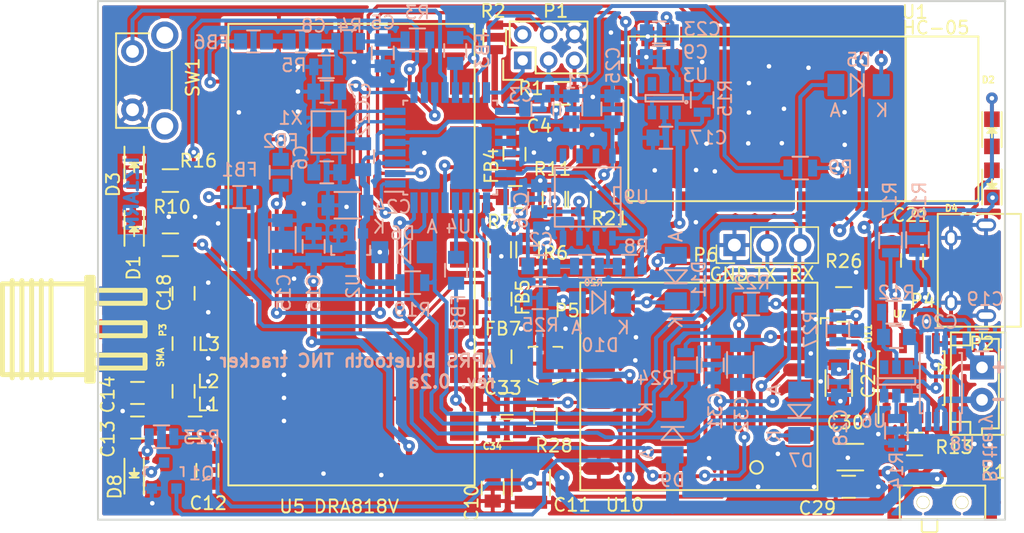
<source format=kicad_pcb>
(kicad_pcb (version 4) (host pcbnew 4.0.5-e0-6337~49~ubuntu14.04.1)
  (title_block (title "APRS Bluetooth TNC tracker") (date 2017-02-13) (rev 0.2a) (company LZ1ARM))
  (layers (0 F.Cu signal) (31 B.Cu signal) (34 B.Paste user) (35 F.Paste user) (36 B.SilkS user) (37 F.SilkS user) (38 B.Mask user) (39 F.Mask user) (44 Edge.Cuts user))
  (net 0 "")
  (net 1 +BATT)
  (net 2 3V3)
  (net 3 DPTT)
  (net 4 ENABLE)
  (net 5 GND)
  (net 6 MIC)
  (net 7 MISO)
  (net 8 MOSI)
  (net 9 PWR)
  (net 10 RESET)
  (net 11 RF_H_L)
  (net 12 RF_PD)
  (net 13 SCK)
  (net 14 SPK)
  (net 15 VCC)
  (net 16 "Net-(C2-Pad2)")
  (net 17 "Net-(C5-Pad1)")
  (net 18 "Net-(C6-Pad1)")
  (net 19 "Net-(C7-Pad1)")
  (net 20 "Net-(C8-Pad1)")
  (net 21 "Net-(C12-Pad1)")
  (net 22 "Net-(C13-Pad1)")
  (net 23 "Net-(C14-Pad1)")
  (net 24 "Net-(C18-Pad1)")
  (net 25 "Net-(C19-Pad1)")
  (net 26 "Net-(C20-Pad1)")
  (net 27 "Net-(C21-Pad1)")
  (net 28 "Net-(FB1-Pad2)")
  (net 29 "Net-(FB2-Pad2)")
  (net 30 RF_SQ)
  (net 31 "Net-(FB3-Pad2)")
  (net 32 "Net-(FB4-Pad2)")
  (net 33 "Net-(FB5-Pad2)")
  (net 34 "Net-(FB6-Pad2)")
  (net 35 "Net-(FB7-Pad2)")
  (net 36 "Net-(FB8-Pad2)")
  (net 37 "Net-(K1-Pad3)")
  (net 38 "Net-(P1-Pad2)")
  (net 39 "Net-(P4-Pad2)")
  (net 40 "Net-(P4-Pad3)")
  (net 41 "Net-(P4-Pad4)")
  (net 42 "Net-(R3-Pad1)")
  (net 43 "Net-(R9-Pad2)")
  (net 44 "Net-(R10-Pad1)")
  (net 45 "Net-(R13-Pad2)")
  (net 46 "Net-(R14-Pad1)")
  (net 47 "Net-(R16-Pad1)")
  (net 48 "Net-(R17-Pad2)")
  (net 49 "Net-(R18-Pad1)")
  (net 50 "Net-(SW1-Pad2)")
  (net 51 "Net-(U1-Pad3)")
  (net 52 "Net-(U1-Pad4)")
  (net 53 "Net-(U1-Pad5)")
  (net 54 "Net-(U1-Pad6)")
  (net 55 "Net-(U1-Pad7)")
  (net 56 "Net-(U1-Pad8)")
  (net 57 "Net-(U1-Pad9)")
  (net 58 "Net-(U1-Pad10)")
  (net 59 "Net-(U1-Pad11)")
  (net 60 "Net-(U1-Pad23)")
  (net 61 "Net-(U1-Pad24)")
  (net 62 "Net-(U1-Pad25)")
  (net 63 "Net-(U1-Pad26)")
  (net 64 "Net-(U1-Pad27)")
  (net 65 "Net-(U1-Pad28)")
  (net 66 "Net-(U1-Pad29)")
  (net 67 "Net-(U1-Pad30)")
  (net 68 "Net-(U1-Pad33)")
  (net 69 "Net-(U1-Pad34)")
  (net 70 "Net-(U1-Pad14)")
  (net 71 "Net-(U1-Pad15)")
  (net 72 "Net-(U1-Pad16)")
  (net 73 "Net-(U1-Pad17)")
  (net 74 "Net-(U1-Pad18)")
  (net 75 "Net-(U1-Pad19)")
  (net 76 "Net-(U1-Pad20)")
  (net 77 "Net-(U4-Pad19)")
  (net 78 "Net-(U4-Pad20)")
  (net 79 "Net-(U4-Pad22)")
  (net 80 "Net-(U6-Pad4)")
  (net 81 "Net-(U6-Pad3)")
  (net 82 "Net-(U6-Pad1)")
  (net 83 "Net-(U8-Pad1)")
  (net 84 "Net-(U8-Pad8)")
  (net 85 "Net-(D5-Pad1)")
  (net 86 RXD)
  (net 87 "Net-(D6-Pad1)")
  (net 88 TXD)
  (net 89 "Net-(C2-Pad1)")
  (net 90 "Net-(C26-Pad2)")
  (net 91 "Net-(R20-Pad2)")
  (net 92 "Net-(C27-Pad1)")
  (net 93 "Net-(C31-Pad2)")
  (net 94 "Net-(D7-Pad1)")
  (net 95 "Net-(D8-Pad2)")
  (net 96 "Net-(D8-Pad1)")
  (net 97 "Net-(D9-Pad1)")
  (net 98 "Net-(D10-Pad1)")
  (net 99 "Net-(D10-Pad2)")
  (net 100 GPS_EN)
  (net 101 "Net-(Q1-Pad1)")
  (net 102 "Net-(R22-Pad2)")
  (net 103 GPS_RESET)
  (net 104 "Net-(U10-Pad8)")
  (net 105 "Net-(U10-Pad9)")
  (net 106 "Net-(R26-Pad1)")
  (net 107 "Net-(R27-Pad1)")
  (net 108 "Net-(C20-Pad2)")
  (net 109 "Net-(C33-Pad1)")
  (net 110 "Net-(C34-Pad1)")
  (net 111 "Net-(U4-Pad14)")
  (net 112 "Net-(D1-Pad2)")
  (net 113 "Net-(D2-Pad1)")
  (net 114 "Net-(D3-Pad2)")
  (net 115 "Net-(D4-Pad1)")
  (module Capacitors_SMD:C_1206 (layer B.Cu) (at 127.3048 100.1268 90)
    (fp_text reference C15 (at -4.064 0.127 90) (layer B.SilkS) (effects (justify mirror)))
    (fp_text value 10uF)
    (pad 1 smd rect (at -1.5 0 90) (size 1 1.6) (layers B.Cu B.Paste B.Mask) (net 1 +BATT))
    (pad 2 smd rect (at 1.5 0 90) (size 1 1.6) (layers B.Cu B.Paste B.Mask) (net 5 GND))
  )
  (module Capacitors_SMD:C_0805 (layer B.Cu) (at 147.3708 90.0303 90)
    (fp_text reference C1 (at 2.0955 2.667 180) (layer B.SilkS) (effects (justify mirror)))
    (fp_text value 100nF)
    (pad 1 smd rect (at -1 0 90) (size 1 1.25) (layers B.Cu B.Paste B.Mask) (net 15 VCC))
    (pad 2 smd rect (at 1 0 90) (size 1 1.25) (layers B.Cu B.Paste B.Mask) (net 5 GND))
  )
  (module Capacitors_SMD:C_0805 (layer B.Cu) (at 147.2438 102.1588 180)
    (fp_text reference C2 (at 0 2.032 180) (layer B.SilkS) (effects (justify mirror)))
    (fp_text value C)
    (pad 1 smd rect (at -1 0 180) (size 1 1.25) (layers B.Cu B.Paste B.Mask) (net 89 "Net-(C2-Pad1)"))
    (pad 2 smd rect (at 1 0 180) (size 1 1.25) (layers B.Cu B.Paste B.Mask) (net 16 "Net-(C2-Pad2)"))
  )
  (module Capacitors_SMD:C_0805 (layer B.Cu) (at 149.5933 90.0303 270)
    (fp_text reference C3 (at -1.0795 3.8735 360) (layer B.SilkS) (effects (justify mirror)))
    (fp_text value 100nF)
    (pad 1 smd rect (at -1 0 270) (size 1 1.25) (layers B.Cu B.Paste B.Mask) (net 5 GND))
    (pad 2 smd rect (at 1 0 270) (size 1 1.25) (layers B.Cu B.Paste B.Mask) (net 15 VCC))
  )
  (module Capacitors_SMD:C_0805 (layer F.Cu) (at 145.2118 93.5228 90)
    (fp_text reference C4 (at 2.159 1.905 180) (layer F.SilkS))
    (fp_text value 100nF)
    (pad 1 smd rect (at -1 0 90) (size 1 1.25) (layers F.Cu F.Paste F.Mask) (net 10 RESET))
    (pad 2 smd rect (at 1 0 90) (size 1 1.25) (layers F.Cu F.Paste F.Mask) (net 5 GND))
  )
  (module Capacitors_SMD:C_0805 (layer B.Cu) (at 135.0518 85.7123 270)
    (fp_text reference C5 (at -2.3495 0 360) (layer B.SilkS) (effects (justify mirror)))
    (fp_text value 10nF)
    (pad 1 smd rect (at -1 0 270) (size 1 1.25) (layers B.Cu B.Paste B.Mask) (net 17 "Net-(C5-Pad1)"))
    (pad 2 smd rect (at 1 0 270) (size 1 1.25) (layers B.Cu B.Paste B.Mask) (net 5 GND))
  )
  (module Capacitors_SMD:C_0805 (layer B.Cu) (at 130.7338 94.9198)
    (fp_text reference C6 (at -2.032 -1.143 90) (layer B.SilkS) (effects (justify mirror)))
    (fp_text value 10pF)
    (pad 1 smd rect (at -1 0) (size 1 1.25) (layers B.Cu B.Paste B.Mask) (net 18 "Net-(C6-Pad1)"))
    (pad 2 smd rect (at 1 0) (size 1 1.25) (layers B.Cu B.Paste B.Mask) (net 5 GND))
  )
  (module Capacitors_SMD:C_0805 (layer B.Cu) (at 130.7338 88.6968 180)
    (fp_text reference C7 (at -2.54 0 180) (layer B.SilkS) (effects (justify mirror)))
    (fp_text value 10pF)
    (pad 1 smd rect (at -1 0 180) (size 1 1.25) (layers B.Cu B.Paste B.Mask) (net 19 "Net-(C7-Pad1)"))
    (pad 2 smd rect (at 1 0 180) (size 1 1.25) (layers B.Cu B.Paste B.Mask) (net 5 GND))
  )
  (module Capacitors_SMD:C_0805 (layer B.Cu) (at 128.8288 84.8233 180)
    (fp_text reference C8 (at -0.889 1.2065 180) (layer B.SilkS) (effects (justify mirror)))
    (fp_text value 100nF)
    (pad 1 smd rect (at -1 0 180) (size 1 1.25) (layers B.Cu B.Paste B.Mask) (net 20 "Net-(C8-Pad1)"))
    (pad 2 smd rect (at 1 0 180) (size 1 1.25) (layers B.Cu B.Paste B.Mask) (net 6 MIC))
  )
  (module Capacitors_SMD:C_0805 (layer B.Cu) (at 156.3878 86.0298 180)
    (fp_text reference C9 (at -2.794 0.381 180) (layer B.SilkS) (effects (justify mirror)))
    (fp_text value 100nF)
    (pad 1 smd rect (at -1 0 180) (size 1 1.25) (layers B.Cu B.Paste B.Mask) (net 2 3V3))
    (pad 2 smd rect (at 1 0 180) (size 1 1.25) (layers B.Cu B.Paste B.Mask) (net 5 GND))
  )
  (module Capacitors_SMD:C_0805 (layer F.Cu) (at 143.5354 119.2784 270)
    (fp_text reference C10 (at 1.1684 1.6256 450) (layer F.SilkS))
    (fp_text value C)
    (pad 1 smd rect (at -1 0 270) (size 1 1.25) (layers F.Cu F.Paste F.Mask) (net 1 +BATT))
    (pad 2 smd rect (at 1 0 270) (size 1 1.25) (layers F.Cu F.Paste F.Mask) (net 5 GND))
  )
  (module Capacitors_SMD:C_1210 (layer F.Cu) (at 146.4818 118.872 270)
    (fp_text reference C11 (at 1.7018 -3.175 360) (layer F.SilkS))
    (fp_text value CP1)
    (pad 1 smd rect (at -1.5 0 270) (size 1 2.5) (layers F.Cu F.Paste F.Mask) (net 1 +BATT))
    (pad 2 smd rect (at 1.5 0 270) (size 1 2.5) (layers F.Cu F.Paste F.Mask) (net 5 GND))
  )
  (module Capacitors_SMD:C_0805 (layer F.Cu) (at 121.5263 117.9068 270)
    (fp_text reference C12 (at 2.54 -0.0635 360) (layer F.SilkS))
    (fp_text value C)
    (pad 1 smd rect (at -1 0 270) (size 1 1.25) (layers F.Cu F.Paste F.Mask) (net 21 "Net-(C12-Pad1)"))
    (pad 2 smd rect (at 1 0 270) (size 1 1.25) (layers F.Cu F.Paste F.Mask) (net 5 GND))
  )
  (module Capacitors_SMD:C_0805 (layer F.Cu) (at 116.1288 114.6048 180)
    (fp_text reference C13 (at 2.286 -0.889 270) (layer F.SilkS))
    (fp_text value C)
    (pad 1 smd rect (at -1 0 180) (size 1 1.25) (layers F.Cu F.Paste F.Mask) (net 22 "Net-(C13-Pad1)"))
    (pad 2 smd rect (at 1 0 180) (size 1 1.25) (layers F.Cu F.Paste F.Mask) (net 5 GND))
  )
  (module Capacitors_SMD:C_0805 (layer F.Cu) (at 116.1288 111.9378 180)
    (fp_text reference C14 (at 2.286 -0.127 270) (layer F.SilkS))
    (fp_text value C)
    (pad 1 smd rect (at -1 0 180) (size 1 1.25) (layers F.Cu F.Paste F.Mask) (net 23 "Net-(C14-Pad1)"))
    (pad 2 smd rect (at 1 0 180) (size 1 1.25) (layers F.Cu F.Paste F.Mask) (net 5 GND))
  )
  (module Capacitors_SMD:C_0805 (layer B.Cu) (at 129.7178 100.6348 90)
    (fp_text reference C16 (at -3.556 0 90) (layer B.SilkS) (effects (justify mirror)))
    (fp_text value 100nF)
    (pad 1 smd rect (at -1 0 90) (size 1 1.25) (layers B.Cu B.Paste B.Mask) (net 1 +BATT))
    (pad 2 smd rect (at 1 0 90) (size 1 1.25) (layers B.Cu B.Paste B.Mask) (net 5 GND))
  )
  (module Capacitors_SMD:C_0805 (layer B.Cu) (at 156.8958 92.2528 180)
    (fp_text reference C17 (at -3.302 0 180) (layer B.SilkS) (effects (justify mirror)))
    (fp_text value 100nF)
    (pad 1 smd rect (at -1 0 180) (size 1 1.25) (layers B.Cu B.Paste B.Mask) (net 1 +BATT))
    (pad 2 smd rect (at 1 0 180) (size 1 1.25) (layers B.Cu B.Paste B.Mask) (net 5 GND))
  )
  (module Capacitors_SMD:C_0805 (layer F.Cu) (at 119.6848 104.2543 90)
    (fp_text reference C18 (at 0.0635 -1.4986 90) (layer F.SilkS))
    (fp_text value C)
    (pad 1 smd rect (at -1 0 90) (size 1 1.25) (layers F.Cu F.Paste F.Mask) (net 24 "Net-(C18-Pad1)"))
    (pad 2 smd rect (at 1 0 90) (size 1 1.25) (layers F.Cu F.Paste F.Mask) (net 5 GND))
  )
  (module Capacitors_SMD:C_0805 (layer B.Cu) (at 181.2798 107.8738)
    (fp_text reference C19 (at 0.254 -3.175) (layer B.SilkS) (effects (justify mirror)))
    (fp_text value C)
    (pad 1 smd rect (at -1 0) (size 1 1.25) (layers B.Cu B.Paste B.Mask) (net 25 "Net-(C19-Pad1)"))
    (pad 2 smd rect (at 1 0) (size 1 1.25) (layers B.Cu B.Paste B.Mask) (net 5 GND))
  )
  (module Capacitors_SMD:C_0805 (layer B.Cu) (at 174.6758 107.6198)
    (fp_text reference C20 (at 3.302 -1.143) (layer B.SilkS) (effects (justify mirror)))
    (fp_text value C)
    (pad 1 smd rect (at -1 0) (size 1 1.25) (layers B.Cu B.Paste B.Mask) (net 26 "Net-(C20-Pad1)"))
    (pad 2 smd rect (at 1 0) (size 1 1.25) (layers B.Cu B.Paste B.Mask) (net 108 "Net-(C20-Pad2)"))
  )
  (module Capacitors_SMD:C_0805 (layer B.Cu) (at 133.5278 93.7133 90)
    (fp_text reference C22 (at 2.9845 0 90) (layer B.SilkS) (effects (justify mirror)))
    (fp_text value 100nF)
    (pad 1 smd rect (at -1 0 90) (size 1 1.25) (layers B.Cu B.Paste B.Mask) (net 15 VCC))
    (pad 2 smd rect (at 1 0 90) (size 1 1.25) (layers B.Cu B.Paste B.Mask) (net 5 GND))
  )
  (module Capacitors_SMD:C_0805 (layer B.Cu) (at 156.3878 84.1248 180)
    (fp_text reference C23 (at -3.302 0.254 180) (layer B.SilkS) (effects (justify mirror)))
    (fp_text value 100nF)
    (pad 1 smd rect (at -1 0 180) (size 1 1.25) (layers B.Cu B.Paste B.Mask) (net 2 3V3))
    (pad 2 smd rect (at 1 0 180) (size 1 1.25) (layers B.Cu B.Paste B.Mask) (net 5 GND))
  )
  (module Capacitors_SMD:C_1206 (layer B.Cu) (at 132.3213 97.4598 180)
    (fp_text reference C24 (at -3.4925 -0.127 180) (layer B.SilkS) (effects (justify mirror)))
    (fp_text value 10uF)
    (pad 1 smd rect (at -1.5 0 180) (size 1 1.6) (layers B.Cu B.Paste B.Mask) (net 15 VCC))
    (pad 2 smd rect (at 1.5 0 180) (size 1 1.6) (layers B.Cu B.Paste B.Mask) (net 5 GND))
  )
  (module LEDs:LED_0805 (layer F.Cu) (at 115.8748 99.4918 270)
    (fp_text reference D1 (at 2.794 0.0508 270) (layer F.SilkS))
    (fp_text value "Blue LED" hide)
    (pad 2 smd rect (at 1.04902 0 90) (size 1.19888 1.19888) (layers F.Cu F.Paste F.Mask) (net 112 "Net-(D1-Pad2)"))
    (pad 1 smd rect (at -1.04902 0 90) (size 1.19888 1.19888) (layers F.Cu F.Paste F.Mask) (net 5 GND))
  )
  (module LEDs:LED_0805 (layer F.Cu) (at 182.0418 95.8088 90)
    (fp_text reference D2 (at 8.0264 -0.2794 180) (layer F.SilkS) (effects (font (size 0.5 0.5) (thickness 0.125))))
    (fp_text value LED)
    (pad 2 smd rect (at 1.04902 0 270) (size 1.19888 1.19888) (layers F.Cu F.Paste F.Mask) (net 27 "Net-(C21-Pad1)"))
    (pad 1 smd rect (at -1.04902 0 270) (size 1.19888 1.19888) (layers F.Cu F.Paste F.Mask) (net 113 "Net-(D2-Pad1)"))
  )
  (module LEDs:LED_0805 (layer F.Cu) (at 115.8748 94.5388 270)
    (fp_text reference D3 (at 1.3208 1.6256 270) (layer F.SilkS))
    (fp_text value LED)
    (pad 2 smd rect (at 1.04902 0 90) (size 1.19888 1.19888) (layers F.Cu F.Paste F.Mask) (net 114 "Net-(D3-Pad2)"))
    (pad 1 smd rect (at -1.04902 0 90) (size 1.19888 1.19888) (layers F.Cu F.Paste F.Mask) (net 5 GND))
  )
  (module LEDs:LED_0805 (layer F.Cu) (at 182.0418 91.8718 270)
    (fp_text reference D4 (at 5.8166 3.1242 360) (layer F.SilkS) (effects (font (size 0.5 0.5) (thickness 0.125))))
    (fp_text value LED)
    (pad 2 smd rect (at 1.04902 0 90) (size 1.19888 1.19888) (layers F.Cu F.Paste F.Mask) (net 27 "Net-(C21-Pad1)"))
    (pad 1 smd rect (at -1.04902 0 90) (size 1.19888 1.19888) (layers F.Cu F.Paste F.Mask) (net 115 "Net-(D4-Pad1)"))
  )
  (module Capacitors_SMD:C_0805 (layer B.Cu) (at 124.0028 96.8248 180)
    (fp_text reference FB1 (at 0 2.1 180) (layer B.SilkS) (effects (justify mirror)))
    (fp_text value BLM21PG331SN1D)
    (pad 1 smd rect (at -1 0 180) (size 1 1.25) (layers B.Cu B.Paste B.Mask) (net 88 TXD))
    (pad 2 smd rect (at 1 0 180) (size 1 1.25) (layers B.Cu B.Paste B.Mask) (net 28 "Net-(FB1-Pad2)"))
  )
  (module Capacitors_SMD:C_0805 (layer B.Cu) (at 127.1778 94.9198 90)
    (fp_text reference FB2 (at 2.413 0 180) (layer B.SilkS) (effects (justify mirror)))
    (fp_text value BLM21PG331SN1D)
    (pad 1 smd rect (at -1 0 90) (size 1 1.25) (layers B.Cu B.Paste B.Mask) (net 87 "Net-(D6-Pad1)"))
    (pad 2 smd rect (at 1 0 90) (size 1 1.25) (layers B.Cu B.Paste B.Mask) (net 29 "Net-(FB2-Pad2)"))
  )
  (module Capacitors_SMD:C_0805 (layer B.Cu) (at 140.6398 85.5218 90)
    (fp_text reference FB3 (at 0 2.1 90) (layer B.SilkS) (effects (justify mirror)))
    (fp_text value BLM21PG331SN1D)
    (pad 1 smd rect (at -1 0 90) (size 1 1.25) (layers B.Cu B.Paste B.Mask) (net 30 RF_SQ))
    (pad 2 smd rect (at 1 0 90) (size 1 1.25) (layers B.Cu B.Paste B.Mask) (net 31 "Net-(FB3-Pad2)"))
  )
  (module Capacitors_SMD:C_0805 (layer F.Cu) (at 145.2753 96.8248 180)
    (fp_text reference FB4 (at 1.8415 2.413 270) (layer F.SilkS))
    (fp_text value BLM21PG331SN1D)
    (pad 1 smd rect (at -1 0 180) (size 1 1.25) (layers F.Cu F.Paste F.Mask) (net 16 "Net-(C2-Pad2)"))
    (pad 2 smd rect (at 1 0 180) (size 1 1.25) (layers F.Cu F.Paste F.Mask) (net 32 "Net-(FB4-Pad2)"))
  )
  (module Capacitors_SMD:C_0805 (layer F.Cu) (at 144.1323 104.6988 270)
    (fp_text reference FB5 (at -0.127 -1.7145 450) (layer F.SilkS))
    (fp_text value BLM21PG331SN1D)
    (pad 1 smd rect (at -1 0 270) (size 1 1.25) (layers F.Cu F.Paste F.Mask) (net 3 DPTT))
    (pad 2 smd rect (at 1 0 270) (size 1 1.25) (layers F.Cu F.Paste F.Mask) (net 33 "Net-(FB5-Pad2)"))
  )
  (module Capacitors_SMD:C_0805 (layer B.Cu) (at 125.0823 84.8233 180)
    (fp_text reference FB6 (at 3.2385 -0.0635 180) (layer B.SilkS) (effects (justify mirror)))
    (fp_text value BLM21PG331SN1D hide)
    (pad 1 smd rect (at -1 0 180) (size 1 1.25) (layers B.Cu B.Paste B.Mask) (net 6 MIC))
    (pad 2 smd rect (at 1 0 180) (size 1 1.25) (layers B.Cu B.Paste B.Mask) (net 34 "Net-(FB6-Pad2)"))
  )
  (module Capacitors_SMD:C_0805 (layer F.Cu) (at 144.1323 109.1438 270)
    (fp_text reference FB7 (at -2.159 -0.1905 540) (layer F.SilkS))
    (fp_text value BLM21PG331SN1D)
    (pad 1 smd rect (at -1 0 270) (size 1 1.25) (layers F.Cu F.Paste F.Mask) (net 12 RF_PD))
    (pad 2 smd rect (at 1 0 270) (size 1 1.25) (layers F.Cu F.Paste F.Mask) (net 35 "Net-(FB7-Pad2)"))
  )
  (module Capacitors_SMD:C_0805 (layer B.Cu) (at 140.7033 102.4763 270)
    (fp_text reference FB8 (at 3.2385 -0.1905 270) (layer B.SilkS) (effects (justify mirror)))
    (fp_text value BLM21PG331SN1D)
    (pad 1 smd rect (at -1 0 270) (size 1 1.25) (layers B.Cu B.Paste B.Mask) (net 11 RF_H_L))
    (pad 2 smd rect (at 1 0 270) (size 1 1.25) (layers B.Cu B.Paste B.Mask) (net 36 "Net-(FB8-Pad2)"))
  )
  (module footprints:MK12C02 (layer F.Cu) (at 178.2318 120.3833)
    (fp_text reference K1 (at 3.937 -2.3495) (layer F.SilkS))
    (fp_text value MK12C02 hide)
    (pad 1 smd rect (at -2.25 -2.2) (size 0.8 1.5) (layers F.Cu F.Paste F.Mask) (net 25 "Net-(C19-Pad1)"))
    (pad 2 smd rect (at 0.75 -2.2) (size 0.8 1.5) (layers F.Cu F.Paste F.Mask) (net 1 +BATT))
    (pad 3 smd rect (at 2.25 -2.2) (size 0.8 1.5) (layers F.Cu F.Paste F.Mask) (net 37 "Net-(K1-Pad3)"))
    (pad 4 smd rect (at -3.7 -0.9) (size 1 1) (layers F.Cu F.Paste F.Mask))
    (pad 5 smd rect (at 3.7 -0.9) (size 1 1) (layers F.Cu F.Paste F.Mask))
    (pad 6 smd rect (at -3.7 0.9) (size 1.1 1) (layers F.Cu F.Paste F.Mask))
    (pad 7 smd rect (at 3.7 0.9) (size 1 1) (layers F.Cu F.Paste F.Mask))
    (pad 8 thru_hole circle (at -1.5 0) (size 1 1) (drill 0.9) (layers *.Cu *.Mask F.SilkS))
    (pad 9 thru_hole circle (at 1.5 0) (size 1 1) (drill 0.9) (layers *.Cu *.Mask F.SilkS))
  )
  (module Capacitors_SMD:C_0805 (layer F.Cu) (at 120.5738 114.6048 180)
    (fp_text reference L1 (at -1.016 1.778 180) (layer F.SilkS))
    (fp_text value INDUCTOR hide)
    (pad 1 smd rect (at -1 0 180) (size 1 1.25) (layers F.Cu F.Paste F.Mask) (net 21 "Net-(C12-Pad1)"))
    (pad 2 smd rect (at 1 0 180) (size 1 1.25) (layers F.Cu F.Paste F.Mask) (net 22 "Net-(C13-Pad1)"))
  )
  (module Capacitors_SMD:C_0805 (layer F.Cu) (at 119.6848 111.8108 90)
    (fp_text reference L2 (at 0.762 1.905 360) (layer F.SilkS))
    (fp_text value INDUCTOR hide)
    (pad 1 smd rect (at -1 0 90) (size 1 1.25) (layers F.Cu F.Paste F.Mask) (net 22 "Net-(C13-Pad1)"))
    (pad 2 smd rect (at 1 0 90) (size 1 1.25) (layers F.Cu F.Paste F.Mask) (net 23 "Net-(C14-Pad1)"))
  )
  (module Capacitors_SMD:C_0805 (layer F.Cu) (at 119.6848 108.1278 90)
    (fp_text reference L3 (at -0.0508 1.9558 180) (layer F.SilkS))
    (fp_text value INDUCTOR hide)
    (pad 1 smd rect (at -1 0 90) (size 1 1.25) (layers F.Cu F.Paste F.Mask) (net 23 "Net-(C14-Pad1)"))
    (pad 2 smd rect (at 1 0 90) (size 1 1.25) (layers F.Cu F.Paste F.Mask) (net 24 "Net-(C18-Pad1)"))
  )
  (module Pin_Headers:Pin_Header_Straight_2x03_Pitch2.00mm (layer F.Cu) (at 145.8468 86.2838 90)
    (fp_text reference P1 (at 3.81 2.54 180) (layer F.SilkS))
    (fp_text value ISP)
    (pad 1 thru_hole rect (at 0 0 90) (size 1.35 1.35) (drill 0.8) (layers *.Cu *.Mask) (net 7 MISO))
    (pad 3 thru_hole circle (at 0 2 90) (size 1.35 1.35) (drill 0.8) (layers *.Cu *.Mask) (net 13 SCK))
    (pad 5 thru_hole circle (at 0 4 90) (size 1.35 1.35) (drill 0.8) (layers *.Cu *.Mask) (net 10 RESET))
    (pad 2 thru_hole circle (at 2 0 90) (size 1.35 1.35) (drill 0.8) (layers *.Cu *.Mask) (net 38 "Net-(P1-Pad2)"))
    (pad 4 thru_hole circle (at 2 2 90) (size 1.35 1.35) (drill 0.8) (layers *.Cu *.Mask) (net 8 MOSI))
    (pad 6 thru_hole circle (at 2 4 90) (size 1.35 1.35) (drill 0.8) (layers *.Cu *.Mask) (net 5 GND))
  )
  (module Connectors_JST:JST_EH_B02B-EH-A_02x2.50mm_Straight (layer F.Cu) (at 181.2798 109.9693 270)
    (fp_text reference P2 (at -1.8415 0 360) (layer F.SilkS))
    (fp_text value BATTERY)
    (pad 1 thru_hole rect (at 0 0 270) (size 1.85 1.85) (drill 0.9) (layers *.Cu *.Mask) (net 25 "Net-(C19-Pad1)"))
    (pad 2 thru_hole circle (at 2.5 0 270) (size 1.85 1.85) (drill 0.9) (layers *.Cu *.Mask) (net 108 "Net-(C20-Pad2)"))
  )
  (module Connect:USB_Micro-B (layer F.Cu) (at 180.4543 102.4763 90)
    (fp_text reference P4 (at -2.3495 -3.7465 180) (layer F.SilkS))
    (fp_text value USB_OTG)
    (pad 1 smd rect (at -1.3009 -1.56254 180) (size 1.35 0.4) (layers F.Cu F.Paste F.Mask) (net 27 "Net-(C21-Pad1)"))
    (pad 2 smd rect (at -0.6509 -1.56254 180) (size 1.35 0.4) (layers F.Cu F.Paste F.Mask) (net 39 "Net-(P4-Pad2)"))
    (pad 3 smd rect (at -0.0009 -1.56254 180) (size 1.35 0.4) (layers F.Cu F.Paste F.Mask) (net 40 "Net-(P4-Pad3)"))
    (pad 4 smd rect (at 0.6491 -1.56254 180) (size 1.35 0.4) (layers F.Cu F.Paste F.Mask) (net 41 "Net-(P4-Pad4)"))
    (pad 5 smd rect (at 1.2991 -1.56254 180) (size 1.35 0.4) (layers F.Cu F.Paste F.Mask) (net 5 GND))
    (pad 6 thru_hole oval (at -2.5009 -1.56254 180) (size 0.95 1.25) (drill oval 0.55 0.85) (layers *.Cu *.Mask) (net 5 GND))
    (pad 6 thru_hole oval (at 2.4991 -1.56254 180) (size 0.95 1.25) (drill oval 0.55 0.85) (layers *.Cu *.Mask) (net 5 GND))
    (pad 6 thru_hole oval (at -3.5009 1.13746 180) (size 1.55 1) (drill oval 1.15 0.5) (layers *.Cu *.Mask) (net 5 GND))
    (pad 6 thru_hole oval (at 3.4991 1.13746 180) (size 1.55 1) (drill oval 1.15 0.5) (layers *.Cu *.Mask) (net 5 GND))
  )
  (module Resistors_SMD:R_0805 (layer F.Cu) (at 148.8948 88.8238)
    (fp_text reference R1 (at -2.413 -0.381) (layer F.SilkS))
    (fp_text value 10k)
    (pad 1 smd rect (at -0.95 0) (size 0.7 1.3) (layers F.Cu F.Paste F.Mask) (net 15 VCC))
    (pad 2 smd rect (at 0.95 0) (size 0.7 1.3) (layers F.Cu F.Paste F.Mask) (net 10 RESET))
  )
  (module Resistors_SMD:R_0805 (layer F.Cu) (at 143.6878 84.5058 270)
    (fp_text reference R2 (at -2.032 0.127 540) (layer F.SilkS))
    (fp_text value 0)
    (pad 1 smd rect (at -0.95 0 270) (size 0.7 1.3) (layers F.Cu F.Paste F.Mask) (net 38 "Net-(P1-Pad2)"))
    (pad 2 smd rect (at 0.95 0 270) (size 0.7 1.3) (layers F.Cu F.Paste F.Mask) (net 15 VCC))
  )
  (module Resistors_SMD:R_0805 (layer B.Cu) (at 137.7188 84.6963 180)
    (fp_text reference R3 (at 0 2.1 180) (layer B.SilkS) (effects (justify mirror)))
    (fp_text value 8k2)
    (pad 1 smd rect (at -0.95 0 180) (size 0.7 1.3) (layers B.Cu B.Paste B.Mask) (net 42 "Net-(R3-Pad1)"))
    (pad 2 smd rect (at 0.95 0 180) (size 0.7 1.3) (layers B.Cu B.Paste B.Mask) (net 17 "Net-(C5-Pad1)"))
  )
  (module Resistors_SMD:R_0805 (layer B.Cu) (at 132.3848 84.8233)
    (fp_text reference R4 (at 0.127 -1.2065) (layer B.SilkS) (effects (justify mirror)))
    (fp_text value 100k)
    (pad 1 smd rect (at -0.95 0) (size 0.7 1.3) (layers B.Cu B.Paste B.Mask) (net 20 "Net-(C8-Pad1)"))
    (pad 2 smd rect (at 0.95 0) (size 0.7 1.3) (layers B.Cu B.Paste B.Mask) (net 17 "Net-(C5-Pad1)"))
  )
  (module Resistors_SMD:R_0805 (layer B.Cu) (at 130.683 86.7791)
    (fp_text reference R5 (at -2.4892 -0.1143) (layer B.SilkS) (effects (justify mirror)))
    (fp_text value 15k)
    (pad 1 smd rect (at -0.95 0) (size 0.7 1.3) (layers B.Cu B.Paste B.Mask) (net 5 GND))
    (pad 2 smd rect (at 0.95 0) (size 0.7 1.3) (layers B.Cu B.Paste B.Mask) (net 20 "Net-(C8-Pad1)"))
  )
  (module Resistors_SMD:R_0805 (layer F.Cu) (at 146.2278 100.8888 90)
    (fp_text reference R6 (at -0.254 2.159 180) (layer F.SilkS))
    (fp_text value 1M)
    (pad 1 smd rect (at -0.95 0 90) (size 0.7 1.3) (layers F.Cu F.Paste F.Mask) (net 1 +BATT))
    (pad 2 smd rect (at 0.95 0 90) (size 0.7 1.3) (layers F.Cu F.Paste F.Mask) (net 9 PWR))
  )
  (module Resistors_SMD:R_0805 (layer F.Cu) (at 144.0688 100.8888 270)
    (fp_text reference R7 (at -2.159 0 360) (layer F.SilkS))
    (fp_text value 1M)
    (pad 1 smd rect (at -0.95 0 270) (size 0.7 1.3) (layers F.Cu F.Paste F.Mask) (net 9 PWR))
    (pad 2 smd rect (at 0.95 0 270) (size 0.7 1.3) (layers F.Cu F.Paste F.Mask) (net 5 GND))
  )
  (module Resistors_SMD:R_0805 (layer B.Cu) (at 154.1018 102.1588)
    (fp_text reference R8 (at 0.508 -1.524) (layer B.SilkS) (effects (justify mirror)))
    (fp_text value R)
    (pad 1 smd rect (at -0.95 0) (size 0.7 1.3) (layers B.Cu B.Paste B.Mask) (net 91 "Net-(R20-Pad2)"))
    (pad 2 smd rect (at 0.95 0) (size 0.7 1.3) (layers B.Cu B.Paste B.Mask) (net 14 SPK))
  )
  (module Resistors_SMD:R_0805 (layer B.Cu) (at 167.259 94.5896)
    (fp_text reference R9 (at 3.0988 -0.0508) (layer B.SilkS) (effects (justify mirror)))
    (fp_text value n/a)
    (pad 1 smd rect (at -0.95 0) (size 0.7 1.3) (layers B.Cu B.Paste B.Mask) (net 13 SCK))
    (pad 2 smd rect (at 0.95 0) (size 0.7 1.3) (layers B.Cu B.Paste B.Mask) (net 43 "Net-(R9-Pad2)"))
  )
  (module Resistors_SMD:R_0805 (layer F.Cu) (at 118.6688 100.5078 180)
    (fp_text reference R10 (at -0.127 2.921 180) (layer F.SilkS))
    (fp_text value 1k)
    (pad 1 smd rect (at -0.95 0 180) (size 0.7 1.3) (layers F.Cu F.Paste F.Mask) (net 44 "Net-(R10-Pad1)"))
    (pad 2 smd rect (at 0.95 0 180) (size 0.7 1.3) (layers F.Cu F.Paste F.Mask) (net 112 "Net-(D1-Pad2)"))
  )
  (module Resistors_SMD:R_0805 (layer F.Cu) (at 148.2598 97.0153 270)
    (fp_text reference R11 (at -2.3495 0.127 360) (layer F.SilkS))
    (fp_text value R)
    (pad 1 smd rect (at -0.95 0 270) (size 0.7 1.3) (layers F.Cu F.Paste F.Mask) (net 5 GND))
    (pad 2 smd rect (at 0.95 0 270) (size 0.7 1.3) (layers F.Cu F.Paste F.Mask) (net 90 "Net-(C26-Pad2)"))
  )
  (module Resistors_SMD:R_0805 (layer B.Cu) (at 174.4853 105.7148)
    (fp_text reference R12 (at 0.1905 -1.524) (layer B.SilkS) (effects (justify mirror)))
    (fp_text value R)
    (pad 1 smd rect (at -0.95 0) (size 0.7 1.3) (layers B.Cu B.Paste B.Mask) (net 26 "Net-(C20-Pad1)"))
    (pad 2 smd rect (at 0.95 0) (size 0.7 1.3) (layers B.Cu B.Paste B.Mask) (net 25 "Net-(C19-Pad1)"))
  )
  (module Resistors_SMD:R_0805 (layer F.Cu) (at 176.0728 115.8748 180)
    (fp_text reference R13 (at -3.048 -0.254 180) (layer F.SilkS))
    (fp_text value R)
    (pad 1 smd rect (at -0.95 0 180) (size 0.7 1.3) (layers F.Cu F.Paste F.Mask) (net 5 GND))
    (pad 2 smd rect (at 0.95 0 180) (size 0.7 1.3) (layers F.Cu F.Paste F.Mask) (net 45 "Net-(R13-Pad2)"))
  )
  (module Resistors_SMD:R_0805 (layer B.Cu) (at 174.6758 114.8588 270)
    (fp_text reference R14 (at 3.048 0 270) (layer B.SilkS) (effects (justify mirror)))
    (fp_text value R)
    (pad 1 smd rect (at -0.95 0 270) (size 0.7 1.3) (layers B.Cu B.Paste B.Mask) (net 46 "Net-(R14-Pad1)"))
    (pad 2 smd rect (at 0.95 0 270) (size 0.7 1.3) (layers B.Cu B.Paste B.Mask) (net 5 GND))
  )
  (module Resistors_SMD:R_0805 (layer B.Cu) (at 159.6898 89.3318 270)
    (fp_text reference R15 (at -0.127 -1.778 270) (layer B.SilkS) (effects (justify mirror)))
    (fp_text value 10k)
    (pad 1 smd rect (at -0.95 0 270) (size 0.7 1.3) (layers B.Cu B.Paste B.Mask) (net 4 ENABLE))
    (pad 2 smd rect (at 0.95 0 270) (size 0.7 1.3) (layers B.Cu B.Paste B.Mask) (net 1 +BATT))
  )
  (module Resistors_SMD:R_0805 (layer F.Cu) (at 118.6688 95.5548 180)
    (fp_text reference R16 (at -2.159 1.524 180) (layer F.SilkS))
    (fp_text value 1k)
    (pad 1 smd rect (at -0.95 0 180) (size 0.7 1.3) (layers F.Cu F.Paste F.Mask) (net 47 "Net-(R16-Pad1)"))
    (pad 2 smd rect (at 0.95 0 180) (size 0.7 1.3) (layers F.Cu F.Paste F.Mask) (net 114 "Net-(D3-Pad2)"))
  )
  (module Resistors_SMD:R_0805 (layer B.Cu) (at 176.3014 100.1268 270)
    (fp_text reference R17 (at -3.048 2.1336 270) (layer B.SilkS) (effects (justify mirror)))
    (fp_text value R)
    (pad 1 smd rect (at -0.95 0 270) (size 0.7 1.3) (layers B.Cu B.Paste B.Mask) (net 113 "Net-(D2-Pad1)"))
    (pad 2 smd rect (at 0.95 0 270) (size 0.7 1.3) (layers B.Cu B.Paste B.Mask) (net 48 "Net-(R17-Pad2)"))
  )
  (module Resistors_SMD:R_0805 (layer B.Cu) (at 174.2186 100.1776 90)
    (fp_text reference R18 (at 3.0988 2.2352 90) (layer B.SilkS) (effects (justify mirror)))
    (fp_text value R)
    (pad 1 smd rect (at -0.95 0 90) (size 0.7 1.3) (layers B.Cu B.Paste B.Mask) (net 49 "Net-(R18-Pad1)"))
    (pad 2 smd rect (at 0.95 0 90) (size 0.7 1.3) (layers B.Cu B.Paste B.Mask) (net 115 "Net-(D4-Pad1)"))
  )
  (module footprints:HC-05 (layer F.Cu) (at 155.4988 84.4423 270)
    (fp_text reference U1 (at -1.8923 -20.5994 360) (layer F.SilkS))
    (fp_text value HC-05 (at -0.6731 -22.225 360) (layer F.SilkS))
    (pad 1 smd rect (at 0 -18 270) (size 1.5 1) (layers F.Cu F.Paste F.Mask) (net 85 "Net-(D5-Pad1)"))
    (pad 2 smd rect (at 0 -16.5 270) (size 1.5 1) (layers F.Cu F.Paste F.Mask) (net 88 TXD))
    (pad 3 smd rect (at 0 -15 270) (size 1.5 1) (layers F.Cu F.Paste F.Mask) (net 51 "Net-(U1-Pad3)"))
    (pad 4 smd rect (at 0 -13.5 270) (size 1.5 1) (layers F.Cu F.Paste F.Mask) (net 52 "Net-(U1-Pad4)"))
    (pad 5 smd rect (at 0 -12 270) (size 1.5 1) (layers F.Cu F.Paste F.Mask) (net 53 "Net-(U1-Pad5)"))
    (pad 6 smd rect (at 0 -10.5 270) (size 1.5 1) (layers F.Cu F.Paste F.Mask) (net 54 "Net-(U1-Pad6)"))
    (pad 7 smd rect (at 0 -9 270) (size 1.5 1) (layers F.Cu F.Paste F.Mask) (net 55 "Net-(U1-Pad7)"))
    (pad 8 smd rect (at 0 -7.5 270) (size 1.5 1) (layers F.Cu F.Paste F.Mask) (net 56 "Net-(U1-Pad8)"))
    (pad 9 smd rect (at 0 -6 270) (size 1.5 1) (layers F.Cu F.Paste F.Mask) (net 57 "Net-(U1-Pad9)"))
    (pad 10 smd rect (at 0 -4.5 270) (size 1.5 1) (layers F.Cu F.Paste F.Mask) (net 58 "Net-(U1-Pad10)"))
    (pad 11 smd rect (at 0 -3 270) (size 1.5 1) (layers F.Cu F.Paste F.Mask) (net 59 "Net-(U1-Pad11)"))
    (pad 12 smd rect (at 0 -1.5 270) (size 1.5 1) (layers F.Cu F.Paste F.Mask) (net 2 3V3))
    (pad 13 smd rect (at 0 0 270) (size 1.5 1) (layers F.Cu F.Paste F.Mask) (net 5 GND))
    (pad 22 smd rect (at 12.7 0 270) (size 1.5 1) (layers F.Cu F.Paste F.Mask) (net 5 GND))
    (pad 23 smd rect (at 12.7 -1.5 270) (size 1.5 1) (layers F.Cu F.Paste F.Mask) (net 60 "Net-(U1-Pad23)"))
    (pad 24 smd rect (at 12.7 -3 270) (size 1.5 1) (layers F.Cu F.Paste F.Mask) (net 61 "Net-(U1-Pad24)"))
    (pad 25 smd rect (at 12.7 -4.5 270) (size 1.5 1) (layers F.Cu F.Paste F.Mask) (net 62 "Net-(U1-Pad25)"))
    (pad 26 smd rect (at 12.7 -6 270) (size 1.5 1) (layers F.Cu F.Paste F.Mask) (net 63 "Net-(U1-Pad26)"))
    (pad 27 smd rect (at 12.7 -7.5 270) (size 1.5 1) (layers F.Cu F.Paste F.Mask) (net 64 "Net-(U1-Pad27)"))
    (pad 28 smd rect (at 12.7 -9 270) (size 1.5 1) (layers F.Cu F.Paste F.Mask) (net 65 "Net-(U1-Pad28)"))
    (pad 29 smd rect (at 12.7 -10.5 270) (size 1.5 1) (layers F.Cu F.Paste F.Mask) (net 66 "Net-(U1-Pad29)"))
    (pad 30 smd rect (at 12.7 -12 270) (size 1.5 1) (layers F.Cu F.Paste F.Mask) (net 67 "Net-(U1-Pad30)"))
    (pad 31 smd rect (at 12.7 -13.5 270) (size 1.5 1) (layers F.Cu F.Paste F.Mask) (net 44 "Net-(R10-Pad1)"))
    (pad 32 smd rect (at 12.7 -15 270) (size 1.5 1) (layers F.Cu F.Paste F.Mask) (net 43 "Net-(R9-Pad2)"))
    (pad 33 smd rect (at 12.7 -16.5 270) (size 1.5 1) (layers F.Cu F.Paste F.Mask) (net 68 "Net-(U1-Pad33)"))
    (pad 34 smd rect (at 12.7 -18 270) (size 1.5 1) (layers F.Cu F.Paste F.Mask) (net 69 "Net-(U1-Pad34)"))
    (pad 14 smd rect (at 1.1 1.8 270) (size 1 1.5) (layers F.Cu F.Paste F.Mask) (net 70 "Net-(U1-Pad14)"))
    (pad 15 smd rect (at 2.6 1.8 270) (size 1 1.5) (layers F.Cu F.Paste F.Mask) (net 71 "Net-(U1-Pad15)"))
    (pad 16 smd rect (at 4.1 1.8 270) (size 1 1.5) (layers F.Cu F.Paste F.Mask) (net 72 "Net-(U1-Pad16)"))
    (pad 17 smd rect (at 5.6 1.8 270) (size 1 1.5) (layers F.Cu F.Paste F.Mask) (net 73 "Net-(U1-Pad17)"))
    (pad 18 smd rect (at 7.1 1.8 270) (size 1 1.5) (layers F.Cu F.Paste F.Mask) (net 74 "Net-(U1-Pad18)"))
    (pad 19 smd rect (at 8.6 1.8 270) (size 1 1.5) (layers F.Cu F.Paste F.Mask) (net 75 "Net-(U1-Pad19)"))
    (pad 20 smd rect (at 10.1 1.8 270) (size 1 1.5) (layers F.Cu F.Paste F.Mask) (net 76 "Net-(U1-Pad20)"))
    (pad 21 smd rect (at 11.6 1.8 270) (size 1 1.5) (layers F.Cu F.Paste F.Mask) (net 5 GND))
  )
  (module TO_SOT_Packages_SMD:SOT-23 (layer B.Cu) (at 132.5753 100.6348)
    (fp_text reference U2 (at 0.1905 3.048 90) (layer B.SilkS) (effects (justify mirror)))
    (fp_text value APE8800N)
    (pad 1 smd rect (at -0.95 -1.00076) (size 0.8001 0.8001) (layers B.Cu B.Paste B.Mask) (net 5 GND))
    (pad 2 smd rect (at 0.95 -1.00076) (size 0.8001 0.8001) (layers B.Cu B.Paste B.Mask) (net 15 VCC))
    (pad 3 smd rect (at 0 0.99822) (size 0.8001 0.8001) (layers B.Cu B.Paste B.Mask) (net 1 +BATT))
  )
  (module TO_SOT_Packages_SMD:SOT-23-5 (layer B.Cu) (at 156.7688 89.2048 90)
    (fp_text reference U3 (at 1.778 2.413 180) (layer B.SilkS) (effects (justify mirror)))
    (fp_text value BU33TD3WG)
    (pad 1 smd rect (at -1.1 0.95 90) (size 1.06 0.65) (layers B.Cu B.Paste B.Mask) (net 1 +BATT))
    (pad 2 smd rect (at -1.1 0 90) (size 1.06 0.65) (layers B.Cu B.Paste B.Mask) (net 5 GND))
    (pad 3 smd rect (at -1.1 -0.95 90) (size 1.06 0.65) (layers B.Cu B.Paste B.Mask) (net 4 ENABLE))
    (pad 4 smd rect (at 1.1 -0.95 90) (size 1.06 0.65) (layers B.Cu B.Paste B.Mask))
    (pad 5 smd rect (at 1.1 0.95 90) (size 1.06 0.65) (layers B.Cu B.Paste B.Mask) (net 2 3V3))
  )
  (module Housings_QFP:TQFP-32_7x7mm_Pitch0.8mm (layer B.Cu) (at 140.2588 93.0148)
    (fp_text reference U4 (at 0.635 6.096) (layer B.SilkS) (effects (justify mirror)))
    (fp_text value ATMEGA328P-AU)
    (pad 1 smd rect (at -4.25 2.8) (size 1.6 0.55) (layers B.Cu B.Paste B.Mask) (net 59 "Net-(U1-Pad11)"))
    (pad 2 smd rect (at -4.25 2) (size 1.6 0.55) (layers B.Cu B.Paste B.Mask) (net 4 ENABLE))
    (pad 3 smd rect (at -4.25 1.2) (size 1.6 0.55) (layers B.Cu B.Paste B.Mask) (net 5 GND))
    (pad 4 smd rect (at -4.25 0.4) (size 1.6 0.55) (layers B.Cu B.Paste B.Mask) (net 15 VCC))
    (pad 5 smd rect (at -4.25 -0.4) (size 1.6 0.55) (layers B.Cu B.Paste B.Mask) (net 5 GND))
    (pad 6 smd rect (at -4.25 -1.2) (size 1.6 0.55) (layers B.Cu B.Paste B.Mask) (net 15 VCC))
    (pad 7 smd rect (at -4.25 -2) (size 1.6 0.55) (layers B.Cu B.Paste B.Mask) (net 18 "Net-(C6-Pad1)"))
    (pad 8 smd rect (at -4.25 -2.8) (size 1.6 0.55) (layers B.Cu B.Paste B.Mask) (net 19 "Net-(C7-Pad1)"))
    (pad 9 smd rect (at -2.8 -4.25 270) (size 1.6 0.55) (layers B.Cu B.Paste B.Mask) (net 100 GPS_EN))
    (pad 10 smd rect (at -2 -4.25 270) (size 1.6 0.55) (layers B.Cu B.Paste B.Mask) (net 42 "Net-(R3-Pad1)"))
    (pad 11 smd rect (at -1.2 -4.25 270) (size 1.6 0.55) (layers B.Cu B.Paste B.Mask) (net 47 "Net-(R16-Pad1)"))
    (pad 12 smd rect (at -0.4 -4.25 270) (size 1.6 0.55) (layers B.Cu B.Paste B.Mask) (net 50 "Net-(SW1-Pad2)"))
    (pad 13 smd rect (at 0.4 -4.25 270) (size 1.6 0.55) (layers B.Cu B.Paste B.Mask) (net 30 RF_SQ))
    (pad 14 smd rect (at 1.2 -4.25 270) (size 1.6 0.55) (layers B.Cu B.Paste B.Mask) (net 111 "Net-(U4-Pad14)"))
    (pad 15 smd rect (at 2 -4.25 270) (size 1.6 0.55) (layers B.Cu B.Paste B.Mask) (net 8 MOSI))
    (pad 16 smd rect (at 2.8 -4.25 270) (size 1.6 0.55) (layers B.Cu B.Paste B.Mask) (net 7 MISO))
    (pad 17 smd rect (at 4.25 -2.8) (size 1.6 0.55) (layers B.Cu B.Paste B.Mask) (net 13 SCK))
    (pad 18 smd rect (at 4.25 -2) (size 1.6 0.55) (layers B.Cu B.Paste B.Mask) (net 15 VCC))
    (pad 19 smd rect (at 4.25 -1.2) (size 1.6 0.55) (layers B.Cu B.Paste B.Mask) (net 77 "Net-(U4-Pad19)"))
    (pad 20 smd rect (at 4.25 -0.4) (size 1.6 0.55) (layers B.Cu B.Paste B.Mask) (net 78 "Net-(U4-Pad20)"))
    (pad 21 smd rect (at 4.25 0.4) (size 1.6 0.55) (layers B.Cu B.Paste B.Mask) (net 5 GND))
    (pad 22 smd rect (at 4.25 1.2) (size 1.6 0.55) (layers B.Cu B.Paste B.Mask) (net 79 "Net-(U4-Pad22)"))
    (pad 23 smd rect (at 4.25 2) (size 1.6 0.55) (layers B.Cu B.Paste B.Mask) (net 14 SPK))
    (pad 24 smd rect (at 4.25 2.8) (size 1.6 0.55) (layers B.Cu B.Paste B.Mask) (net 9 PWR))
    (pad 25 smd rect (at 2.8 4.25 270) (size 1.6 0.55) (layers B.Cu B.Paste B.Mask) (net 3 DPTT))
    (pad 26 smd rect (at 2 4.25 270) (size 1.6 0.55) (layers B.Cu B.Paste B.Mask) (net 103 GPS_RESET))
    (pad 27 smd rect (at 1.2 4.25 270) (size 1.6 0.55) (layers B.Cu B.Paste B.Mask) (net 12 RF_PD))
    (pad 28 smd rect (at 0.4 4.25 270) (size 1.6 0.55) (layers B.Cu B.Paste B.Mask) (net 11 RF_H_L))
    (pad 29 smd rect (at -0.4 4.25 270) (size 1.6 0.55) (layers B.Cu B.Paste B.Mask) (net 10 RESET))
    (pad 30 smd rect (at -1.2 4.25 270) (size 1.6 0.55) (layers B.Cu B.Paste B.Mask) (net 86 RXD))
    (pad 31 smd rect (at -2 4.25 270) (size 1.6 0.55) (layers B.Cu B.Paste B.Mask) (net 88 TXD))
    (pad 32 smd rect (at -2.8 4.25 270) (size 1.6 0.55) (layers B.Cu B.Paste B.Mask) (net 69 "Net-(U1-Pad34)"))
  )
  (module TO_SOT_Packages_SMD:SOT-23-6 (layer B.Cu) (at 174.6758 111.0488 90)
    (fp_text reference U6 (at -3.048 -1.778 180) (layer B.SilkS) (effects (justify mirror)))
    (fp_text value DW01-P)
    (pad 1 smd rect (at -1.1 0.95 90) (size 1.06 0.65) (layers B.Cu B.Paste B.Mask) (net 82 "Net-(U6-Pad1)"))
    (pad 2 smd rect (at -1.1 0 90) (size 1.06 0.65) (layers B.Cu B.Paste B.Mask) (net 46 "Net-(R14-Pad1)"))
    (pad 3 smd rect (at -1.1 -0.95 90) (size 1.06 0.65) (layers B.Cu B.Paste B.Mask) (net 81 "Net-(U6-Pad3)"))
    (pad 4 smd rect (at 1.1 -0.95 90) (size 1.06 0.65) (layers B.Cu B.Paste B.Mask) (net 80 "Net-(U6-Pad4)"))
    (pad 6 smd rect (at 1.1 0.95 90) (size 1.06 0.65) (layers B.Cu B.Paste B.Mask) (net 108 "Net-(C20-Pad2)"))
    (pad 5 smd rect (at 1.1 0 90) (size 1.06 0.65) (layers B.Cu B.Paste B.Mask) (net 26 "Net-(C20-Pad1)"))
  )
  (module Housings_SOIC:SOIC-8-1EP_3.9x4.9mm_Pitch1.27mm (layer F.Cu) (at 175.8188 110.7948 90)
    (fp_text reference U7 (at 4.953 -0.889 180) (layer F.SilkS) (effects (font (size 0.5 0.5) (thickness 0.125))))
    (fp_text value TP4056)
    (pad 1 smd rect (at -2.7 -1.905 90) (size 1.55 0.6) (layers F.Cu F.Paste F.Mask) (net 5 GND))
    (pad 2 smd rect (at -2.7 -0.635 90) (size 1.55 0.6) (layers F.Cu F.Paste F.Mask) (net 45 "Net-(R13-Pad2)"))
    (pad 3 smd rect (at -2.7 0.635 90) (size 1.55 0.6) (layers F.Cu F.Paste F.Mask) (net 5 GND))
    (pad 4 smd rect (at -2.7 1.905 90) (size 1.55 0.6) (layers F.Cu F.Paste F.Mask) (net 27 "Net-(C21-Pad1)"))
    (pad 5 smd rect (at 2.7 1.905 90) (size 1.55 0.6) (layers F.Cu F.Paste F.Mask) (net 25 "Net-(C19-Pad1)"))
    (pad 6 smd rect (at 2.7 0.635 90) (size 1.55 0.6) (layers F.Cu F.Paste F.Mask) (net 48 "Net-(R17-Pad2)"))
    (pad 7 smd rect (at 2.7 -0.635 90) (size 1.55 0.6) (layers F.Cu F.Paste F.Mask) (net 49 "Net-(R18-Pad1)"))
    (pad 8 smd rect (at 2.7 -1.905 90) (size 1.55 0.6) (layers F.Cu F.Paste F.Mask) (net 27 "Net-(C21-Pad1)"))
    (pad 9 smd rect (at 0.5875 0.5875 90) (size 1.175 1.175) (layers F.Cu F.Paste F.Mask) (net 27 "Net-(C21-Pad1)"))
    (pad 9 smd rect (at 0.5875 -0.5875 90) (size 1.175 1.175) (layers F.Cu F.Paste F.Mask) (net 27 "Net-(C21-Pad1)"))
    (pad 9 smd rect (at -0.5875 0.5875 90) (size 1.175 1.175) (layers F.Cu F.Paste F.Mask) (net 27 "Net-(C21-Pad1)"))
    (pad 9 smd rect (at -0.5875 -0.5875 90) (size 1.175 1.175) (layers F.Cu F.Paste F.Mask) (net 27 "Net-(C21-Pad1)"))
  )
  (module Housings_SSOP:TSSOP-8_4.4x3mm_Pitch0.65mm (layer B.Cu) (at 178.1048 111.1758 90)
    (fp_text reference U8 (at -4.699 1.651 180) (layer B.SilkS) (effects (justify mirror)))
    (fp_text value 8205A)
    (pad 1 smd rect (at -2.95 0.975 90) (size 1.45 0.45) (layers B.Cu B.Paste B.Mask) (net 83 "Net-(U8-Pad1)"))
    (pad 2 smd rect (at -2.95 0.325 90) (size 1.45 0.45) (layers B.Cu B.Paste B.Mask) (net 108 "Net-(C20-Pad2)"))
    (pad 3 smd rect (at -2.95 -0.325 90) (size 1.45 0.45) (layers B.Cu B.Paste B.Mask) (net 108 "Net-(C20-Pad2)"))
    (pad 4 smd rect (at -2.95 -0.975 90) (size 1.45 0.45) (layers B.Cu B.Paste B.Mask) (net 82 "Net-(U6-Pad1)"))
    (pad 5 smd rect (at 2.95 -0.975 90) (size 1.45 0.45) (layers B.Cu B.Paste B.Mask) (net 81 "Net-(U6-Pad3)"))
    (pad 6 smd rect (at 2.95 -0.325 90) (size 1.45 0.45) (layers B.Cu B.Paste B.Mask) (net 5 GND))
    (pad 7 smd rect (at 2.95 0.325 90) (size 1.45 0.45) (layers B.Cu B.Paste B.Mask) (net 5 GND))
    (pad 8 smd rect (at 2.95 0.975 90) (size 1.45 0.45) (layers B.Cu B.Paste B.Mask) (net 84 "Net-(U8-Pad8)"))
  )
  (module footprints:crystal_FA238-TSX3225 (layer B.Cu) (at 130.8608 91.8083 270)
    (fp_text reference X1 (at -1.0795 2.921 360) (layer B.SilkS) (effects (justify mirror)))
    (fp_text value "QKT-3225SMD 16.0000MHz")
    (pad 1 smd rect (at -1.1 -0.8 270) (size 1.4 1.2) (layers B.Cu B.Paste B.Mask) (net 19 "Net-(C7-Pad1)"))
    (pad 3 smd rect (at 1.1 -0.8 270) (size 1.4 1.2) (layers B.Cu B.Paste B.Mask) (net 5 GND))
    (pad 3 smd rect (at -1.1 0.8 270) (size 1.4 1.2) (layers B.Cu B.Paste B.Mask) (net 5 GND))
    (pad 2 smd rect (at 1.1 0.8 270) (size 1.4 1.2) (layers B.Cu B.Paste B.Mask) (net 18 "Net-(C6-Pad1)"))
  )
  (module Diodes_SMD:MiniMELF_Standard (layer B.Cu) (at 171.7548 88.1888 180)
    (fp_text reference D5 (at 0 1.95 180) (layer B.SilkS) (effects (justify mirror)))
    (fp_text value D_Schottky)
    (fp_text user K (at -1.8 -1.95 180) (layer B.SilkS) (effects (justify mirror)))
    (fp_text user A (at 1.8 -1.95 180) (layer B.SilkS) (effects (justify mirror)))
    (pad 1 smd rect (at -1.75006 0 180) (size 1.30048 1.69926) (layers B.Cu B.Paste B.Mask) (net 85 "Net-(D5-Pad1)"))
    (pad 2 smd rect (at 1.75006 0 180) (size 1.30048 1.69926) (layers B.Cu B.Paste B.Mask) (net 86 RXD))
  )
  (module Diodes_SMD:MiniMELF_Standard (layer B.Cu) (at 136.5758 101.0793)
    (fp_text reference D6 (at 0 -1.4605) (layer B.SilkS) (effects (justify mirror)))
    (fp_text value D_Schottky)
    (fp_text user K (at -1.8 -1.95) (layer B.SilkS) (effects (justify mirror)))
    (fp_text user A (at 2.286 -1.9685) (layer B.SilkS) (effects (justify mirror)))
    (pad 1 smd rect (at -1.75006 0) (size 1.30048 1.69926) (layers B.Cu B.Paste B.Mask) (net 87 "Net-(D6-Pad1)"))
    (pad 2 smd rect (at 1.75006 0) (size 1.30048 1.69926) (layers B.Cu B.Paste B.Mask) (net 86 RXD))
  )
  (module Resistors_SMD:R_0805 (layer B.Cu) (at 137.3378 103.4288)
    (fp_text reference R19 (at 0 2.1) (layer B.SilkS) (effects (justify mirror)))
    (fp_text value R)
    (pad 1 smd rect (at -0.95 0) (size 0.7 1.3) (layers B.Cu B.Paste B.Mask) (net 15 VCC))
    (pad 2 smd rect (at 0.95 0) (size 0.7 1.3) (layers B.Cu B.Paste B.Mask) (net 86 RXD))
  )
  (module Capacitors_SMD:C_0805 (layer B.Cu) (at 152.7683 90.0303 90)
    (fp_text reference C25 (at 3.3655 0.0635 90) (layer B.SilkS) (effects (justify mirror)))
    (fp_text value C)
    (pad 1 smd rect (at -1 0 90) (size 1 1.25) (layers B.Cu B.Paste B.Mask) (net 15 VCC))
    (pad 2 smd rect (at 1 0 90) (size 1 1.25) (layers B.Cu B.Paste B.Mask) (net 5 GND))
  )
  (module Capacitors_SMD:C_0805 (layer B.Cu) (at 147.1168 96.9518 270)
    (fp_text reference C26 (at 0.889 1.397 270) (layer B.SilkS) (effects (justify mirror)))
    (fp_text value C)
    (pad 1 smd rect (at -1 0 270) (size 1 1.25) (layers B.Cu B.Paste B.Mask) (net 5 GND))
    (pad 2 smd rect (at 1 0 270) (size 1 1.25) (layers B.Cu B.Paste B.Mask) (net 90 "Net-(C26-Pad2)"))
  )
  (module Resistors_SMD:R_0805 (layer B.Cu) (at 150.7998 102.1588)
    (fp_text reference R20 (at 0.508 1.27) (layer B.SilkS) (effects (font (size 0.5 0.5) (thickness 0.125)) (justify mirror)))
    (fp_text value R)
    (pad 1 smd rect (at -0.95 0) (size 0.7 1.3) (layers B.Cu B.Paste B.Mask) (net 89 "Net-(C2-Pad1)"))
    (pad 2 smd rect (at 0.95 0) (size 0.7 1.3) (layers B.Cu B.Paste B.Mask) (net 91 "Net-(R20-Pad2)"))
  )
  (module Resistors_SMD:R_0805 (layer F.Cu) (at 150.2283 97.0153 270)
    (fp_text reference R21 (at 1.4605 -2.3495 360) (layer F.SilkS))
    (fp_text value R)
    (pad 1 smd rect (at -0.95 0 270) (size 0.7 1.3) (layers F.Cu F.Paste F.Mask) (net 15 VCC))
    (pad 2 smd rect (at 0.95 0 270) (size 0.7 1.3) (layers F.Cu F.Paste F.Mask) (net 90 "Net-(C26-Pad2)"))
  )
  (module SMD_Packages:SOIC-8-N (layer B.Cu) (at 150.8633 96.8248 180)
    (fp_text reference U9 (at -3.7465 0 180) (layer B.SilkS) (effects (justify mirror)))
    (fp_text value LM358)
    (pad 8 smd rect (at -1.905 3.175 180) (size 0.508 1.143) (layers B.Cu B.Paste B.Mask) (net 15 VCC))
    (pad 7 smd rect (at -0.635 3.175 180) (size 0.508 1.143) (layers B.Cu B.Paste B.Mask))
    (pad 6 smd rect (at 0.635 3.175 180) (size 0.508 1.143) (layers B.Cu B.Paste B.Mask))
    (pad 5 smd rect (at 1.905 3.175 180) (size 0.508 1.143) (layers B.Cu B.Paste B.Mask))
    (pad 4 smd rect (at 1.905 -3.175 180) (size 0.508 1.143) (layers B.Cu B.Paste B.Mask) (net 5 GND))
    (pad 3 smd rect (at 0.635 -3.175 180) (size 0.508 1.143) (layers B.Cu B.Paste B.Mask) (net 90 "Net-(C26-Pad2)"))
    (pad 2 smd rect (at -0.635 -3.175 180) (size 0.508 1.143) (layers B.Cu B.Paste B.Mask) (net 91 "Net-(R20-Pad2)"))
    (pad 1 smd rect (at -1.905 -3.175 180) (size 0.508 1.143) (layers B.Cu B.Paste B.Mask) (net 14 SPK))
  )
  (module Capacitors_SMD:C_1206 (layer F.Cu) (at 170.2308 111.1758 270)
    (fp_text reference C27 (at -0.254 -2.286 450) (layer F.SilkS))
    (fp_text value CP1)
    (pad 1 smd rect (at -1.5 0 270) (size 1 1.6) (layers F.Cu F.Paste F.Mask) (net 92 "Net-(C27-Pad1)"))
    (pad 2 smd rect (at 1.5 0 270) (size 1 1.6) (layers F.Cu F.Paste F.Mask) (net 5 GND))
  )
  (module Capacitors_SMD:C_0805 (layer B.Cu) (at 170.2562 111.0996 270)
    (fp_text reference C28 (at 3.5052 -0.1016 270) (layer B.SilkS) (effects (justify mirror)))
    (fp_text value C)
    (pad 1 smd rect (at -1 0 270) (size 1 1.25) (layers B.Cu B.Paste B.Mask) (net 92 "Net-(C27-Pad1)"))
    (pad 2 smd rect (at 1 0 270) (size 1 1.25) (layers B.Cu B.Paste B.Mask) (net 5 GND))
  )
  (module Capacitors_SMD:C_0805 (layer F.Cu) (at 170.9928 119.1768 180)
    (fp_text reference C29 (at 2.413 -1.651 180) (layer F.SilkS))
    (fp_text value C)
    (pad 1 smd rect (at -1 0 180) (size 1 1.25) (layers F.Cu F.Paste F.Mask) (net 1 +BATT))
    (pad 2 smd rect (at 1 0 180) (size 1 1.25) (layers F.Cu F.Paste F.Mask) (net 5 GND))
  )
  (module Capacitors_SMD:C_1206 (layer F.Cu) (at 171.1198 116.8908 180)
    (fp_text reference C30 (at 0.381 2.667 180) (layer F.SilkS))
    (fp_text value CP1)
    (pad 1 smd rect (at -1.5 0 180) (size 1 1.6) (layers F.Cu F.Paste F.Mask) (net 1 +BATT))
    (pad 2 smd rect (at 1.5 0 180) (size 1 1.6) (layers F.Cu F.Paste F.Mask) (net 5 GND))
  )
  (module Capacitors_SMD:C_0805 (layer B.Cu) (at 160.5026 109.7788 90)
    (fp_text reference C31 (at -3.556 0.2032 90) (layer B.SilkS) (effects (justify mirror)))
    (fp_text value C)
    (pad 1 smd rect (at -1 0 90) (size 1 1.25) (layers B.Cu B.Paste B.Mask) (net 5 GND))
    (pad 2 smd rect (at 1 0 90) (size 1 1.25) (layers B.Cu B.Paste B.Mask) (net 93 "Net-(C31-Pad2)"))
  )
  (module Capacitors_SMD:C_1206 (layer B.Cu) (at 162.6362 109.7788 270)
    (fp_text reference C32 (at 3.81 -0.1016 270) (layer B.SilkS) (effects (justify mirror)))
    (fp_text value CP1)
    (pad 1 smd rect (at -1.5 0 270) (size 1 1.6) (layers B.Cu B.Paste B.Mask) (net 93 "Net-(C31-Pad2)"))
    (pad 2 smd rect (at 1.5 0 270) (size 1 1.6) (layers B.Cu B.Paste B.Mask) (net 5 GND))
  )
  (module Diodes_SMD:MiniMELF_Standard (layer B.Cu) (at 167.1828 113.4618 90)
    (fp_text reference D7 (at -3.683 0.127 180) (layer B.SilkS) (effects (justify mirror)))
    (fp_text value D_Schottky)
    (fp_text user K (at -1.8 -1.95 90) (layer B.SilkS) (effects (justify mirror)))
    (fp_text user A (at 1.8 -1.95 90) (layer B.SilkS) (effects (justify mirror)))
    (pad 1 smd rect (at -1.75006 0 90) (size 1.30048 1.69926) (layers B.Cu B.Paste B.Mask) (net 94 "Net-(D7-Pad1)"))
    (pad 2 smd rect (at 1.75006 0 90) (size 1.30048 1.69926) (layers B.Cu B.Paste B.Mask) (net 86 RXD))
  )
  (module LEDs:LED_0805 (layer F.Cu) (at 115.8748 118.11 90)
    (fp_text reference D8 (at -1.0668 -1.4986 90) (layer F.SilkS))
    (fp_text value LED)
    (pad 2 smd rect (at 1.04902 0 270) (size 1.19888 1.19888) (layers F.Cu F.Paste F.Mask) (net 95 "Net-(D8-Pad2)"))
    (pad 1 smd rect (at -1.04902 0 270) (size 1.19888 1.19888) (layers F.Cu F.Paste F.Mask) (net 96 "Net-(D8-Pad1)"))
  )
  (module Diodes_SMD:MiniMELF_Standard (layer B.Cu) (at 151.8158 104.9528 180)
    (fp_text reference D10 (at 0 -3.302 180) (layer B.SilkS) (effects (justify mirror)))
    (fp_text value D_Schottky)
    (fp_text user K (at -1.8 -1.95 180) (layer B.SilkS) (effects (justify mirror)))
    (fp_text user A (at 1.8 -1.95 180) (layer B.SilkS) (effects (justify mirror)))
    (pad 1 smd rect (at -1.75006 0 180) (size 1.30048 1.69926) (layers B.Cu B.Paste B.Mask) (net 98 "Net-(D10-Pad1)"))
    (pad 2 smd rect (at 1.75006 0 180) (size 1.30048 1.69926) (layers B.Cu B.Paste B.Mask) (net 99 "Net-(D10-Pad2)"))
  )
  (module Diodes_SMD:MiniMELF_Standard (layer B.Cu) (at 157.6578 103.0732 90)
    (fp_text reference D11 (at -0.1016 1.778 90) (layer B.SilkS) (effects (justify mirror)))
    (fp_text value D_Schottky)
    (fp_text user K (at -3.4036 0 90) (layer B.SilkS) (effects (justify mirror)))
    (fp_text user A (at 3.2004 0 90) (layer B.SilkS) (effects (justify mirror)))
    (pad 1 smd rect (at -1.75006 0 90) (size 1.30048 1.69926) (layers B.Cu B.Paste B.Mask) (net 98 "Net-(D10-Pad1)"))
    (pad 2 smd rect (at 1.75006 0 90) (size 1.30048 1.69926) (layers B.Cu B.Paste B.Mask) (net 100 GPS_EN))
  )
  (module TO_SOT_Packages_SMD:SOT-23 (layer B.Cu) (at 118.1862 118.3132 180)
    (fp_text reference Q1 (at -2.8956 0.1524 180) (layer B.SilkS) (effects (justify mirror)))
    (fp_text value MMBT3904)
    (pad 1 smd rect (at -0.95 -1.00076 180) (size 0.8001 0.8001) (layers B.Cu B.Paste B.Mask) (net 101 "Net-(Q1-Pad1)"))
    (pad 2 smd rect (at 0.95 -1.00076 180) (size 0.8001 0.8001) (layers B.Cu B.Paste B.Mask) (net 5 GND))
    (pad 3 smd rect (at 0 0.99822 180) (size 0.8001 0.8001) (layers B.Cu B.Paste B.Mask) (net 96 "Net-(D8-Pad1)"))
  )
  (module Resistors_SMD:R_0805 (layer B.Cu) (at 163.4998 105.0798)
    (fp_text reference R22 (at 0 -1.651) (layer B.SilkS) (effects (justify mirror)))
    (fp_text value R)
    (pad 1 smd rect (at -0.95 0) (size 0.7 1.3) (layers B.Cu B.Paste B.Mask) (net 101 "Net-(Q1-Pad1)"))
    (pad 2 smd rect (at 0.95 0) (size 0.7 1.3) (layers B.Cu B.Paste B.Mask) (net 102 "Net-(R22-Pad2)"))
  )
  (module Resistors_SMD:R_0805 (layer B.Cu) (at 117.983 115.316 180)
    (fp_text reference R23 (at -3.0988 -0.0508 180) (layer B.SilkS) (effects (justify mirror)))
    (fp_text value R)
    (pad 1 smd rect (at -0.95 0 180) (size 0.7 1.3) (layers B.Cu B.Paste B.Mask) (net 92 "Net-(C27-Pad1)"))
    (pad 2 smd rect (at 0.95 0 180) (size 0.7 1.3) (layers B.Cu B.Paste B.Mask) (net 95 "Net-(D8-Pad2)"))
  )
  (module Resistors_SMD:R_0805 (layer B.Cu) (at 158.4198 109.7788 90)
    (fp_text reference R24 (at -1.016 -2.286 180) (layer B.SilkS) (effects (justify mirror)))
    (fp_text value R)
    (pad 1 smd rect (at -0.95 0 90) (size 0.7 1.3) (layers B.Cu B.Paste B.Mask) (net 97 "Net-(D9-Pad1)"))
    (pad 2 smd rect (at 0.95 0 90) (size 0.7 1.3) (layers B.Cu B.Paste B.Mask) (net 93 "Net-(C31-Pad2)"))
  )
  (module Resistors_SMD:R_0805 (layer B.Cu) (at 147.193 104.5972)
    (fp_text reference R25 (at 0 2.1) (layer B.SilkS) (effects (justify mirror)))
    (fp_text value R)
    (pad 1 smd rect (at -0.95 0) (size 0.7 1.3) (layers B.Cu B.Paste B.Mask) (net 1 +BATT))
    (pad 2 smd rect (at 0.95 0) (size 0.7 1.3) (layers B.Cu B.Paste B.Mask) (net 99 "Net-(D10-Pad2)"))
  )
  (module Buttons_Switches_ThroughHole:SW_Tactile_SPST_Angled (layer F.Cu) (at 115.7478 90.0938 90)
    (fp_text reference SW1 (at 2.5 4.65 90) (layer F.SilkS))
    (fp_text value SW_PUSH)
    (pad "" thru_hole circle (at 5.76 2.49 90) (size 2.1 2.1) (drill 1.3) (layers *.Cu *.Mask))
    (pad 2 thru_hole circle (at 4.5 0 90) (size 1.75 1.75) (drill 0.99) (layers *.Cu *.Mask) (net 50 "Net-(SW1-Pad2)"))
    (pad 1 thru_hole circle (at 0 0 90) (size 1.75 1.75) (drill 0.99) (layers *.Cu *.Mask) (net 5 GND))
    (pad "" thru_hole circle (at -1.25 2.49 90) (size 2.1 2.1) (drill 1.3) (layers *.Cu *.Mask))
  )
  (module footprints:Qectel-L80 (layer F.Cu) (at 159.4358 111.4298)
    (fp_text reference U10 (at -5.715 9.144) (layer F.SilkS))
    (fp_text value Quectel-L80)
    (pad 7 smd oval (at -7.7216 -6.3754) (size 2.5 1) (layers F.Cu F.Paste F.Mask) (net 99 "Net-(D10-Pad2)"))
    (pad 8 smd oval (at -7.7216 -3.8354) (size 2.5 1) (layers F.Cu F.Paste F.Mask) (net 104 "Net-(U10-Pad8)"))
    (pad 9 smd oval (at -7.7216 -1.2954) (size 2.5 1) (layers F.Cu F.Paste F.Mask) (net 105 "Net-(U10-Pad9)"))
    (pad 10 smd oval (at -7.7216 1.2446) (size 2.5 1) (layers F.Cu F.Paste F.Mask) (net 103 GPS_RESET))
    (pad 11 smd oval (at -7.7216 3.7846) (size 2.5 1) (layers F.Cu F.Paste F.Mask) (net 110 "Net-(C34-Pad1)"))
    (pad 12 smd oval (at -7.7216 6.327) (size 2.5 1) (layers F.Cu F.Paste F.Mask) (net 5 GND))
    (pad 1 smd oval (at 7.747 6.3524) (size 2.5 1) (layers F.Cu F.Paste F.Mask) (net 88 TXD))
    (pad 2 smd oval (at 7.747 3.81) (size 2.5 1) (layers F.Cu F.Paste F.Mask) (net 94 "Net-(D7-Pad1)"))
    (pad 3 smd oval (at 7.747 1.27) (size 2.5 1) (layers F.Cu F.Paste F.Mask) (net 5 GND))
    (pad 4 smd oval (at 7.747 -1.27) (size 2.5 1) (layers F.Cu F.Paste F.Mask) (net 92 "Net-(C27-Pad1)"))
    (pad 5 smd oval (at 7.747 -3.81) (size 2.5 1) (layers F.Cu F.Paste F.Mask) (net 93 "Net-(C31-Pad2)"))
    (pad 6 smd oval (at 7.747 -6.35) (size 2.5 1) (layers F.Cu F.Paste F.Mask) (net 102 "Net-(R22-Pad2)"))
  )
  (module Resistors_SMD:R_0805 (layer F.Cu) (at 170.6118 104.648)
    (fp_text reference R26 (at 0 -2.8702) (layer F.SilkS))
    (fp_text value R)
    (pad 1 smd rect (at -0.95 0) (size 0.7 1.3) (layers F.Cu F.Paste F.Mask) (net 106 "Net-(R26-Pad1)"))
    (pad 2 smd rect (at 0.95 0) (size 0.7 1.3) (layers F.Cu F.Paste F.Mask) (net 5 GND))
  )
  (module Resistors_SMD:R_0805 (layer B.Cu) (at 170.1546 107.0356 270)
    (fp_text reference R27 (at 0 2.1 270) (layer B.SilkS) (effects (justify mirror)))
    (fp_text value R)
    (pad 1 smd rect (at -0.95 0 270) (size 0.7 1.3) (layers B.Cu B.Paste B.Mask) (net 107 "Net-(R27-Pad1)"))
    (pad 2 smd rect (at 0.95 0 270) (size 0.7 1.3) (layers B.Cu B.Paste B.Mask) (net 1 +BATT))
  )
  (module TO_SOT_Packages_SMD:SC-70-6 (layer F.Cu) (at 170.6118 107.4928 270)
    (fp_text reference U11 (at -0.127 -1.905 450) (layer F.SilkS) (effects (font (size 0.5 0.5) (thickness 0.125))))
    (fp_text value FDG6342L)
    (pad 1 smd rect (at -0.65024 0.94996 270) (size 0.39878 0.7493) (layers F.Cu F.Paste F.Mask) (net 106 "Net-(R26-Pad1)"))
    (pad 2 smd rect (at 0 0.94996 270) (size 0.39878 0.7493) (layers F.Cu F.Paste F.Mask) (net 92 "Net-(C27-Pad1)"))
    (pad 3 smd rect (at 0.65024 0.94996 270) (size 0.39878 0.7493) (layers F.Cu F.Paste F.Mask) (net 92 "Net-(C27-Pad1)"))
    (pad 4 smd rect (at 0.65024 -0.94996 270) (size 0.39878 0.7493) (layers F.Cu F.Paste F.Mask) (net 1 +BATT))
    (pad 5 smd rect (at 0 -0.94996 270) (size 0.39878 0.7493) (layers F.Cu F.Paste F.Mask) (net 98 "Net-(D10-Pad1)"))
    (pad 6 smd rect (at -0.65024 -0.94996 270) (size 0.39878 0.7493) (layers F.Cu F.Paste F.Mask) (net 107 "Net-(R27-Pad1)"))
  )
  (module Diodes_SMD:MiniMELF_Standard (layer B.Cu) (at 157.4038 114.9604 270)
    (fp_text reference D9 (at 3.7084 0 360) (layer B.SilkS) (effects (justify mirror)))
    (fp_text value D_Schottky)
    (fp_text user K (at -1.8796 2.032 270) (layer B.SilkS) (effects (justify mirror)))
    (fp_text user A (at 1.6764 2.032 270) (layer B.SilkS) (effects (justify mirror)))
    (pad 1 smd rect (at -1.75006 0 270) (size 1.30048 1.69926) (layers B.Cu B.Paste B.Mask) (net 97 "Net-(D9-Pad1)"))
    (pad 2 smd rect (at 1.75006 0 270) (size 1.30048 1.69926) (layers B.Cu B.Paste B.Mask) (net 1 +BATT))
  )
  (module Capacitors_SMD:C_0805 (layer F.Cu) (at 175.8823 101.7143 90)
    (fp_text reference C21 (at 3.4925 -0.0635 180) (layer F.SilkS))
    (fp_text value CP1)
    (pad 1 smd rect (at -1 0 90) (size 1 1.25) (layers F.Cu F.Paste F.Mask) (net 27 "Net-(C21-Pad1)"))
    (pad 2 smd rect (at 1 0 90) (size 1 1.25) (layers F.Cu F.Paste F.Mask) (net 5 GND))
  )
  (module Capacitors_SMD:C_0805 (layer F.Cu) (at 144.6022 112.776 180)
    (fp_text reference C33 (at 0.2794 1.2192 180) (layer F.SilkS))
    (fp_text value C)
    (pad 1 smd rect (at -1 0 180) (size 1 1.25) (layers F.Cu F.Paste F.Mask) (net 109 "Net-(C33-Pad1)"))
    (pad 2 smd rect (at 1 0 180) (size 1 1.25) (layers F.Cu F.Paste F.Mask) (net 5 GND))
  )
  (module Capacitors_SMD:C_0805 (layer F.Cu) (at 144.6022 114.808 180)
    (fp_text reference C34 (at 1.0922 -1.2446 180) (layer F.SilkS) (effects (font (size 0.5 0.5) (thickness 0.125))))
    (fp_text value C)
    (pad 1 smd rect (at -1 0 180) (size 1 1.25) (layers F.Cu F.Paste F.Mask) (net 110 "Net-(C34-Pad1)"))
    (pad 2 smd rect (at 1 0 180) (size 1 1.25) (layers F.Cu F.Paste F.Mask) (net 5 GND))
  )
  (module footprints:U.FL-Coax (layer F.Cu) (at 147.5994 109.6772 270)
    (fp_text reference P5 (at -4.0894 -1.6764 360) (layer F.SilkS))
    (fp_text value U.FL)
    (pad 2 smd rect (at -1.525 0 270) (size 1.05 1) (layers F.Cu F.Paste F.Mask) (net 5 GND))
    (pad 1 smd rect (at 1.525 0 270) (size 1.05 1) (layers F.Cu F.Paste F.Mask) (net 109 "Net-(C33-Pad1)"))
    (pad 2 smd rect (at 0 -1.475 270) (size 2.2 1.05) (layers F.Cu F.Paste F.Mask) (net 5 GND))
    (pad 2 smd rect (at 0 1.475 270) (size 2.2 1.05) (layers F.Cu F.Paste F.Mask) (net 5 GND))
  )
  (module Resistors_SMD:R_0805 (layer F.Cu) (at 147.5994 113.6904 90)
    (fp_text reference R28 (at -2.3114 0.6604 180) (layer F.SilkS))
    (fp_text value R)
    (pad 1 smd rect (at -0.95 0 90) (size 0.7 1.3) (layers F.Cu F.Paste F.Mask) (net 110 "Net-(C34-Pad1)"))
    (pad 2 smd rect (at 0.95 0 90) (size 0.7 1.3) (layers F.Cu F.Paste F.Mask) (net 109 "Net-(C33-Pad1)"))
  )
  (module Pin_Headers:Pin_Header_Straight_1x03_Pitch2.54mm (layer F.Cu) (at 162.179 100.5332 90)
    (fp_text reference P6 (at -0.762 -2.2098 180) (layer F.SilkS))
    (fp_text value Serial)
    (pad 1 thru_hole rect (at 0 0 90) (size 1.7 1.7) (drill 1) (layers *.Cu *.Mask) (net 5 GND))
    (pad 2 thru_hole oval (at 0 2.54 90) (size 1.7 1.7) (drill 1) (layers *.Cu *.Mask) (net 88 TXD))
    (pad 3 thru_hole oval (at 0 5.08 90) (size 1.7 1.7) (drill 1) (layers *.Cu *.Mask) (net 86 RXD))
  )
  (module footprints:CON-SMA-EDGE (layer F.Cu) (at 115.2144 107.0229 270)
    (fp_text reference P3 (at 0.0635 -2.8702 450) (layer F.SilkS) (effects (font (size 0.5 0.5) (thickness 0.125))))
    (fp_text value SMA (at 2.1717 -2.6924 270) (layer F.SilkS) (effects (font (size 0.5 0.5) (thickness 0.125))))
    (pad 1 smd rect (at 0 0 270) (size 1.524 4.064) (layers F.Cu F.Paste F.Mask) (net 24 "Net-(C18-Pad1)"))
    (pad 2 smd rect (at -2.54 0 270) (size 1.524 4.064) (layers F.Cu F.Paste F.Mask) (net 5 GND))
    (pad 2 smd rect (at 2.54 0 270) (size 1.524 4.064) (layers F.Cu F.Paste F.Mask) (net 5 GND))
    (pad 2 smd rect (at -2.54 0 270) (size 1.524 4.064) (layers B.Cu B.Paste B.Mask) (net 5 GND))
    (pad 2 smd rect (at 2.54 0 270) (size 1.524 4.064) (layers B.Cu B.Paste B.Mask) (net 5 GND))
  )
  (module footprints:Dorji_DRA818 (layer F.Cu) (at 132.6388 101.2698 270)
    (fp_text reference U5 (at 19.431 4.572 360) (layer F.SilkS))
    (fp_text value DRA818V (at 19.431 -0.381 360) (layer F.SilkS))
    (pad 7 smd rect (at 13.35 -8.7 270) (size 2 2.2) (layers F.Cu F.Paste F.Mask) (net 36 "Net-(FB8-Pad2)"))
    (pad 6 smd rect (at 8.9 -8.7 270) (size 2 2.2) (layers F.Cu F.Paste F.Mask) (net 35 "Net-(FB7-Pad2)"))
    (pad 5 smd rect (at 4.45 -8.7 270) (size 2 2.2) (layers F.Cu F.Paste F.Mask) (net 33 "Net-(FB5-Pad2)"))
    (pad 4 smd rect (at 0 -8.7 270) (size 2 2.2) (layers F.Cu F.Paste F.Mask))
    (pad 3 smd rect (at -4.45 -8.7 270) (size 2 2.2) (layers F.Cu F.Paste F.Mask) (net 32 "Net-(FB4-Pad2)"))
    (pad 2 smd rect (at -8.9 -8.7 270) (size 2 2.2) (layers F.Cu F.Paste F.Mask))
    (pad 1 smd rect (at -13.35 -8.7 270) (size 2 2.2) (layers F.Cu F.Paste F.Mask) (net 31 "Net-(FB3-Pad2)"))
    (pad 12 smd rect (at 13.35 8.7 270) (size 2 2.2) (layers F.Cu F.Paste F.Mask) (net 21 "Net-(C12-Pad1)"))
    (pad 13 smd rect (at 8.9 8.7 270) (size 2 2.2) (layers F.Cu F.Paste F.Mask))
    (pad 14 smd rect (at 4.45 8.7 270) (size 2 2.2) (layers F.Cu F.Paste F.Mask))
    (pad 15 smd rect (at 0 8.7 270) (size 2 2.2) (layers F.Cu F.Paste F.Mask))
    (pad 16 smd rect (at -4.45 8.7 270) (size 2 2.2) (layers F.Cu F.Paste F.Mask) (net 28 "Net-(FB1-Pad2)"))
    (pad 17 smd rect (at -8.9 8.7 270) (size 2 2.2) (layers F.Cu F.Paste F.Mask) (net 29 "Net-(FB2-Pad2)"))
    (pad 18 smd rect (at -13.35 8.7 270) (size 2 2.2) (layers F.Cu F.Paste F.Mask) (net 34 "Net-(FB6-Pad2)"))
    (pad 8 smd rect (at 17 -6.9) (size 2 2.2) (layers F.Cu F.Paste F.Mask) (net 1 +BATT))
    (pad 9 smd rect (at 17 -2.3) (size 2 2.2) (layers F.Cu F.Paste F.Mask) (net 5 GND))
    (pad 10 smd rect (at 17 2.3) (size 2 2.2) (layers F.Cu F.Paste F.Mask) (net 5 GND))
    (pad 11 smd rect (at 17 6.9) (size 2 2.2) (layers F.Cu F.Paste F.Mask))
    (pad 10 smd rect (at -17 -6.3 270) (size 2.2 7) (layers F.Cu F.Paste F.Mask) (net 5 GND))
    (pad 10 smd rect (at -17 5.6 270) (size 2.2 8.4) (layers F.Cu F.Paste F.Mask) (net 5 GND))
    (pad 10 smd rect (at 11.1 0 270) (size 6.5 6.6) (layers F.Cu F.Paste F.Mask) (net 5 GND))
  )
  (gr_text LZ1ARM (at 115.6716 96.5962 90) (layer B.Cu) (effects (font (size 1 1) (thickness 0.25)) (justify mirror)))
  (gr_text Battery (at 181.8386 116.205 270) (layer B.SilkS) (effects (font (size 1 1)) (justify mirror)))
  (gr_text "APRS Bluetooth TNC tracker\nrev. 0.2a" (at 143.891 110.2614) (layer B.SilkS) (effects (font (size 1 1) (thickness 0.2)) (justify left mirror)))
  (gr_text GND (at 161.7726 102.7938) (layer F.SilkS) (effects (font (size 1 1))))
  (gr_text TX (at 164.5666 102.8192) (layer F.SilkS) (effects (font (size 1 1))))
  (gr_text RX (at 167.3606 102.7176) (layer F.SilkS) (effects (font (size 1 1))))
  (gr_text - (at 182.5752 112.3696) (layer B.SilkS) (effects (font (size 1 1) (thickness 0.25)) (justify mirror)))
  (gr_text + (at 182.6006 109.8804) (layer B.SilkS) (effects (font (size 1 1) (thickness 0.25)) (justify mirror)))
  (gr_line (start 113.0808 121.7168) (end 183.0578 121.7168) (angle 90) (layer Edge.Cuts) (width 0.15))
  (gr_line (start 183.0578 81.7118) (end 183.0578 121.7118) (angle 90) (layer Edge.Cuts) (width 0.15))
  (gr_line (start 113.0808 81.7118) (end 113.0808 121.7118) (angle 90) (layer Edge.Cuts) (width 0.15))
  (gr_line (start 113.0808 81.7118) (end 183.0808 81.7118) (angle 90) (layer Edge.Cuts) (width 0.15))
  (segment (start 129.7178 101.6348) (end 129.7178 103.3272) (width 0.5) (layer B.Cu) (net 1))
  (segment (start 137.6426 118.2116) (end 139.4806 118.2116) (width 0.5) (layer F.Cu) (net 1))
  (segment (start 137.0838 117.6528) (end 137.6426 118.2116) (width 0.5) (layer F.Cu) (net 1))
  (segment (start 137.0838 116.0272) (end 137.0838 117.6528) (width 0.5) (layer F.Cu) (net 1))
  (via (at 137.0838 116.0272) (size 0.9) (drill 0.35) (layers F.Cu B.Cu) (net 1))
  (segment (start 135.5598 114.5032) (end 137.0838 116.0272) (width 0.5) (layer B.Cu) (net 1))
  (segment (start 135.5598 110.236) (end 135.5598 114.5032) (width 0.5) (layer B.Cu) (net 1))
  (segment (start 133.3246 108.0008) (end 135.5598 110.236) (width 0.5) (layer B.Cu) (net 1))
  (segment (start 129.5654 108.0008) (end 133.3246 108.0008) (width 0.5) (layer B.Cu) (net 1))
  (via (at 129.5654 108.0008) (size 0.9) (drill 0.35) (layers F.Cu B.Cu) (net 1))
  (segment (start 129.7178 107.8484) (end 129.5654 108.0008) (width 0.5) (layer F.Cu) (net 1))
  (segment (start 129.7178 103.3272) (end 129.7178 107.8484) (width 0.5) (layer F.Cu) (net 1))
  (via (at 129.7178 103.3272) (size 0.9) (drill 0.35) (layers F.Cu B.Cu) (net 1))
  (segment (start 139.4806 118.2116) (end 139.5388 118.2698) (width 0.5) (layer F.Cu) (net 1))
  (segment (start 147.1422 104.394) (end 147.1422 110.6424) (width 0.5) (layer B.Cu) (net 1))
  (segment (start 154.0256 118.4656) (end 154.0256 120.7516) (width 0.5) (layer B.Cu) (net 1))
  (via (at 154.0256 118.4656) (size 0.9) (drill 0.35) (layers F.Cu B.Cu) (net 1))
  (segment (start 154.0256 118.4148) (end 154.0256 118.4656) (width 0.5) (layer F.Cu) (net 1))
  (segment (start 154.1018 110.5408) (end 154.0256 118.4148) (width 0.5) (layer F.Cu) (net 1))
  (via (at 154.1018 110.5408) (size 0.9) (drill 0.35) (layers F.Cu B.Cu) (net 1))
  (segment (start 148.0058 110.617) (end 154.1018 110.5408) (width 0.5) (layer B.Cu) (net 1))
  (segment (start 147.1422 110.6424) (end 148.0058 110.617) (width 0.5) (layer B.Cu) (net 1))
  (segment (start 154.0256 120.7516) (end 154.0256 120.5484) (width 0.5) (layer B.Cu) (net 1))
  (segment (start 154.0256 120.5484) (end 154.0256 120.7516) (width 0.5) (layer B.Cu) (net 1))
  (segment (start 147.7518 101.8388) (end 147.7518 100.6348) (width 0.5) (layer F.Cu) (net 1))
  (segment (start 146.939 104.5972) (end 147.1422 104.394) (width 0.3) (layer B.Cu) (net 1))
  (segment (start 147.1422 104.394) (end 147.2438 104.2924) (width 0.3) (layer B.Cu) (net 1))
  (segment (start 147.2438 104.2924) (end 147.2438 101.1428) (width 0.3) (layer B.Cu) (net 1))
  (segment (start 147.2438 101.1428) (end 147.7518 100.6348) (width 0.3) (layer B.Cu) (net 1))
  (via (at 147.7518 100.6348) (size 0.9) (drill 0.35) (layers F.Cu B.Cu) (net 1))
  (segment (start 146.939 104.5972) (end 146.243 104.5972) (width 0.3) (layer B.Cu) (net 1))
  (segment (start 147.7518 101.8388) (end 147.7518 101.7016) (width 0.5) (layer F.Cu) (net 1))
  (segment (start 147.7518 101.7016) (end 147.7518 101.8388) (width 0.5) (layer F.Cu) (net 1))
  (segment (start 146.2278 101.8388) (end 147.7518 101.8388) (width 0.5) (layer F.Cu) (net 1))
  (segment (start 147.7518 101.8388) (end 154.2186 101.8388) (width 0.5) (layer F.Cu) (net 1))
  (segment (start 157.8831 98.7646) (end 157.8958 92.2528) (width 0.5) (layer B.Cu) (net 1))
  (segment (start 157.9499 98.8314) (end 157.8831 98.7646) (width 0.5) (layer B.Cu) (net 1))
  (via (at 157.9499 98.8314) (size 0.9) (drill 0.35) (layers F.Cu B.Cu) (net 1))
  (segment (start 156.6291 99.187) (end 157.9499 98.8314) (width 0.5) (layer F.Cu) (net 1))
  (segment (start 154.2186 101.8388) (end 156.6291 99.187) (width 0.5) (layer F.Cu) (net 1))
  (segment (start 157.4038 120.7008) (end 157.4038 120.7516) (width 1) (layer B.Cu) (net 1))
  (segment (start 157.4038 120.7516) (end 157.4038 120.7008) (width 1) (layer B.Cu) (net 1))
  (segment (start 157.4038 116.71046) (end 157.4038 120.7516) (width 1) (layer B.Cu) (net 1))
  (segment (start 157.4038 120.7516) (end 154.0256 120.7516) (width 1) (layer B.Cu) (net 1))
  (segment (start 154.0256 120.7516) (end 149.987 120.7516) (width 1) (layer B.Cu) (net 1))
  (segment (start 149.987 120.7516) (end 148.8694 119.634) (width 1) (layer B.Cu) (net 1))
  (segment (start 148.8694 119.634) (end 148.8694 118.4656) (width 1) (layer B.Cu) (net 1))
  (segment (start 147.7758 117.372) (end 146.4818 117.372) (width 1) (layer F.Cu) (net 1))
  (segment (start 148.8694 118.4656) (end 147.7758 117.372) (width 1) (layer F.Cu) (net 1))
  (via (at 148.8694 118.4656) (size 1.2) (drill 0.35) (layers F.Cu B.Cu) (net 1))
  (segment (start 159.6898 90.2818) (end 159.6898 91.0336) (width 0.3) (layer B.Cu) (net 1))
  (segment (start 159.5374 91.186) (end 157.7188 91.186) (width 0.3) (layer B.Cu) (net 1))
  (segment (start 159.6898 91.0336) (end 159.5374 91.186) (width 0.3) (layer B.Cu) (net 1))
  (segment (start 127.3048 101.6268) (end 129.7098 101.6268) (width 0.5) (layer B.Cu) (net 1))
  (segment (start 129.7098 101.6268) (end 129.7178 101.6348) (width 0.5) (layer B.Cu) (net 1))
  (segment (start 127.3048 101.6268) (end 132.56908 101.6268) (width 0.5) (layer B.Cu) (net 1))
  (segment (start 132.56908 101.6268) (end 132.5753 101.63302) (width 0.5) (layer B.Cu) (net 1))
  (segment (start 157.7188 90.3048) (end 157.7188 91.186) (width 0.3) (layer B.Cu) (net 1))
  (segment (start 157.7188 91.186) (end 157.7188 92.0758) (width 0.3) (layer B.Cu) (net 1))
  (segment (start 157.7188 92.0758) (end 157.8958 92.2528) (width 0.3) (layer B.Cu) (net 1))
  (segment (start 174.0154 118.0592) (end 175.1838 119.2276) (width 1) (layer B.Cu) (net 1))
  (segment (start 175.0822 119.0244) (end 175.0822 119.3292) (width 1) (layer B.Cu) (net 1))
  (segment (start 175.1838 119.126) (end 175.0822 119.0244) (width 1) (layer B.Cu) (net 1))
  (segment (start 175.1838 119.2276) (end 175.1838 119.126) (width 1) (layer B.Cu) (net 1))
  (segment (start 172.0342 118.11) (end 173.9646 118.11) (width 0.5) (layer F.Cu) (net 1))
  (segment (start 174.0154 118.0592) (end 174.0154 118.0084) (width 0.5) (layer B.Cu) (net 1))
  (via (at 174.0154 118.0592) (size 0.9) (drill 0.35) (layers F.Cu B.Cu) (net 1))
  (segment (start 173.9646 118.11) (end 174.0154 118.0592) (width 0.5) (layer F.Cu) (net 1))
  (segment (start 171.831 109.0168) (end 171.831 108.1024) (width 0.3) (layer B.Cu) (net 1))
  (via (at 171.831 109.0168) (size 1) (drill 0.35) (layers F.Cu B.Cu) (net 1))
  (segment (start 172.0342 109.0168) (end 171.831 109.0168) (width 0.3) (layer F.Cu) (net 1))
  (segment (start 171.7142 107.9856) (end 170.1546 107.9856) (width 0.3) (layer B.Cu) (net 1))
  (segment (start 171.831 108.1024) (end 171.7142 107.9856) (width 0.3) (layer B.Cu) (net 1))
  (segment (start 172.6198 116.8908) (end 172.1866 116.8908) (width 0.5) (layer F.Cu) (net 1))
  (segment (start 172.1866 116.8908) (end 172.0342 117.0432) (width 0.5) (layer F.Cu) (net 1))
  (segment (start 172.0342 108.712) (end 172.0342 109.0168) (width 0.5) (layer F.Cu) (net 1))
  (segment (start 172.0342 109.0168) (end 172.0342 117.0432) (width 0.5) (layer F.Cu) (net 1))
  (segment (start 172.0342 117.0432) (end 172.0342 118.11) (width 0.5) (layer F.Cu) (net 1))
  (segment (start 172.0342 118.11) (end 172.0342 119.1354) (width 0.5) (layer F.Cu) (net 1))
  (segment (start 172.0342 119.1354) (end 171.9928 119.1768) (width 0.5) (layer F.Cu) (net 1))
  (segment (start 171.56176 108.14304) (end 171.87164 108.14304) (width 0.3) (layer F.Cu) (net 1))
  (segment (start 171.87164 108.14304) (end 172.0342 108.3056) (width 0.3) (layer F.Cu) (net 1))
  (segment (start 172.0342 108.3056) (end 172.0342 108.712) (width 0.3) (layer F.Cu) (net 1))
  (segment (start 172.0342 108.712) (end 172.0342 108.7628) (width 0.3) (layer F.Cu) (net 1))
  (segment (start 143.5354 118.2784) (end 143.5354 117.856) (width 1) (layer F.Cu) (net 1))
  (segment (start 143.5354 117.856) (end 144.0194 117.372) (width 1) (layer F.Cu) (net 1))
  (segment (start 139.5388 118.2698) (end 141.1912 118.2698) (width 1) (layer F.Cu) (net 1))
  (segment (start 142.089 117.372) (end 144.0194 117.372) (width 1) (layer F.Cu) (net 1))
  (segment (start 144.0194 117.372) (end 146.4818 117.372) (width 1) (layer F.Cu) (net 1))
  (segment (start 141.1912 118.2698) (end 142.089 117.372) (width 1) (layer F.Cu) (net 1))
  (segment (start 173.6598 120.7516) (end 157.4038 120.7516) (width 1) (layer B.Cu) (net 1))
  (segment (start 175.0822 119.3292) (end 173.6598 120.7516) (width 1) (layer B.Cu) (net 1))
  (segment (start 175.8442 118.5672) (end 175.0822 119.3292) (width 1) (layer B.Cu) (net 1))
  (segment (start 177.8254 118.5672) (end 175.8442 118.5672) (width 1) (layer B.Cu) (net 1))
  (segment (start 178.2093 118.1833) (end 177.8254 118.5672) (width 0.5) (layer F.Cu) (net 1))
  (via (at 177.8254 118.5672) (size 1) (drill 0.35) (layers F.Cu B.Cu) (net 1))
  (segment (start 178.9818 118.1833) (end 178.2093 118.1833) (width 0.5) (layer F.Cu) (net 1))
  (segment (start 156.9988 84.4423) (end 156.9988 82.907) (width 0.3) (layer F.Cu) (net 2))
  (segment (start 157.3878 83.3976) (end 157.3878 84.1248) (width 0.3) (layer B.Cu) (net 2))
  (segment (start 156.9466 82.9564) (end 157.3878 83.3976) (width 0.3) (layer B.Cu) (net 2))
  (via (at 156.9466 82.9564) (size 0.9) (drill 0.35) (layers F.Cu B.Cu) (net 2))
  (segment (start 156.9494 82.9564) (end 156.9466 82.9564) (width 0.3) (layer F.Cu) (net 2))
  (segment (start 156.9988 82.907) (end 156.9494 82.9564) (width 0.3) (layer F.Cu) (net 2))
  (segment (start 157.3878 86.0298) (end 157.3878 84.1248) (width 0.3) (layer B.Cu) (net 2))
  (segment (start 157.7188 88.1048) (end 157.7188 87.2846) (width 0.3) (layer B.Cu) (net 2))
  (segment (start 157.3878 86.9536) (end 157.3878 86.0298) (width 0.3) (layer B.Cu) (net 2))
  (segment (start 157.7188 87.2846) (end 157.3878 86.9536) (width 0.3) (layer B.Cu) (net 2))
  (segment (start 143.0588 97.2648) (end 143.0588 98.1262) (width 0.254) (layer B.Cu) (net 3))
  (segment (start 144.1323 102.9081) (end 144.1323 103.6988) (width 0.254) (layer F.Cu) (net 3))
  (segment (start 143.891 102.6668) (end 144.1323 102.9081) (width 0.254) (layer F.Cu) (net 3))
  (segment (start 143.2306 102.6668) (end 143.891 102.6668) (width 0.254) (layer F.Cu) (net 3))
  (segment (start 142.875 102.3112) (end 143.2306 102.6668) (width 0.254) (layer F.Cu) (net 3))
  (segment (start 142.875 99.3648) (end 142.875 102.3112) (width 0.254) (layer F.Cu) (net 3))
  (segment (start 143.637 98.6028) (end 142.875 99.3648) (width 0.254) (layer F.Cu) (net 3))
  (via (at 143.637 98.6028) (size 0.9) (drill 0.35) (layers F.Cu B.Cu) (net 3))
  (segment (start 143.5354 98.6028) (end 143.637 98.6028) (width 0.254) (layer B.Cu) (net 3))
  (segment (start 143.0588 98.1262) (end 143.5354 98.6028) (width 0.254) (layer B.Cu) (net 3))
  (segment (start 134.6454 85.8012) (end 134.6454 82.956402) (width 0.254) (layer F.Cu) (net 4))
  (segment (start 137.8778 95.0148) (end 137.9474 94.9452) (width 0.254) (layer B.Cu) (net 4))
  (segment (start 137.9474 94.9452) (end 137.9982 94.9452) (width 0.254) (layer B.Cu) (net 4))
  (via (at 137.9982 94.9452) (size 0.9) (drill 0.35) (layers F.Cu B.Cu) (net 4))
  (segment (start 137.9982 94.9452) (end 137.9474 94.996) (width 0.254) (layer F.Cu) (net 4))
  (segment (start 137.9474 94.996) (end 134.9502 94.996) (width 0.254) (layer F.Cu) (net 4))
  (segment (start 134.9502 94.996) (end 134.6454 94.6912) (width 0.254) (layer F.Cu) (net 4))
  (segment (start 134.6454 94.6912) (end 134.6454 85.8012) (width 0.254) (layer F.Cu) (net 4))
  (segment (start 136.0088 95.0148) (end 137.8778 95.0148) (width 0.254) (layer B.Cu) (net 4))
  (segment (start 154.6098 89.2048) (end 155.9814 89.2048) (width 0.254) (layer B.Cu) (net 4))
  (segment (start 154.4066 89.0016) (end 154.6098 89.2048) (width 0.254) (layer B.Cu) (net 4))
  (segment (start 154.4066 87.8332) (end 154.4066 89.0016) (width 0.254) (layer B.Cu) (net 4))
  (segment (start 153.797 87.2236) (end 154.4066 87.8332) (width 0.254) (layer B.Cu) (net 4))
  (segment (start 153.797 83.312) (end 153.797 87.2236) (width 0.254) (layer B.Cu) (net 4))
  (via (at 153.797 83.312) (size 0.9) (drill 0.35) (layers F.Cu B.Cu) (net 4))
  (segment (start 153.6954 83.312) (end 153.797 83.312) (width 0.254) (layer F.Cu) (net 4))
  (segment (start 152.984202 82.600802) (end 153.6954 83.312) (width 0.254) (layer F.Cu) (net 4))
  (segment (start 135.001 82.600802) (end 152.984202 82.600802) (width 0.254) (layer F.Cu) (net 4))
  (segment (start 134.6454 82.956402) (end 135.001 82.600802) (width 0.254) (layer F.Cu) (net 4))
  (segment (start 155.8188 90.3048) (end 155.8188 89.3674) (width 0.3) (layer B.Cu) (net 4))
  (segment (start 159.6898 88.9) (end 159.6898 88.3818) (width 0.3) (layer B.Cu) (net 4))
  (segment (start 159.385 89.2048) (end 159.6898 88.9) (width 0.3) (layer B.Cu) (net 4))
  (segment (start 155.9814 89.2048) (end 159.385 89.2048) (width 0.3) (layer B.Cu) (net 4))
  (segment (start 155.8188 89.3674) (end 155.9814 89.2048) (width 0.3) (layer B.Cu) (net 4))
  (segment (start 164.0078 119.1768) (end 159.3596 119.1768) (width 0.254) (layer B.Cu) (net 5))
  (via (at 164.0078 119.1768) (size 0.9) (drill 0.35) (layers F.Cu B.Cu) (net 5))
  (segment (start 169.9928 119.1768) (end 168.3258 119.1768) (width 0.3) (layer F.Cu) (net 5))
  (via (at 168.3258 119.1768) (size 0.9) (drill 0.35) (layers F.Cu B.Cu) (net 5))
  (segment (start 164.0078 119.1768) (end 168.3258 119.1768) (width 0.3) (layer B.Cu) (net 5))
  (via (at 160.2232 116.967) (size 0.9) (drill 0.35) (layers F.Cu B.Cu) (net 5))
  (segment (start 159.5374 116.967) (end 160.2232 116.967) (width 0.254) (layer B.Cu) (net 5))
  (segment (start 158.8008 117.7036) (end 159.5374 116.967) (width 0.254) (layer B.Cu) (net 5))
  (segment (start 158.8008 118.618) (end 158.8008 117.7036) (width 0.254) (layer B.Cu) (net 5))
  (segment (start 159.3596 119.1768) (end 158.8008 118.618) (width 0.254) (layer B.Cu) (net 5))
  (segment (start 115.8748 98.44278) (end 118.44782 98.44278) (width 0.3) (layer F.Cu) (net 5))
  (via (at 122.3518 98.8568) (size 0.9) (drill 0.35) (layers F.Cu B.Cu) (net 5))
  (segment (start 121.0818 98.8568) (end 122.3518 98.8568) (width 0.3) (layer F.Cu) (net 5))
  (segment (start 120.5738 98.3488) (end 121.0818 98.8568) (width 0.3) (layer F.Cu) (net 5))
  (via (at 120.5738 98.3488) (size 0.9) (drill 0.35) (layers F.Cu B.Cu) (net 5))
  (segment (start 118.5418 98.3488) (end 120.5738 98.3488) (width 0.3) (layer B.Cu) (net 5))
  (via (at 118.5418 98.3488) (size 0.9) (drill 0.35) (layers F.Cu B.Cu) (net 5))
  (segment (start 118.44782 98.44278) (end 118.5418 98.3488) (width 0.3) (layer F.Cu) (net 5))
  (segment (start 170.9293 116.9416) (end 171.0436 116.9416) (width 0.254) (layer B.Cu) (net 5))
  (segment (start 170.9928 116.8781) (end 170.9293 116.9416) (width 0.254) (layer B.Cu) (net 5))
  (via (at 170.9293 116.9416) (size 0.9) (drill 0.35) (layers F.Cu B.Cu) (net 5))
  (segment (start 171.0817 116.8781) (end 170.9928 116.8781) (width 0.254) (layer B.Cu) (net 5))
  (via (at 173.2788 119.1768) (size 0.9) (drill 0.35) (layers F.Cu B.Cu) (net 5))
  (segment (start 171.0436 116.9416) (end 173.2788 119.1768) (width 0.254) (layer B.Cu) (net 5))
  (segment (start 182.2798 107.8738) (end 182.2798 108.442) (width 0.254) (layer B.Cu) (net 5))
  (segment (start 182.2798 108.442) (end 182.6006 108.7628) (width 0.254) (layer B.Cu) (net 5))
  (via (at 181.864 117.4242) (size 0.9) (drill 0.35) (layers F.Cu B.Cu) (net 5))
  (segment (start 181.864 115.9002) (end 181.864 117.4242) (width 0.254) (layer B.Cu) (net 5))
  (via (at 181.864 115.9002) (size 0.9) (drill 0.35) (layers F.Cu B.Cu) (net 5))
  (segment (start 180.721 115.9002) (end 181.864 115.9002) (width 0.254) (layer F.Cu) (net 5))
  (segment (start 180.6956 115.8748) (end 180.721 115.9002) (width 0.254) (layer F.Cu) (net 5))
  (via (at 180.6956 115.8748) (size 0.9) (drill 0.35) (layers F.Cu B.Cu) (net 5))
  (segment (start 180.6956 115.4684) (end 180.6956 115.8748) (width 0.254) (layer B.Cu) (net 5))
  (segment (start 182.6006 113.5634) (end 180.6956 115.4684) (width 0.254) (layer B.Cu) (net 5))
  (segment (start 182.6006 108.7628) (end 182.6006 113.5634) (width 0.254) (layer B.Cu) (net 5))
  (segment (start 168.0718 108.8898) (end 168.0718 106.6292) (width 0.254) (layer B.Cu) (net 5))
  (via (at 168.4528 106.2482) (size 0.9) (drill 0.35) (layers F.Cu B.Cu) (net 5))
  (segment (start 168.0718 106.6292) (end 168.4528 106.2482) (width 0.254) (layer B.Cu) (net 5))
  (segment (start 168.8338 111.0488) (end 168.8338 109.6518) (width 0.254) (layer B.Cu) (net 5))
  (segment (start 169.3766 112.0996) (end 168.8338 111.5568) (width 0.254) (layer B.Cu) (net 5))
  (segment (start 168.8338 111.5568) (end 168.8338 111.0488) (width 0.254) (layer B.Cu) (net 5))
  (via (at 168.8338 111.0488) (size 0.9) (drill 0.35) (layers F.Cu B.Cu) (net 5))
  (segment (start 170.2562 112.0996) (end 169.3766 112.0996) (width 0.254) (layer B.Cu) (net 5))
  (segment (start 168.0718 108.8898) (end 168.0718 108.9152) (width 0.254) (layer F.Cu) (net 5))
  (via (at 168.0718 108.8898) (size 0.9) (drill 0.35) (layers F.Cu B.Cu) (net 5))
  (segment (start 168.8338 109.6518) (end 168.0718 108.8898) (width 0.254) (layer B.Cu) (net 5))
  (segment (start 169.6198 116.8908) (end 168.5798 116.8908) (width 0.254) (layer F.Cu) (net 5))
  (via (at 165.5318 116.6368) (size 0.9) (drill 0.35) (layers F.Cu B.Cu) (net 5))
  (segment (start 168.3258 116.6368) (end 165.5318 116.6368) (width 0.254) (layer F.Cu) (net 5))
  (segment (start 168.5798 116.8908) (end 168.3258 116.6368) (width 0.254) (layer F.Cu) (net 5))
  (segment (start 130.3388 118.2698) (end 128.3028 118.2698) (width 0.254) (layer F.Cu) (net 5))
  (via (at 127.4318 108.7628) (size 0.9) (drill 0.35) (layers F.Cu B.Cu) (net 5))
  (segment (start 127.4318 110.5408) (end 127.4318 108.7628) (width 0.254) (layer B.Cu) (net 5))
  (via (at 127.4318 110.5408) (size 0.9) (drill 0.35) (layers F.Cu B.Cu) (net 5))
  (segment (start 127.4318 112.3188) (end 127.4318 110.5408) (width 0.254) (layer F.Cu) (net 5))
  (via (at 127.4318 112.3188) (size 0.9) (drill 0.35) (layers F.Cu B.Cu) (net 5))
  (segment (start 127.4318 114.0968) (end 127.4318 112.3188) (width 0.254) (layer B.Cu) (net 5))
  (via (at 127.4318 114.0968) (size 0.9) (drill 0.35) (layers F.Cu B.Cu) (net 5))
  (segment (start 127.4318 117.3988) (end 127.4318 114.0968) (width 0.254) (layer F.Cu) (net 5))
  (segment (start 128.3028 118.2698) (end 127.4318 117.3988) (width 0.254) (layer F.Cu) (net 5))
  (segment (start 160.0327 92.71) (end 160.0327 92.4179) (width 0.254) (layer F.Cu) (net 5))
  (segment (start 159.2199 93.5228) (end 160.0327 92.71) (width 0.3) (layer F.Cu) (net 5))
  (via (at 160.0327 92.71) (size 0.9) (drill 0.35) (layers F.Cu B.Cu) (net 5))
  (segment (start 159.2199 94.742) (end 159.2199 93.5228) (width 0.3) (layer F.Cu) (net 5))
  (via (at 159.6898 86.4108) (size 0.9) (drill 0.35) (layers F.Cu B.Cu) (net 5))
  (segment (start 160.7058 87.4268) (end 159.6898 86.4108) (width 0.254) (layer F.Cu) (net 5))
  (segment (start 160.7058 91.7448) (end 160.7058 87.4268) (width 0.254) (layer F.Cu) (net 5))
  (segment (start 160.0327 92.4179) (end 160.7058 91.7448) (width 0.254) (layer F.Cu) (net 5))
  (segment (start 147.3708 89.0303) (end 146.5613 89.0303) (width 0.254) (layer B.Cu) (net 5))
  (via (at 146.4818 88.9508) (size 0.9) (drill 0.35) (layers F.Cu B.Cu) (net 5))
  (segment (start 146.5613 89.0303) (end 146.4818 88.9508) (width 0.254) (layer B.Cu) (net 5))
  (segment (start 131.7338 94.9198) (end 131.7338 92.9813) (width 0.254) (layer B.Cu) (net 5))
  (segment (start 131.7338 92.9813) (end 131.6608 92.9083) (width 0.254) (layer B.Cu) (net 5))
  (segment (start 132.2578 97.3328) (end 132.2578 97.5868) (width 0.254) (layer B.Cu) (net 5))
  (via (at 132.2578 97.5868) (size 0.9) (drill 0.35) (layers F.Cu B.Cu) (net 5))
  (segment (start 142.4178 83.3628) (end 142.1638 83.3628) (width 0.254) (layer B.Cu) (net 5))
  (segment (start 141.9098 83.6168) (end 141.2568 84.2698) (width 0.254) (layer F.Cu) (net 5))
  (via (at 141.9098 83.6168) (size 0.9) (drill 0.35) (layers F.Cu B.Cu) (net 5))
  (segment (start 142.1638 83.3628) (end 141.9098 83.6168) (width 0.254) (layer B.Cu) (net 5))
  (segment (start 141.2568 84.2698) (end 138.9388 84.2698) (width 0.254) (layer F.Cu) (net 5))
  (via (at 134.9388 118.2698) (size 0.9) (drill 0.35) (layers F.Cu B.Cu) (net 5))
  (segment (start 135.0518 118.1608) (end 135.0478 118.1608) (width 0.3) (layer B.Cu) (net 5))
  (segment (start 135.0478 118.1608) (end 134.9388 118.2698) (width 0.3) (layer B.Cu) (net 5))
  (via (at 130.4798 118.1608) (size 0.9) (drill 0.35) (layers F.Cu B.Cu) (net 5))
  (segment (start 130.4798 118.1608) (end 130.3708 118.2698) (width 0.3) (layer F.Cu) (net 5))
  (segment (start 130.3708 118.2698) (end 130.3388 118.2698) (width 0.3) (layer F.Cu) (net 5))
  (segment (start 127.508 99.6348) (end 126.8062 99.6348) (width 0.254) (layer B.Cu) (net 5))
  (segment (start 128.2065 103.124) (end 128.2065 103.1113) (width 0.254) (layer F.Cu) (net 5))
  (via (at 128.2065 103.124) (size 0.9) (drill 0.35) (layers F.Cu B.Cu) (net 5))
  (segment (start 126.2126 103.124) (end 128.2065 103.124) (width 0.254) (layer B.Cu) (net 5))
  (segment (start 125.8189 102.7303) (end 126.2126 103.124) (width 0.254) (layer B.Cu) (net 5))
  (segment (start 125.8189 100.6221) (end 125.8189 102.7303) (width 0.254) (layer B.Cu) (net 5))
  (segment (start 126.8062 99.6348) (end 125.8189 100.6221) (width 0.254) (layer B.Cu) (net 5))
  (segment (start 129.733 86.7791) (end 128.5367 86.7791) (width 0.3) (layer B.Cu) (net 5))
  (via (at 123.952 90.297) (size 0.9) (drill 0.35) (layers F.Cu B.Cu) (net 5))
  (segment (start 128.4478 90.297) (end 123.952 90.297) (width 0.3) (layer F.Cu) (net 5))
  (segment (start 128.5113 90.2335) (end 128.4478 90.297) (width 0.3) (layer F.Cu) (net 5))
  (via (at 128.5113 90.2335) (size 0.9) (drill 0.35) (layers F.Cu B.Cu) (net 5))
  (segment (start 128.5113 88.6841) (end 128.5113 90.2335) (width 0.3) (layer B.Cu) (net 5))
  (via (at 128.5113 88.6841) (size 0.9) (drill 0.35) (layers F.Cu B.Cu) (net 5))
  (segment (start 128.5113 86.8045) (end 128.5113 88.6841) (width 0.3) (layer F.Cu) (net 5))
  (via (at 128.5113 86.8045) (size 0.9) (drill 0.35) (layers F.Cu B.Cu) (net 5))
  (segment (start 128.5367 86.7791) (end 128.5113 86.8045) (width 0.3) (layer B.Cu) (net 5))
  (segment (start 170.6753 90.2843) (end 170.6753 90.1827) (width 0.3) (layer B.Cu) (net 5))
  (segment (start 171.5643 102.6033) (end 168.8084 99.8474) (width 0.3) (layer B.Cu) (net 5))
  (segment (start 168.8084 99.8474) (end 168.8084 98.3234) (width 0.3) (layer B.Cu) (net 5))
  (segment (start 168.8084 98.3234) (end 171.2722 95.8596) (width 0.3) (layer B.Cu) (net 5))
  (segment (start 171.2722 95.8596) (end 171.2722 93.3831) (width 0.3) (layer B.Cu) (net 5))
  (segment (start 171.2722 93.3831) (end 170.688 92.7989) (width 0.3) (layer B.Cu) (net 5))
  (via (at 170.688 92.7989) (size 0.9) (drill 0.35) (layers F.Cu B.Cu) (net 5))
  (segment (start 170.688 92.7989) (end 170.6753 92.7862) (width 0.3) (layer F.Cu) (net 5))
  (segment (start 170.6753 92.7862) (end 170.6753 90.2843) (width 0.3) (layer F.Cu) (net 5))
  (via (at 170.6753 90.2843) (size 0.9) (drill 0.35) (layers F.Cu B.Cu) (net 5))
  (segment (start 171.5618 104.648) (end 171.5618 102.6312) (width 0.3) (layer F.Cu) (net 5))
  (via (at 171.5643 102.6287) (size 0.9) (drill 0.35) (layers F.Cu B.Cu) (net 5))
  (segment (start 171.5618 102.6312) (end 171.5643 102.6287) (width 0.3) (layer F.Cu) (net 5))
  (segment (start 171.5643 102.6287) (end 171.5643 102.6033) (width 0.3) (layer B.Cu) (net 5))
  (via (at 164.846 86.741) (size 0.9) (drill 0.35) (layers F.Cu B.Cu) (net 5))
  (segment (start 164.592 86.741) (end 164.846 86.741) (width 0.3) (layer B.Cu) (net 5))
  (segment (start 163.2966 88.0364) (end 164.592 86.741) (width 0.3) (layer B.Cu) (net 5))
  (via (at 163.2966 88.0364) (size 0.9) (drill 0.35) (layers F.Cu B.Cu) (net 5))
  (segment (start 163.2966 90.3097) (end 163.2966 88.0364) (width 0.3) (layer F.Cu) (net 5))
  (via (at 163.2966 90.3097) (size 0.9) (drill 0.35) (layers F.Cu B.Cu) (net 5))
  (segment (start 163.2966 92.6338) (end 163.2966 90.3097) (width 0.3) (layer B.Cu) (net 5))
  (segment (start 163.2458 92.6846) (end 163.2966 92.6338) (width 0.3) (layer B.Cu) (net 5))
  (via (at 163.2458 92.6846) (size 0.9) (drill 0.35) (layers F.Cu B.Cu) (net 5))
  (segment (start 165.8239 92.6846) (end 163.2458 92.6846) (width 0.3) (layer F.Cu) (net 5))
  (segment (start 165.8366 92.6719) (end 165.8239 92.6846) (width 0.3) (layer F.Cu) (net 5))
  (via (at 165.8366 92.6719) (size 0.9) (drill 0.35) (layers F.Cu B.Cu) (net 5))
  (segment (start 165.8366 90.1827) (end 165.8366 92.6719) (width 0.3) (layer B.Cu) (net 5))
  (segment (start 166.0017 90.0176) (end 165.8366 90.1827) (width 0.3) (layer B.Cu) (net 5))
  (via (at 166.0017 90.0176) (size 0.9) (drill 0.35) (layers F.Cu B.Cu) (net 5))
  (segment (start 166.0017 88.7476) (end 166.0017 90.0176) (width 0.3) (layer F.Cu) (net 5))
  (segment (start 167.894 86.8553) (end 166.0017 88.7476) (width 0.3) (layer F.Cu) (net 5))
  (via (at 167.894 86.8553) (size 0.9) (drill 0.35) (layers F.Cu B.Cu) (net 5))
  (segment (start 168.2369 86.5124) (end 167.894 86.8553) (width 0.3) (layer B.Cu) (net 5))
  (segment (start 170.6626 86.5124) (end 168.2369 86.5124) (width 0.3) (layer B.Cu) (net 5))
  (segment (start 171.4754 87.3252) (end 170.6626 86.5124) (width 0.3) (layer B.Cu) (net 5))
  (segment (start 171.4754 89.3826) (end 171.4754 87.3252) (width 0.3) (layer B.Cu) (net 5))
  (segment (start 170.6753 90.1827) (end 171.4754 89.3826) (width 0.3) (layer B.Cu) (net 5))
  (segment (start 130.0608 90.7083) (end 129.8907 90.7083) (width 0.3) (layer B.Cu) (net 5))
  (segment (start 129.8907 90.7083) (end 128.6129 91.9861) (width 0.3) (layer B.Cu) (net 5))
  (segment (start 129.0828 97.4598) (end 128.9558 97.3328) (width 0.254) (layer B.Cu) (net 5))
  (via (at 128.9558 97.3328) (size 0.9) (drill 0.35) (layers F.Cu B.Cu) (net 5))
  (segment (start 130.8213 97.4598) (end 129.0828 97.4598) (width 0.254) (layer B.Cu) (net 5))
  (segment (start 128.6129 96.9899) (end 128.9558 97.3328) (width 0.3) (layer B.Cu) (net 5))
  (segment (start 128.6129 91.9861) (end 128.6129 96.9899) (width 0.3) (layer B.Cu) (net 5))
  (segment (start 129.7338 88.6968) (end 129.7338 90.3813) (width 0.3) (layer B.Cu) (net 5))
  (segment (start 129.7338 90.3813) (end 130.0608 90.7083) (width 0.3) (layer B.Cu) (net 5))
  (segment (start 135.0518 86.7123) (end 133.1435 86.7123) (width 0.3) (layer B.Cu) (net 5))
  (via (at 132.8293 86.3981) (size 0.9) (drill 0.35) (layers F.Cu B.Cu) (net 5))
  (segment (start 133.1435 86.7123) (end 132.8293 86.3981) (width 0.3) (layer B.Cu) (net 5))
  (segment (start 182.2798 107.8738) (end 181.864 107.8738) (width 0.3) (layer B.Cu) (net 5))
  (segment (start 181.864 107.8738) (end 181.59176 107.60156) (width 0.3) (layer B.Cu) (net 5))
  (segment (start 181.59176 107.60156) (end 181.59176 105.9772) (width 0.3) (layer B.Cu) (net 5))
  (segment (start 178.89176 99.9772) (end 178.89176 101.1772) (width 0.3) (layer F.Cu) (net 5))
  (segment (start 148.9583 99.9998) (end 148.9583 99.2378) (width 0.3) (layer B.Cu) (net 5))
  (via (at 147.7518 99.2378) (size 0.9) (drill 0.35) (layers F.Cu B.Cu) (net 5))
  (segment (start 148.9583 99.2378) (end 147.7518 99.2378) (width 0.3) (layer B.Cu) (net 5))
  (segment (start 159.2072 98.7679) (end 159.2072 102.6668) (width 0.3) (layer B.Cu) (net 5))
  (segment (start 151.765 106.6546) (end 152.0952 106.9848) (width 0.3) (layer B.Cu) (net 5))
  (segment (start 151.765 103.8098) (end 151.765 106.6546) (width 0.3) (layer B.Cu) (net 5))
  (segment (start 152.0698 103.505) (end 151.765 103.8098) (width 0.3) (layer B.Cu) (net 5))
  (segment (start 158.369 103.505) (end 152.0698 103.505) (width 0.3) (layer B.Cu) (net 5))
  (segment (start 159.2072 102.6668) (end 158.369 103.505) (width 0.3) (layer B.Cu) (net 5))
  (segment (start 159.2199 94.742) (end 159.2199 98.7552) (width 0.3) (layer B.Cu) (net 5))
  (segment (start 159.2326 98.7425) (end 159.2453 98.7425) (width 0.3) (layer F.Cu) (net 5))
  (segment (start 159.2072 98.7679) (end 159.2326 98.7425) (width 0.3) (layer F.Cu) (net 5))
  (via (at 159.2072 98.7679) (size 0.9) (drill 0.35) (layers F.Cu B.Cu) (net 5))
  (segment (start 159.2199 98.7552) (end 159.2072 98.7679) (width 0.3) (layer B.Cu) (net 5))
  (segment (start 133.5278 92.7133) (end 131.8558 92.7133) (width 0.3) (layer B.Cu) (net 5))
  (segment (start 131.8558 92.7133) (end 131.6608 92.9083) (width 0.3) (layer B.Cu) (net 5))
  (segment (start 135.0518 86.7123) (end 135.0518 87.1347) (width 0.3) (layer B.Cu) (net 5))
  (segment (start 135.0518 87.1347) (end 135.8011 87.884) (width 0.3) (layer B.Cu) (net 5))
  (via (at 135.8011 87.884) (size 0.9) (drill 0.35) (layers F.Cu B.Cu) (net 5))
  (segment (start 136.0088 92.6148) (end 137.4585 92.6148) (width 0.3) (layer B.Cu) (net 5))
  (segment (start 137.4585 92.6148) (end 138.2585 93.4148) (width 0.3) (layer B.Cu) (net 5))
  (via (at 138.2585 93.4148) (size 0.9) (drill 0.35) (layers F.Cu B.Cu) (net 5))
  (segment (start 138.2585 93.4148) (end 138.2522 93.4085) (width 0.3) (layer F.Cu) (net 5))
  (segment (start 137.4585 92.6148) (end 138.2585 93.4148) (width 0.3) (layer B.Cu) (net 5))
  (segment (start 136.0088 94.2148) (end 137.4459 94.2148) (width 0.3) (layer B.Cu) (net 5))
  (segment (start 138.2459 93.4148) (end 138.2585 93.4148) (width 0.3) (layer B.Cu) (net 5))
  (segment (start 138.2585 93.4148) (end 144.5088 93.4148) (width 0.3) (layer B.Cu) (net 5))
  (segment (start 137.4459 94.2148) (end 138.2459 93.4148) (width 0.3) (layer B.Cu) (net 5))
  (segment (start 155.4988 84.4423) (end 152.9588 84.4423) (width 0.3) (layer F.Cu) (net 5))
  (via (at 152.654 84.1375) (size 0.9) (drill 0.35) (layers F.Cu B.Cu) (net 5))
  (segment (start 152.9588 84.4423) (end 152.654 84.1375) (width 0.3) (layer F.Cu) (net 5))
  (via (at 155.4988 84.4423) (size 0.9) (drill 0.35) (layers F.Cu B.Cu) (net 5))
  (segment (start 155.4988 84.4423) (end 155.3878 84.3313) (width 0.3) (layer B.Cu) (net 5))
  (segment (start 155.3878 84.3313) (end 155.3878 84.1248) (width 0.3) (layer B.Cu) (net 5))
  (via (at 155.3878 86.0298) (size 0.9) (drill 0.35) (layers F.Cu B.Cu) (net 5))
  (segment (start 155.3845 86.0425) (end 155.3845 86.0331) (width 0.3) (layer F.Cu) (net 5))
  (segment (start 155.3845 86.0331) (end 155.3878 86.0298) (width 0.3) (layer F.Cu) (net 5))
  (segment (start 148.2598 96.0653) (end 147.7162 96.0653) (width 0.3) (layer F.Cu) (net 5))
  (segment (start 147.7162 96.0653) (end 147.2057 95.5548) (width 0.3) (layer F.Cu) (net 5))
  (via (at 147.2057 95.5548) (size 0.9) (drill 0.35) (layers F.Cu B.Cu) (net 5))
  (segment (start 147.2057 95.5548) (end 147.1168 95.6437) (width 0.3) (layer B.Cu) (net 5))
  (segment (start 147.1168 95.6437) (end 147.1168 95.9518) (width 0.3) (layer B.Cu) (net 5))
  (segment (start 147.1168 95.9518) (end 150.4856 95.9518) (width 0.3) (layer B.Cu) (net 5))
  (via (at 152.0571 98.1329) (size 0.9) (drill 0.35) (layers F.Cu B.Cu) (net 5))
  (segment (start 152.0571 97.5233) (end 152.0571 98.1329) (width 0.3) (layer B.Cu) (net 5))
  (segment (start 150.4856 95.9518) (end 152.0571 97.5233) (width 0.3) (layer B.Cu) (net 5))
  (segment (start 147.9169 92.3798) (end 150.8506 92.3798) (width 0.3) (layer B.Cu) (net 5))
  (segment (start 146.6914 93.4148) (end 146.7104 93.3958) (width 0.3) (layer B.Cu) (net 5))
  (via (at 146.7104 93.3958) (size 0.9) (drill 0.35) (layers F.Cu B.Cu) (net 5))
  (segment (start 146.7104 93.3958) (end 147.7264 92.3798) (width 0.3) (layer F.Cu) (net 5))
  (segment (start 147.7264 92.3798) (end 147.9169 92.3798) (width 0.3) (layer F.Cu) (net 5))
  (via (at 147.9169 92.3798) (size 0.9) (drill 0.35) (layers F.Cu B.Cu) (net 5))
  (segment (start 144.5088 93.4148) (end 146.6914 93.4148) (width 0.3) (layer B.Cu) (net 5))
  (via (at 151.2062 92.0242) (size 0.9) (drill 0.35) (layers F.Cu B.Cu) (net 5))
  (segment (start 150.8506 92.3798) (end 151.2062 92.0242) (width 0.3) (layer B.Cu) (net 5))
  (segment (start 152.7683 89.0303) (end 151.3299 89.0303) (width 0.3) (layer B.Cu) (net 5))
  (via (at 151.257 89.1032) (size 0.9) (drill 0.35) (layers F.Cu B.Cu) (net 5))
  (segment (start 151.3299 89.0303) (end 151.257 89.1032) (width 0.3) (layer B.Cu) (net 5))
  (segment (start 152.7683 89.0303) (end 153.559 89.0303) (width 0.3) (layer B.Cu) (net 5))
  (segment (start 154.686 92.2528) (end 155.8958 92.2528) (width 0.3) (layer B.Cu) (net 5))
  (segment (start 154.4066 91.9734) (end 154.686 92.2528) (width 0.3) (layer B.Cu) (net 5))
  (segment (start 154.4066 89.8779) (end 154.4066 91.9734) (width 0.3) (layer B.Cu) (net 5))
  (segment (start 153.559 89.0303) (end 154.4066 89.8779) (width 0.3) (layer B.Cu) (net 5))
  (segment (start 159.2199 94.742) (end 160.5661 94.742) (width 0.3) (layer B.Cu) (net 5))
  (segment (start 159.1945 94.7674) (end 159.2199 94.742) (width 0.3) (layer F.Cu) (net 5))
  (via (at 159.2199 94.742) (size 0.9) (drill 0.35) (layers F.Cu B.Cu) (net 5))
  (segment (start 155.8958 92.2528) (end 155.8958 94.631) (width 0.3) (layer B.Cu) (net 5))
  (via (at 156.0322 94.7674) (size 0.9) (drill 0.35) (layers F.Cu B.Cu) (net 5))
  (segment (start 155.8958 94.631) (end 156.0322 94.7674) (width 0.3) (layer B.Cu) (net 5))
  (segment (start 156.0322 94.7674) (end 159.1945 94.7674) (width 0.3) (layer F.Cu) (net 5))
  (segment (start 160.6931 94.869) (end 160.6931 94.9071) (width 0.3) (layer F.Cu) (net 5))
  (segment (start 160.6677 94.8436) (end 160.6931 94.869) (width 0.3) (layer F.Cu) (net 5))
  (via (at 160.6677 94.8436) (size 0.9) (drill 0.35) (layers F.Cu B.Cu) (net 5))
  (segment (start 160.5661 94.742) (end 160.6677 94.8436) (width 0.3) (layer B.Cu) (net 5))
  (segment (start 156.7688 90.3048) (end 156.7688 92.1639) (width 0.3) (layer B.Cu) (net 5))
  (segment (start 156.6799 92.2528) (end 155.8958 92.2528) (width 0.3) (layer B.Cu) (net 5))
  (segment (start 156.7688 92.1639) (end 156.6799 92.2528) (width 0.3) (layer B.Cu) (net 5))
  (segment (start 149.1488 106.9848) (end 152.0952 106.9848) (width 0.3) (layer B.Cu) (net 5))
  (segment (start 149.0744 109.6772) (end 149.0744 107.0592) (width 0.3) (layer F.Cu) (net 5))
  (via (at 149.1488 106.9848) (size 0.9) (drill 0.35) (layers F.Cu B.Cu) (net 5))
  (segment (start 149.0744 107.0592) (end 149.1488 106.9848) (width 0.3) (layer F.Cu) (net 5))
  (segment (start 152.0952 106.9848) (end 153.924 106.9848) (width 0.3) (layer B.Cu) (net 5))
  (segment (start 153.924 106.9848) (end 154.5844 107.6452) (width 0.3) (layer B.Cu) (net 5))
  (via (at 154.5844 107.6452) (size 0.9) (drill 0.35) (layers F.Cu B.Cu) (net 5))
  (segment (start 154.5844 107.6452) (end 154.5336 107.696) (width 0.3) (layer F.Cu) (net 5))
  (segment (start 154.5336 107.696) (end 154.5336 109.4232) (width 0.3) (layer F.Cu) (net 5))
  (via (at 154.5336 109.4232) (size 0.9) (drill 0.35) (layers F.Cu B.Cu) (net 5))
  (segment (start 154.5336 109.4232) (end 154.559 109.4486) (width 0.3) (layer B.Cu) (net 5))
  (segment (start 177.7798 106.9669) (end 176.8146 106.5859) (width 0.254) (layer B.Cu) (net 5))
  (segment (start 176.9872 106.4133) (end 176.9872 106.426) (width 0.254) (layer F.Cu) (net 5))
  (via (at 176.9872 106.4133) (size 0.9) (drill 0.35) (layers F.Cu B.Cu) (net 5))
  (segment (start 176.8146 106.5859) (end 176.9872 106.4133) (width 0.254) (layer B.Cu) (net 5))
  (segment (start 178.4298 108.2258) (end 178.4298 106.9923) (width 0.254) (layer B.Cu) (net 5))
  (segment (start 177.0634 106.6292) (end 177.0634 106.6673) (width 0.254) (layer F.Cu) (net 5))
  (segment (start 177.0761 106.6165) (end 177.0634 106.6292) (width 0.254) (layer F.Cu) (net 5))
  (segment (start 178.4298 106.9923) (end 177.0761 106.6165) (width 0.254) (layer B.Cu) (net 5))
  (segment (start 178.4298 108.2258) (end 178.4298 107.0685) (width 0.3) (layer B.Cu) (net 5))
  (segment (start 177.7798 106.9669) (end 177.7798 108.2258) (width 0.3) (layer B.Cu) (net 5))
  (segment (start 177.8 106.9467) (end 177.7798 106.9669) (width 0.3) (layer B.Cu) (net 5))
  (segment (start 178.308 106.9467) (end 177.8 106.9467) (width 0.3) (layer B.Cu) (net 5))
  (segment (start 178.4298 107.0685) (end 178.308 106.9467) (width 0.3) (layer B.Cu) (net 5))
  (segment (start 160.2613 113.4872) (end 160.2613 113.4491) (width 0.3) (layer B.Cu) (net 5))
  (segment (start 170.2562 113.3221) (end 170.0911 113.4872) (width 0.3) (layer B.Cu) (net 5))
  (segment (start 170.0911 113.4872) (end 160.2613 113.4872) (width 0.3) (layer B.Cu) (net 5))
  (segment (start 170.2562 112.0996) (end 170.2562 113.3221) (width 0.3) (layer B.Cu) (net 5))
  (segment (start 159.6263 111.6551) (end 160.5026 110.7788) (width 0.3) (layer B.Cu) (net 5))
  (segment (start 159.6263 112.8141) (end 159.6263 111.6551) (width 0.3) (layer B.Cu) (net 5))
  (segment (start 160.2613 113.4491) (end 159.6263 112.8141) (width 0.3) (layer B.Cu) (net 5))
  (segment (start 160.5026 110.7788) (end 160.5948 110.7788) (width 0.3) (layer B.Cu) (net 5))
  (segment (start 160.5948 110.7788) (end 161.7218 109.6518) (width 0.3) (layer B.Cu) (net 5))
  (segment (start 161.7218 109.6518) (end 162.2298 109.6518) (width 0.3) (layer B.Cu) (net 5))
  (segment (start 162.2298 109.6518) (end 162.6362 110.0582) (width 0.3) (layer B.Cu) (net 5))
  (segment (start 162.6362 110.0582) (end 162.6362 111.2788) (width 0.3) (layer B.Cu) (net 5))
  (segment (start 174.6758 115.8088) (end 173.9748 115.8088) (width 0.3) (layer B.Cu) (net 5))
  (via (at 173.2788 115.1128) (size 0.9) (drill 0.35) (layers F.Cu B.Cu) (net 5))
  (segment (start 173.9748 115.8088) (end 173.2788 115.1128) (width 0.3) (layer B.Cu) (net 5))
  (segment (start 177.0228 115.8748) (end 176.3268 115.8748) (width 0.3) (layer F.Cu) (net 5))
  (segment (start 176.4538 114.6048) (end 176.1998 114.8588) (width 0.3) (layer F.Cu) (net 5))
  (via (at 176.1998 114.8588) (size 0.9) (drill 0.35) (layers F.Cu B.Cu) (net 5))
  (segment (start 176.4538 114.6048) (end 176.4538 113.4948) (width 0.3) (layer F.Cu) (net 5))
  (segment (start 176.1998 115.7478) (end 176.1998 114.8588) (width 0.3) (layer F.Cu) (net 5))
  (segment (start 176.3268 115.8748) (end 176.1998 115.7478) (width 0.3) (layer F.Cu) (net 5))
  (segment (start 144.0688 101.8388) (end 144.0688 101.5238) (width 0.3) (layer F.Cu) (net 5))
  (segment (start 144.0688 101.5238) (end 144.1958 101.3968) (width 0.3) (layer F.Cu) (net 5))
  (via (at 144.1958 101.3968) (size 0.9) (drill 0.35) (layers F.Cu B.Cu) (net 5))
  (segment (start 146.1244 109.6772) (end 146.1244 107.3894) (width 0.3) (layer F.Cu) (net 5))
  (via (at 145.7198 106.9848) (size 0.9) (drill 0.35) (layers F.Cu B.Cu) (net 5))
  (segment (start 146.1244 107.3894) (end 145.7198 106.9848) (width 0.3) (layer F.Cu) (net 5))
  (segment (start 115.1288 111.9378) (end 115.1288 113.1918) (width 0.3) (layer F.Cu) (net 5))
  (via (at 114.9858 113.3348) (size 0.9) (drill 0.35) (layers F.Cu B.Cu) (net 5))
  (segment (start 115.1288 113.1918) (end 114.9858 113.3348) (width 0.3) (layer F.Cu) (net 5))
  (segment (start 117.2362 119.31396) (end 117.2362 120.4112) (width 0.3) (layer B.Cu) (net 5))
  (via (at 117.2718 120.4468) (size 0.9) (drill 0.35) (layers F.Cu B.Cu) (net 5))
  (segment (start 117.2362 120.4112) (end 117.2718 120.4468) (width 0.3) (layer B.Cu) (net 5))
  (segment (start 119.6848 103.2543) (end 121.4153 103.2543) (width 0.3) (layer F.Cu) (net 5))
  (via (at 121.5898 113.0808) (size 0.9) (drill 0.35) (layers F.Cu B.Cu) (net 5))
  (segment (start 121.5898 111.0488) (end 121.5898 113.0808) (width 0.3) (layer B.Cu) (net 5))
  (via (at 121.5898 111.0488) (size 0.9) (drill 0.35) (layers F.Cu B.Cu) (net 5))
  (segment (start 121.5898 109.2708) (end 121.5898 111.0488) (width 0.3) (layer F.Cu) (net 5))
  (via (at 121.5898 109.2708) (size 0.9) (drill 0.35) (layers F.Cu B.Cu) (net 5))
  (segment (start 121.5898 107.4928) (end 121.5898 109.2708) (width 0.3) (layer B.Cu) (net 5))
  (via (at 121.5898 107.4928) (size 0.9) (drill 0.35) (layers F.Cu B.Cu) (net 5))
  (segment (start 121.5898 105.7148) (end 121.5898 107.4928) (width 0.3) (layer F.Cu) (net 5))
  (via (at 121.5898 105.7148) (size 0.9) (drill 0.35) (layers F.Cu B.Cu) (net 5))
  (segment (start 121.5898 103.4288) (end 121.5898 105.7148) (width 0.3) (layer B.Cu) (net 5))
  (via (at 121.5898 103.4288) (size 0.9) (drill 0.35) (layers F.Cu B.Cu) (net 5))
  (segment (start 121.4153 103.2543) (end 121.5898 103.4288) (width 0.3) (layer F.Cu) (net 5))
  (segment (start 169.9928 119.1768) (end 170.1038 119.1768) (width 0.3) (layer F.Cu) (net 5))
  (segment (start 170.1038 119.1768) (end 170.8658 118.4148) (width 0.3) (layer F.Cu) (net 5))
  (segment (start 170.8658 118.4148) (end 170.8658 117.1448) (width 0.3) (layer F.Cu) (net 5))
  (segment (start 170.8658 117.1448) (end 170.6118 116.8908) (width 0.3) (layer F.Cu) (net 5))
  (segment (start 170.6118 116.8908) (end 169.6198 116.8908) (width 0.3) (layer F.Cu) (net 5))
  (segment (start 169.6198 116.8908) (end 169.6198 115.5968) (width 0.3) (layer F.Cu) (net 5))
  (via (at 170.1038 115.1128) (size 0.9) (drill 0.35) (layers F.Cu B.Cu) (net 5))
  (segment (start 169.6198 115.5968) (end 170.1038 115.1128) (width 0.3) (layer F.Cu) (net 5))
  (segment (start 170.2562 112.0996) (end 170.2562 112.4712) (width 0.3) (layer B.Cu) (net 5))
  (segment (start 170.2562 112.4712) (end 170.3578 112.5728) (width 0.3) (layer B.Cu) (net 5))
  (via (at 170.3578 112.5728) (size 0.9) (drill 0.35) (layers F.Cu B.Cu) (net 5))
  (segment (start 170.3578 112.5728) (end 170.2548 112.6758) (width 0.3) (layer F.Cu) (net 5))
  (segment (start 170.2548 112.6758) (end 170.2308 112.6758) (width 0.3) (layer F.Cu) (net 5))
  (segment (start 131.6253 99.63404) (end 131.6253 98.9813) (width 0.3) (layer B.Cu) (net 5))
  (segment (start 132.0038 98.6028) (end 132.0038 97.3328) (width 0.254) (layer B.Cu) (net 5))
  (segment (start 131.6253 98.9813) (end 132.0038 98.6028) (width 0.3) (layer B.Cu) (net 5))
  (segment (start 130.8213 97.4598) (end 131.8768 97.4598) (width 0.254) (layer B.Cu) (net 5))
  (segment (start 131.7338 96.0468) (end 131.7338 94.9198) (width 0.3) (layer B.Cu) (net 5))
  (segment (start 132.0038 96.3168) (end 131.7338 96.0468) (width 0.254) (layer B.Cu) (net 5))
  (segment (start 132.0038 97.3328) (end 132.0038 96.3168) (width 0.254) (layer B.Cu) (net 5))
  (segment (start 131.8768 97.4598) (end 132.0038 97.3328) (width 0.254) (layer B.Cu) (net 5))
  (segment (start 129.7178 99.6348) (end 127.508 99.6348) (width 0.254) (layer B.Cu) (net 5))
  (segment (start 127.508 99.6348) (end 127.4478 99.6348) (width 0.254) (layer B.Cu) (net 5))
  (segment (start 127.1778 99.3648) (end 127.1778 98.7538) (width 0.254) (layer B.Cu) (net 5))
  (segment (start 127.4478 99.6348) (end 127.1778 99.3648) (width 0.254) (layer B.Cu) (net 5))
  (segment (start 127.1778 98.7538) (end 127.3048 98.6268) (width 0.254) (layer B.Cu) (net 5))
  (segment (start 127.3048 98.6268) (end 129.4878 98.6268) (width 0.254) (layer B.Cu) (net 5))
  (segment (start 129.7178 98.8568) (end 129.7178 99.6348) (width 0.254) (layer B.Cu) (net 5))
  (segment (start 129.4878 98.6268) (end 129.7178 98.8568) (width 0.254) (layer B.Cu) (net 5))
  (segment (start 126.0823 84.8233) (end 127.8288 84.8233) (width 0.3) (layer B.Cu) (net 6))
  (segment (start 143.0588 88.7648) (end 144.2294 88.7648) (width 0.3) (layer B.Cu) (net 7))
  (segment (start 145.8468 87.1474) (end 145.8468 86.2838) (width 0.3) (layer B.Cu) (net 7))
  (segment (start 144.2294 88.7648) (end 145.8468 87.1474) (width 0.3) (layer B.Cu) (net 7))
  (segment (start 147.8468 84.2838) (end 147.8468 84.2706) (width 0.254) (layer B.Cu) (net 8))
  (segment (start 147.8468 84.2706) (end 146.431 82.8548) (width 0.254) (layer B.Cu) (net 8))
  (segment (start 146.431 82.8548) (end 144.0942 82.8548) (width 0.254) (layer B.Cu) (net 8))
  (segment (start 144.0942 82.8548) (end 143.2306 83.7184) (width 0.254) (layer B.Cu) (net 8))
  (segment (start 143.2306 83.7184) (end 143.2306 86.4616) (width 0.254) (layer B.Cu) (net 8))
  (segment (start 143.2306 86.4616) (end 142.2588 87.4334) (width 0.254) (layer B.Cu) (net 8))
  (segment (start 142.2588 87.4334) (end 142.2588 88.7648) (width 0.254) (layer B.Cu) (net 8))
  (segment (start 145.161 99.9388) (end 145.161 99.1108) (width 0.3) (layer F.Cu) (net 9))
  (segment (start 144.5088 98.4586) (end 144.5088 95.8148) (width 0.3) (layer B.Cu) (net 9))
  (segment (start 145.161 99.1108) (end 144.5088 98.4586) (width 0.3) (layer B.Cu) (net 9))
  (via (at 145.161 99.1108) (size 0.9) (drill 0.35) (layers F.Cu B.Cu) (net 9))
  (segment (start 146.2278 99.9388) (end 145.161 99.9388) (width 0.3) (layer F.Cu) (net 9))
  (segment (start 145.161 99.9388) (end 144.0688 99.9388) (width 0.3) (layer F.Cu) (net 9))
  (segment (start 145.2118 94.5228) (end 149.2918 94.5228) (width 0.3) (layer F.Cu) (net 10))
  (segment (start 149.8448 93.9698) (end 149.8448 88.8238) (width 0.3) (layer F.Cu) (net 10))
  (segment (start 149.2918 94.5228) (end 149.8448 93.9698) (width 0.3) (layer F.Cu) (net 10))
  (segment (start 139.8588 97.2648) (end 139.8588 94.4182) (width 0.3) (layer B.Cu) (net 10))
  (segment (start 139.9634 94.5228) (end 145.2118 94.5228) (width 0.3) (layer F.Cu) (net 10))
  (segment (start 139.827 94.3864) (end 139.9634 94.5228) (width 0.3) (layer F.Cu) (net 10))
  (via (at 139.827 94.3864) (size 0.9) (drill 0.35) (layers F.Cu B.Cu) (net 10))
  (segment (start 139.8588 94.4182) (end 139.827 94.3864) (width 0.3) (layer B.Cu) (net 10))
  (segment (start 149.8448 88.8238) (end 149.8448 86.2858) (width 0.3) (layer F.Cu) (net 10))
  (segment (start 149.8448 86.2858) (end 149.8468 86.2838) (width 0.3) (layer F.Cu) (net 10))
  (segment (start 140.7033 101.4763) (end 140.7033 97.3093) (width 0.3) (layer B.Cu) (net 11))
  (segment (start 140.7033 97.3093) (end 140.6588 97.2648) (width 0.3) (layer B.Cu) (net 11))
  (segment (start 141.4588 97.2648) (end 141.4588 99.9298) (width 0.254) (layer B.Cu) (net 12))
  (segment (start 141.8684 108.1438) (end 144.1323 108.1438) (width 0.3) (layer F.Cu) (net 12))
  (segment (start 141.859 108.1532) (end 141.8684 108.1438) (width 0.3) (layer F.Cu) (net 12))
  (via (at 141.859 108.1532) (size 0.9) (drill 0.35) (layers F.Cu B.Cu) (net 12))
  (segment (start 141.859 108.204) (end 141.859 108.1532) (width 0.3) (layer B.Cu) (net 12))
  (segment (start 141.859 100.33) (end 141.859 108.204) (width 0.3) (layer B.Cu) (net 12))
  (segment (start 141.4588 99.9298) (end 141.859 100.33) (width 0.3) (layer B.Cu) (net 12))
  (segment (start 147.8468 87.4842) (end 147.86 87.4842) (width 0.3) (layer B.Cu) (net 13))
  (segment (start 147.86 87.4842) (end 148.1582 87.7824) (width 0.3) (layer B.Cu) (net 13))
  (segment (start 166.309 94.5896) (end 162.3822 94.5896) (width 0.3) (layer B.Cu) (net 13))
  (segment (start 162.3822 94.5896) (end 161.417 93.6244) (width 0.3) (layer B.Cu) (net 13))
  (segment (start 161.417 93.6244) (end 161.417 83.5152) (width 0.3) (layer B.Cu) (net 13))
  (segment (start 161.417 83.5152) (end 159.9946 82.0928) (width 0.3) (layer B.Cu) (net 13))
  (segment (start 159.9946 82.0928) (end 152.7302 82.0928) (width 0.3) (layer B.Cu) (net 13))
  (segment (start 152.7302 82.0928) (end 151.7142 83.1088) (width 0.3) (layer B.Cu) (net 13))
  (segment (start 151.7142 83.1088) (end 151.7142 87.2236) (width 0.3) (layer B.Cu) (net 13))
  (segment (start 151.7142 87.2236) (end 151.1554 87.7824) (width 0.3) (layer B.Cu) (net 13))
  (segment (start 151.1554 87.7824) (end 148.1582 87.7824) (width 0.3) (layer B.Cu) (net 13))
  (segment (start 148.1582 87.7824) (end 147.5486 87.7824) (width 0.3) (layer B.Cu) (net 13))
  (segment (start 144.5088 90.2148) (end 144.5088 89.5522) (width 0.3) (layer B.Cu) (net 13))
  (segment (start 147.8468 87.4842) (end 147.8468 86.2838) (width 0.3) (layer B.Cu) (net 13))
  (segment (start 147.5486 87.7824) (end 147.8468 87.4842) (width 0.3) (layer B.Cu) (net 13))
  (segment (start 146.2786 87.7824) (end 147.5486 87.7824) (width 0.3) (layer B.Cu) (net 13))
  (segment (start 144.5088 89.5522) (end 146.2786 87.7824) (width 0.3) (layer B.Cu) (net 13))
  (segment (start 152.7683 99.9998) (end 155.0518 99.9998) (width 0.3) (layer B.Cu) (net 14))
  (segment (start 155.0264 99.9744) (end 155.0518 99.9744) (width 0.3) (layer B.Cu) (net 14))
  (segment (start 155.0518 99.9998) (end 155.0264 99.9744) (width 0.3) (layer B.Cu) (net 14))
  (segment (start 155.0518 102.1588) (end 155.0518 99.9744) (width 0.3) (layer B.Cu) (net 14))
  (segment (start 155.0518 99.9744) (end 155.0518 99.3496) (width 0.3) (layer B.Cu) (net 14))
  (segment (start 145.8026 95.0148) (end 144.5088 95.0148) (width 0.3) (layer B.Cu) (net 14))
  (segment (start 146.177 94.6404) (end 145.8026 95.0148) (width 0.3) (layer B.Cu) (net 14))
  (segment (start 148.0566 94.6404) (end 146.177 94.6404) (width 0.3) (layer B.Cu) (net 14))
  (segment (start 148.3614 94.9452) (end 148.0566 94.6404) (width 0.3) (layer B.Cu) (net 14))
  (segment (start 150.6474 94.9452) (end 148.3614 94.9452) (width 0.3) (layer B.Cu) (net 14))
  (segment (start 155.0518 99.3496) (end 150.6474 94.9452) (width 0.3) (layer B.Cu) (net 14))
  (segment (start 136.0088 91.8148) (end 134.8675 91.8148) (width 0.3) (layer B.Cu) (net 15))
  (segment (start 134.6518 92.0305) (end 134.6518 93.4148) (width 0.3) (layer B.Cu) (net 15))
  (segment (start 134.8675 91.8148) (end 134.6518 92.0305) (width 0.3) (layer B.Cu) (net 15))
  (segment (start 143.6878 85.4558) (end 143.6878 89.7128) (width 0.5) (layer F.Cu) (net 15))
  (segment (start 144.0942 90.1192) (end 148.4122 90.1192) (width 0.5) (layer F.Cu) (net 15))
  (segment (start 143.6878 89.7128) (end 144.0942 90.1192) (width 0.5) (layer F.Cu) (net 15))
  (segment (start 144.5088 91.0148) (end 147.3553 91.0148) (width 0.3) (layer B.Cu) (net 15))
  (segment (start 147.3553 91.0148) (end 147.3708 91.0303) (width 0.3) (layer B.Cu) (net 15))
  (segment (start 144.5088 91.0148) (end 140.0998 91.0148) (width 0.3) (layer B.Cu) (net 15))
  (segment (start 140.0998 91.0148) (end 139.2998 91.8148) (width 0.3) (layer B.Cu) (net 15))
  (segment (start 139.2998 91.8148) (end 137.9282 91.8148) (width 0.3) (layer B.Cu) (net 15))
  (segment (start 137.9282 91.8148) (end 137.4078 91.8148) (width 0.3) (layer B.Cu) (net 15))
  (segment (start 147.9448 88.8238) (end 147.9448 89.9566) (width 0.254) (layer F.Cu) (net 15))
  (segment (start 148.4122 90.1192) (end 148.4122 91.0148) (width 0.254) (layer B.Cu) (net 15))
  (via (at 148.4122 90.1192) (size 0.9) (drill 0.35) (layers F.Cu B.Cu) (net 15))
  (segment (start 148.1074 90.1192) (end 148.4122 90.1192) (width 0.254) (layer F.Cu) (net 15))
  (segment (start 147.9448 89.9566) (end 148.1074 90.1192) (width 0.254) (layer F.Cu) (net 15))
  (segment (start 148.4122 91.0148) (end 148.4122 90.9828) (width 0.254) (layer B.Cu) (net 15))
  (segment (start 148.4122 90.9828) (end 148.4122 91.0148) (width 0.254) (layer B.Cu) (net 15))
  (segment (start 150.2283 96.0653) (end 151.4069 96.0653) (width 0.254) (layer F.Cu) (net 15))
  (segment (start 152.7683 94.4499) (end 152.7683 93.6498) (width 0.254) (layer B.Cu) (net 15))
  (segment (start 152.1206 95.0976) (end 152.7683 94.4499) (width 0.254) (layer B.Cu) (net 15))
  (via (at 152.1206 95.0976) (size 0.9) (drill 0.35) (layers F.Cu B.Cu) (net 15))
  (segment (start 152.1206 95.3516) (end 152.1206 95.0976) (width 0.254) (layer F.Cu) (net 15))
  (segment (start 151.4069 96.0653) (end 152.1206 95.3516) (width 0.254) (layer F.Cu) (net 15))
  (segment (start 136.0088 91.8148) (end 137.4078 91.8148) (width 0.3) (layer B.Cu) (net 15))
  (segment (start 133.8213 97.4598) (end 133.8213 96.0515) (width 0.5) (layer B.Cu) (net 15))
  (segment (start 133.5278 95.758) (end 133.5278 94.7133) (width 0.5) (layer B.Cu) (net 15))
  (segment (start 133.8213 96.0515) (end 133.5278 95.758) (width 0.5) (layer B.Cu) (net 15))
  (segment (start 136.0088 93.4148) (end 134.6518 93.4148) (width 0.3) (layer B.Cu) (net 15))
  (segment (start 134.6518 93.4148) (end 134.2898 93.7768) (width 0.3) (layer B.Cu) (net 15))
  (segment (start 133.5278 94.0308) (end 133.5278 94.7133) (width 0.3) (layer B.Cu) (net 15))
  (segment (start 133.7818 93.7768) (end 133.5278 94.0308) (width 0.3) (layer B.Cu) (net 15))
  (segment (start 134.2898 93.7768) (end 133.7818 93.7768) (width 0.3) (layer B.Cu) (net 15))
  (segment (start 152.7683 93.6498) (end 152.7683 91.0303) (width 0.3) (layer B.Cu) (net 15))
  (segment (start 149.5933 91.0303) (end 152.7683 91.0303) (width 0.3) (layer B.Cu) (net 15))
  (segment (start 144.5088 91.0148) (end 148.4122 91.0148) (width 0.3) (layer B.Cu) (net 15))
  (segment (start 148.4122 91.0148) (end 149.5778 91.0148) (width 0.3) (layer B.Cu) (net 15))
  (segment (start 149.5778 91.0148) (end 149.5933 91.0303) (width 0.3) (layer B.Cu) (net 15))
  (segment (start 133.8213 97.4598) (end 133.8213 98.5125) (width 0.5) (layer B.Cu) (net 15))
  (segment (start 133.5253 98.8085) (end 133.5253 99.63404) (width 0.5) (layer B.Cu) (net 15))
  (segment (start 133.8213 98.5125) (end 133.5253 98.8085) (width 0.5) (layer B.Cu) (net 15))
  (segment (start 136.3878 103.4288) (end 133.985 103.4288) (width 0.5) (layer B.Cu) (net 15))
  (segment (start 133.5253 102.9691) (end 133.5253 99.63404) (width 0.5) (layer B.Cu) (net 15))
  (segment (start 133.985 103.4288) (end 133.5253 102.9691) (width 0.5) (layer B.Cu) (net 15))
  (segment (start 146.2438 102.1588) (end 146.2438 98.9236) (width 0.3) (layer B.Cu) (net 16))
  (segment (start 146.2753 97.5393) (end 146.2753 96.8248) (width 0.3) (layer F.Cu) (net 16))
  (segment (start 145.7198 98.0948) (end 146.2753 97.5393) (width 0.3) (layer F.Cu) (net 16))
  (via (at 145.7198 98.0948) (size 0.9) (drill 0.35) (layers F.Cu B.Cu) (net 16))
  (segment (start 145.7198 98.3996) (end 145.7198 98.0948) (width 0.3) (layer B.Cu) (net 16))
  (segment (start 146.2438 98.9236) (end 145.7198 98.3996) (width 0.3) (layer B.Cu) (net 16))
  (segment (start 136.7688 84.6963) (end 135.0678 84.6963) (width 0.3) (layer B.Cu) (net 17))
  (segment (start 135.0678 84.6963) (end 135.0518 84.7123) (width 0.3) (layer B.Cu) (net 17))
  (segment (start 133.3348 84.8233) (end 134.9408 84.8233) (width 0.3) (layer B.Cu) (net 17))
  (segment (start 134.9408 84.8233) (end 135.0518 84.7123) (width 0.3) (layer B.Cu) (net 17))
  (segment (start 129.7338 94.9198) (end 129.7338 94.3704) (width 0.254) (layer B.Cu) (net 18))
  (segment (start 129.7338 94.3704) (end 130.0608 94.0434) (width 0.254) (layer B.Cu) (net 18))
  (segment (start 130.0608 94.0434) (end 130.0608 92.9083) (width 0.254) (layer B.Cu) (net 18))
  (segment (start 136.0088 91.0148) (end 133.5974 91.0148) (width 0.254) (layer B.Cu) (net 18))
  (segment (start 130.8862 91.7956) (end 130.0608 92.621) (width 0.254) (layer B.Cu) (net 18))
  (segment (start 132.8166 91.7956) (end 130.8862 91.7956) (width 0.254) (layer B.Cu) (net 18))
  (segment (start 133.5974 91.0148) (end 132.8166 91.7956) (width 0.254) (layer B.Cu) (net 18))
  (segment (start 130.0608 92.621) (end 130.0608 92.9083) (width 0.254) (layer B.Cu) (net 18))
  (segment (start 136.0088 90.2148) (end 133.0138 90.2148) (width 0.254) (layer B.Cu) (net 19))
  (segment (start 132.5203 90.7083) (end 131.6608 90.7083) (width 0.254) (layer B.Cu) (net 19))
  (segment (start 133.0138 90.2148) (end 132.5203 90.7083) (width 0.254) (layer B.Cu) (net 19))
  (segment (start 131.7338 88.6968) (end 131.7338 90.6353) (width 0.3) (layer B.Cu) (net 19))
  (segment (start 131.7338 90.6353) (end 131.6608 90.7083) (width 0.3) (layer B.Cu) (net 19))
  (segment (start 131.633 86.7791) (end 131.633 86.1543) (width 0.3) (layer B.Cu) (net 20))
  (segment (start 131.633 86.1543) (end 131.4348 85.9561) (width 0.3) (layer B.Cu) (net 20))
  (segment (start 131.4348 85.9561) (end 131.4348 84.8233) (width 0.3) (layer B.Cu) (net 20))
  (segment (start 129.8288 84.8233) (end 131.4348 84.8233) (width 0.3) (layer B.Cu) (net 20))
  (segment (start 121.5263 116.9068) (end 121.5263 114.6523) (width 0.5) (layer F.Cu) (net 21))
  (segment (start 121.5263 114.6523) (end 121.5738 114.6048) (width 0.3) (layer F.Cu) (net 21))
  (segment (start 123.9388 114.6198) (end 121.5888 114.6198) (width 0.5) (layer F.Cu) (net 21))
  (segment (start 121.5888 114.6198) (end 121.5738 114.6048) (width 0.5) (layer F.Cu) (net 21))
  (segment (start 117.1288 114.6048) (end 119.5738 114.6048) (width 0.5) (layer F.Cu) (net 22))
  (segment (start 119.5738 114.6048) (end 119.5738 112.9218) (width 0.5) (layer F.Cu) (net 22))
  (segment (start 119.5738 112.9218) (end 119.6848 112.8108) (width 0.5) (layer F.Cu) (net 22))
  (segment (start 117.1288 111.9378) (end 117.1288 111.3442) (width 0.5) (layer F.Cu) (net 23))
  (segment (start 117.1288 111.3442) (end 117.3734 111.0996) (width 0.5) (layer F.Cu) (net 23))
  (segment (start 117.3734 111.0996) (end 119.396 111.0996) (width 0.5) (layer F.Cu) (net 23))
  (segment (start 119.396 111.0996) (end 119.6848 110.8108) (width 0.5) (layer F.Cu) (net 23))
  (segment (start 119.6848 110.8108) (end 119.6848 109.1278) (width 0.5) (layer F.Cu) (net 23))
  (segment (start 119.6848 107.1278) (end 115.3193 107.1278) (width 0.5) (layer F.Cu) (net 24))
  (segment (start 115.3193 107.1278) (end 115.3033 107.1118) (width 0.5) (layer F.Cu) (net 24))
  (segment (start 119.6848 105.2543) (end 119.6848 107.1278) (width 0.5) (layer F.Cu) (net 24))
  (segment (start 178.3461 106.3244) (end 178.3334 106.3244) (width 0.3) (layer B.Cu) (net 25))
  (segment (start 176.0728 105.7148) (end 175.4353 105.7148) (width 0.3) (layer B.Cu) (net 25))
  (segment (start 176.2506 105.537) (end 176.0728 105.7148) (width 0.3) (layer B.Cu) (net 25))
  (segment (start 177.546 105.537) (end 176.2506 105.537) (width 0.3) (layer B.Cu) (net 25))
  (segment (start 178.3334 106.3244) (end 177.546 105.537) (width 0.3) (layer B.Cu) (net 25))
  (segment (start 180.2798 107.8738) (end 180.2798 106.6579) (width 0.3) (layer B.Cu) (net 25))
  (segment (start 179.9463 106.3244) (end 178.3461 106.3244) (width 0.3) (layer B.Cu) (net 25))
  (segment (start 178.3461 106.3244) (end 178.308 106.3244) (width 0.254) (layer B.Cu) (net 25))
  (segment (start 180.2798 106.6579) (end 179.9463 106.3244) (width 0.3) (layer B.Cu) (net 25))
  (segment (start 180.2798 107.8738) (end 180.2798 107.6927) (width 0.3) (layer B.Cu) (net 25))
  (segment (start 181.2798 109.9693) (end 179.6161 109.9693) (width 0.5) (layer F.Cu) (net 25))
  (segment (start 176.7869 118.1833) (end 175.9818 118.1833) (width 0.5) (layer F.Cu) (net 25))
  (segment (start 179.2478 115.7224) (end 176.7869 118.1833) (width 0.5) (layer F.Cu) (net 25))
  (segment (start 179.2478 110.3376) (end 179.2478 115.7224) (width 0.5) (layer F.Cu) (net 25))
  (segment (start 179.6161 109.9693) (end 179.2478 110.3376) (width 0.5) (layer F.Cu) (net 25))
  (segment (start 180.2798 107.8738) (end 180.2798 108.9693) (width 0.5) (layer B.Cu) (net 25))
  (segment (start 180.2798 108.9693) (end 181.2798 109.9693) (width 0.5) (layer B.Cu) (net 25))
  (segment (start 177.7238 108.0948) (end 180.9928 108.0948) (width 0.3) (layer F.Cu) (net 25))
  (segment (start 181.2798 108.3818) (end 181.2798 109.9693) (width 0.3) (layer F.Cu) (net 25))
  (segment (start 180.9928 108.0948) (end 181.2798 108.3818) (width 0.3) (layer F.Cu) (net 25))
  (segment (start 173.7258 105.7148) (end 173.7258 107.5698) (width 0.3) (layer B.Cu) (net 26))
  (segment (start 173.7258 107.5698) (end 173.6758 107.6198) (width 0.3) (layer B.Cu) (net 26))
  (segment (start 174.6758 109.9488) (end 174.6758 108.8644) (width 0.3) (layer B.Cu) (net 26))
  (segment (start 173.6758 108.3724) (end 173.6758 107.6198) (width 0.3) (layer B.Cu) (net 26))
  (segment (start 173.863 108.5596) (end 173.6758 108.3724) (width 0.3) (layer B.Cu) (net 26))
  (segment (start 174.371 108.5596) (end 173.863 108.5596) (width 0.3) (layer B.Cu) (net 26))
  (segment (start 174.6758 108.8644) (end 174.371 108.5596) (width 0.3) (layer B.Cu) (net 26))
  (segment (start 173.2026 103.8098) (end 173.3804 103.8098) (width 1) (layer F.Cu) (net 27))
  (segment (start 173.2026 104.1146) (end 173.2026 103.8098) (width 1) (layer F.Cu) (net 27))
  (segment (start 173.9646 103.2256) (end 173.863 103.2256) (width 1) (layer F.Cu) (net 27))
  (segment (start 173.3804 103.8098) (end 173.9646 103.2256) (width 1) (layer F.Cu) (net 27))
  (segment (start 174.4853 102.1969) (end 177.1523 102.1969) (width 1) (layer F.Cu) (net 27))
  (segment (start 177.1523 102.1969) (end 177.165 102.1842) (width 1) (layer F.Cu) (net 27))
  (segment (start 175.8823 102.7143) (end 176.2727 102.7143) (width 1) (layer F.Cu) (net 27))
  (segment (start 176.2727 102.7143) (end 176.6062 103.0478) (width 1) (layer F.Cu) (net 27))
  (segment (start 177.0888 103.0478) (end 177.1396 103.0986) (width 1) (layer F.Cu) (net 27))
  (segment (start 176.6062 103.0478) (end 177.0888 103.0478) (width 1) (layer F.Cu) (net 27))
  (segment (start 173.863 102.1969) (end 174.4853 102.1969) (width 1) (layer F.Cu) (net 27))
  (segment (start 174.4853 102.1969) (end 174.3837 102.1969) (width 1) (layer F.Cu) (net 27))
  (segment (start 174.9011 102.7143) (end 175.8823 102.7143) (width 1) (layer F.Cu) (net 27))
  (segment (start 174.3837 102.1969) (end 174.9011 102.7143) (width 1) (layer F.Cu) (net 27))
  (segment (start 173.863 101.0666) (end 173.863 102.1969) (width 1) (layer F.Cu) (net 27))
  (segment (start 173.863 102.1969) (end 173.863 103.2256) (width 1) (layer F.Cu) (net 27))
  (segment (start 173.863 103.2256) (end 173.863 102.743) (width 1) (layer F.Cu) (net 27))
  (segment (start 173.863 102.743) (end 173.9138 102.7938) (width 1) (layer F.Cu) (net 27))
  (segment (start 173.2026 104.1146) (end 173.2026 101.3206) (width 1) (layer F.Cu) (net 27))
  (segment (start 173.863 101.854) (end 173.863 101.0666) (width 1) (layer F.Cu) (net 27))
  (segment (start 173.863 101.0666) (end 173.863 101.0412) (width 1) (layer F.Cu) (net 27))
  (segment (start 174.498 102.489) (end 173.863 101.854) (width 1) (layer F.Cu) (net 27))
  (segment (start 174.498 100.4062) (end 174.498 102.489) (width 1) (layer F.Cu) (net 27))
  (segment (start 174.3456 100.2538) (end 174.498 100.4062) (width 1) (layer F.Cu) (net 27))
  (segment (start 173.6852 100.4062) (end 174.3456 100.2538) (width 1) (layer F.Cu) (net 27))
  (segment (start 173.2026 100.6094) (end 173.6852 100.4062) (width 1) (layer F.Cu) (net 27))
  (segment (start 173.2026 101.3206) (end 173.2026 100.6094) (width 1) (layer F.Cu) (net 27))
  (segment (start 173.5328 105.6894) (end 173.5328 105.0036) (width 1) (layer F.Cu) (net 27))
  (segment (start 173.2026 104.6734) (end 173.2026 104.1146) (width 1) (layer F.Cu) (net 27))
  (segment (start 173.5328 105.0036) (end 173.2026 104.6734) (width 1) (layer F.Cu) (net 27))
  (segment (start 173.5328 106.8578) (end 173.5328 107.3404) (width 1) (layer F.Cu) (net 27))
  (segment (start 173.228 107.6452) (end 173.228 109.0422) (width 1) (layer F.Cu) (net 27))
  (segment (start 173.5328 107.3404) (end 173.228 107.6452) (width 1) (layer F.Cu) (net 27))
  (segment (start 173.8597 109.3183) (end 173.8597 107.1847) (width 1) (layer F.Cu) (net 27))
  (segment (start 173.8597 107.1847) (end 173.5328 106.8578) (width 1) (layer F.Cu) (net 27))
  (segment (start 173.5328 105.283) (end 173.5328 105.6894) (width 1) (layer F.Cu) (net 27))
  (segment (start 173.5328 105.6894) (end 173.5328 106.8578) (width 1) (layer F.Cu) (net 27))
  (segment (start 173.8597 109.3183) (end 173.8597 110.2073) (width 1) (layer F.Cu) (net 27))
  (segment (start 176.4063 110.2073) (end 173.8597 110.2073) (width 1) (layer F.Cu) (net 27))
  (segment (start 173.3804 109.728) (end 175.927 109.728) (width 1) (layer F.Cu) (net 27))
  (segment (start 173.8597 110.2073) (end 173.3804 109.728) (width 1) (layer F.Cu) (net 27))
  (segment (start 176.4063 110.2073) (end 174.9077 110.2073) (width 1) (layer F.Cu) (net 27))
  (segment (start 174.9077 110.2073) (end 174.371 110.744) (width 1) (layer F.Cu) (net 27))
  (segment (start 174.371 110.744) (end 173.3804 110.744) (width 1) (layer F.Cu) (net 27))
  (segment (start 178.89176 103.7772) (end 177.6277 103.7772) (width 0.3) (layer F.Cu) (net 27))
  (segment (start 176.403 103.6193) (end 175.8823 103.0986) (width 0.3) (layer F.Cu) (net 27))
  (segment (start 177.4698 103.6193) (end 176.403 103.6193) (width 0.3) (layer F.Cu) (net 27))
  (segment (start 177.6277 103.7772) (end 177.4698 103.6193) (width 0.3) (layer F.Cu) (net 27))
  (segment (start 175.8823 103.0986) (end 175.8823 102.7143) (width 0.3) (layer F.Cu) (net 27))
  (segment (start 176.4063 110.2073) (end 176.4063 111.3823) (width 0.5) (layer F.Cu) (net 27))
  (segment (start 176.4063 110.2073) (end 175.2313 110.2073) (width 0.5) (layer F.Cu) (net 27))
  (segment (start 180.3218 103.7772) (end 178.89176 103.7772) (width 0.3) (layer F.Cu) (net 27))
  (segment (start 180.8226 103.2764) (end 180.3218 103.7772) (width 0.3) (layer F.Cu) (net 27))
  (segment (start 180.8226 100.6856) (end 180.8226 103.2764) (width 0.3) (layer F.Cu) (net 27))
  (segment (start 180.0098 99.8728) (end 180.8226 100.6856) (width 0.3) (layer F.Cu) (net 27))
  (segment (start 180.0098 98.298) (end 180.0098 99.8728) (width 0.3) (layer F.Cu) (net 27))
  (segment (start 180.8734 97.4344) (end 180.0098 98.298) (width 0.3) (layer F.Cu) (net 27))
  (segment (start 175.8823 103.2256) (end 173.4058 103.2256) (width 0.5) (layer F.Cu) (net 27))
  (segment (start 175.8823 102.7143) (end 175.8823 103.2256) (width 0.5) (layer F.Cu) (net 27))
  (segment (start 173.4058 103.2256) (end 172.9486 103.6828) (width 0.5) (layer F.Cu) (net 27))
  (segment (start 172.9486 103.6828) (end 172.9486 108.0948) (width 0.5) (layer F.Cu) (net 27))
  (segment (start 173.9138 108.0948) (end 172.9486 108.0948) (width 0.5) (layer F.Cu) (net 27))
  (segment (start 172.9486 108.0948) (end 172.8978 108.0948) (width 0.5) (layer F.Cu) (net 27))
  (segment (start 172.8978 110.1598) (end 172.8978 108.1278) (width 0.5) (layer F.Cu) (net 27))
  (segment (start 172.8978 108.0948) (end 172.8978 108.1278) (width 0.5) (layer F.Cu) (net 27))
  (segment (start 175.2313 110.2073) (end 172.8978 110.2073) (width 0.5) (layer F.Cu) (net 27))
  (segment (start 173.0248 110.1598) (end 172.8978 110.1598) (width 0.5) (layer F.Cu) (net 27))
  (segment (start 172.9453 110.1598) (end 173.0248 110.1598) (width 0.5) (layer F.Cu) (net 27))
  (segment (start 172.8978 110.2073) (end 172.9453 110.1598) (width 0.5) (layer F.Cu) (net 27))
  (segment (start 172.9773 111.3823) (end 172.8978 111.3028) (width 0.5) (layer F.Cu) (net 27))
  (segment (start 172.8978 111.3028) (end 172.8978 110.1598) (width 0.5) (layer F.Cu) (net 27))
  (segment (start 172.9773 111.3823) (end 175.2313 111.3823) (width 0.5) (layer F.Cu) (net 27))
  (segment (start 176.4063 111.3823) (end 176.4063 111.6363) (width 0.5) (layer F.Cu) (net 27))
  (segment (start 176.4063 111.6363) (end 177.7238 112.9538) (width 0.5) (layer F.Cu) (net 27))
  (segment (start 177.7238 112.9538) (end 177.7238 113.4948) (width 0.5) (layer F.Cu) (net 27))
  (segment (start 176.3588 111.4298) (end 176.4063 111.3823) (width 0.5) (layer F.Cu) (net 27))
  (segment (start 177.7238 113.4948) (end 177.7238 113.0808) (width 0.3) (layer F.Cu) (net 27))
  (segment (start 176.4063 111.7633) (end 176.4063 111.3823) (width 0.3) (layer F.Cu) (net 27))
  (segment (start 182.0418 92.92082) (end 182.0418 94.75978) (width 0.3) (layer F.Cu) (net 27))
  (segment (start 180.8734 96.2152) (end 180.8734 97.4344) (width 0.3) (layer F.Cu) (net 27))
  (segment (start 181.3814 95.7072) (end 180.8734 96.2152) (width 0.3) (layer F.Cu) (net 27))
  (segment (start 181.737 95.7072) (end 181.3814 95.7072) (width 0.3) (layer F.Cu) (net 27))
  (segment (start 182.0418 95.4024) (end 181.737 95.7072) (width 0.3) (layer F.Cu) (net 27))
  (segment (start 182.0418 94.75978) (end 182.0418 95.4024) (width 0.3) (layer F.Cu) (net 27))
  (segment (start 123.0028 96.8248) (end 121.6914 96.8248) (width 0.3) (layer B.Cu) (net 28))
  (segment (start 121.6456 96.8198) (end 123.9388 96.8198) (width 0.3) (layer F.Cu) (net 28))
  (segment (start 121.6406 96.8248) (end 121.6456 96.8198) (width 0.3) (layer F.Cu) (net 28))
  (via (at 121.6406 96.8248) (size 0.9) (drill 0.35) (layers F.Cu B.Cu) (net 28))
  (segment (start 121.6914 96.8248) (end 121.6406 96.8248) (width 0.3) (layer B.Cu) (net 28))
  (segment (start 127.1778 93.9198) (end 127.1778 92.3544) (width 0.3) (layer B.Cu) (net 29))
  (segment (start 127.1624 92.3698) (end 123.9388 92.3698) (width 0.3) (layer F.Cu) (net 29))
  (segment (start 127.1778 92.3544) (end 127.1624 92.3698) (width 0.3) (layer F.Cu) (net 29))
  (via (at 127.1778 92.3544) (size 0.9) (drill 0.35) (layers F.Cu B.Cu) (net 29))
  (segment (start 140.6588 88.7648) (end 140.6588 86.5408) (width 0.3) (layer B.Cu) (net 30))
  (segment (start 140.6588 86.5408) (end 140.6398 86.5218) (width 0.3) (layer B.Cu) (net 30))
  (segment (start 140.6398 84.5218) (end 141.5956 84.5218) (width 0.3) (layer B.Cu) (net 31))
  (segment (start 141.3388 86.8294) (end 141.3388 87.9198) (width 0.3) (layer F.Cu) (net 31))
  (segment (start 142.0622 86.106) (end 141.3388 86.8294) (width 0.3) (layer F.Cu) (net 31))
  (via (at 142.0622 86.106) (size 0.9) (drill 0.35) (layers F.Cu B.Cu) (net 31))
  (segment (start 142.0622 84.9884) (end 142.0622 86.106) (width 0.3) (layer B.Cu) (net 31))
  (segment (start 141.5956 84.5218) (end 142.0622 84.9884) (width 0.3) (layer B.Cu) (net 31))
  (segment (start 144.2753 96.8248) (end 141.3438 96.8248) (width 0.3) (layer F.Cu) (net 32))
  (segment (start 141.3438 96.8248) (end 141.3388 96.8198) (width 0.3) (layer F.Cu) (net 32))
  (segment (start 144.1323 105.6988) (end 141.3598 105.6988) (width 0.3) (layer F.Cu) (net 33))
  (segment (start 141.3598 105.6988) (end 141.3388 105.7198) (width 0.3) (layer F.Cu) (net 33))
  (segment (start 124.0823 84.8233) (end 122.4661 84.8233) (width 0.3) (layer B.Cu) (net 34))
  (segment (start 121.808 87.9198) (end 123.9388 87.9198) (width 0.3) (layer F.Cu) (net 34))
  (segment (start 121.7422 87.9856) (end 121.808 87.9198) (width 0.3) (layer F.Cu) (net 34))
  (via (at 121.7422 87.9856) (size 0.9) (drill 0.35) (layers F.Cu B.Cu) (net 34))
  (segment (start 121.6914 87.9348) (end 121.7422 87.9856) (width 0.3) (layer B.Cu) (net 34))
  (segment (start 121.6914 85.598) (end 121.6914 87.9348) (width 0.3) (layer B.Cu) (net 34))
  (segment (start 122.4661 84.8233) (end 121.6914 85.598) (width 0.3) (layer B.Cu) (net 34))
  (segment (start 144.1323 110.1438) (end 141.3648 110.1438) (width 0.3) (layer F.Cu) (net 35))
  (segment (start 141.3648 110.1438) (end 141.3388 110.1698) (width 0.3) (layer F.Cu) (net 35))
  (segment (start 140.7033 103.4763) (end 140.7033 112.4077) (width 0.3) (layer B.Cu) (net 36))
  (segment (start 141.3388 113.1194) (end 141.3388 114.6198) (width 0.3) (layer F.Cu) (net 36))
  (segment (start 140.6906 112.4712) (end 141.3388 113.1194) (width 0.3) (layer F.Cu) (net 36))
  (via (at 140.6906 112.4712) (size 0.9) (drill 0.35) (layers F.Cu B.Cu) (net 36))
  (segment (start 140.6906 112.4204) (end 140.6906 112.4712) (width 0.3) (layer B.Cu) (net 36))
  (segment (start 140.7033 112.4077) (end 140.6906 112.4204) (width 0.3) (layer B.Cu) (net 36))
  (segment (start 143.6878 83.5558) (end 145.1188 83.5558) (width 0.3) (layer F.Cu) (net 38))
  (segment (start 145.1188 83.5558) (end 145.8468 84.2838) (width 0.3) (layer F.Cu) (net 38))
  (segment (start 138.2588 88.7648) (end 138.2588 86.9122) (width 0.3) (layer B.Cu) (net 42))
  (segment (start 138.6688 86.5022) (end 138.6688 84.6963) (width 0.3) (layer B.Cu) (net 42))
  (segment (start 138.2588 86.9122) (end 138.6688 86.5022) (width 0.3) (layer B.Cu) (net 42))
  (segment (start 170.4988 97.1423) (end 170.4988 94.9846) (width 0.3) (layer F.Cu) (net 43))
  (segment (start 170.1038 94.5896) (end 168.209 94.5896) (width 0.3) (layer B.Cu) (net 43))
  (segment (start 170.1546 94.6404) (end 170.1038 94.5896) (width 0.3) (layer B.Cu) (net 43))
  (via (at 170.1546 94.6404) (size 1) (drill 0.35) (layers F.Cu B.Cu) (net 43))
  (segment (start 170.4988 94.9846) (end 170.1546 94.6404) (width 0.3) (layer F.Cu) (net 43))
  (segment (start 157.4546 102.108) (end 157.5054 102.108) (width 0.254) (layer F.Cu) (net 44))
  (segment (start 157.5054 102.108) (end 157.6578 101.9556) (width 0.254) (layer F.Cu) (net 44))
  (segment (start 168.9988 98.1074) (end 168.9988 97.1423) (width 0.254) (layer F.Cu) (net 44))
  (segment (start 169.2402 98.3488) (end 168.9988 98.1074) (width 0.254) (layer F.Cu) (net 44))
  (segment (start 170.7134 98.3488) (end 169.2402 98.3488) (width 0.254) (layer F.Cu) (net 44))
  (segment (start 171.2214 98.8568) (end 170.7134 98.3488) (width 0.254) (layer F.Cu) (net 44))
  (segment (start 171.2214 99.568) (end 171.2214 98.8568) (width 0.254) (layer F.Cu) (net 44))
  (segment (start 171.3738 99.7204) (end 171.2214 99.568) (width 0.254) (layer F.Cu) (net 44))
  (segment (start 171.3738 101.2952) (end 171.3738 99.7204) (width 0.254) (layer F.Cu) (net 44))
  (segment (start 170.7134 101.9556) (end 171.3738 101.2952) (width 0.254) (layer F.Cu) (net 44))
  (segment (start 157.6578 101.9556) (end 170.7134 101.9556) (width 0.254) (layer F.Cu) (net 44))
  (segment (start 153.6954 116.1796) (end 155.2194 116.1796) (width 0.3) (layer B.Cu) (net 44))
  (segment (start 119.6188 100.5078) (end 121.0564 100.5078) (width 0.3) (layer F.Cu) (net 44))
  (segment (start 139.2174 116.1796) (end 147.0406 116.1796) (width 0.3) (layer B.Cu) (net 44))
  (segment (start 137.287 114.2492) (end 139.2174 116.1796) (width 0.3) (layer B.Cu) (net 44))
  (segment (start 137.287 108.6612) (end 137.287 114.2492) (width 0.3) (layer B.Cu) (net 44))
  (segment (start 135.4074 106.7816) (end 137.287 108.6612) (width 0.3) (layer B.Cu) (net 44))
  (segment (start 125.857 106.7816) (end 135.4074 106.7816) (width 0.3) (layer B.Cu) (net 44))
  (segment (start 125.5522 106.4768) (end 125.857 106.7816) (width 0.3) (layer B.Cu) (net 44))
  (segment (start 125.5522 104.902) (end 125.5522 106.4768) (width 0.3) (layer B.Cu) (net 44))
  (segment (start 121.1326 100.4824) (end 125.5522 104.902) (width 0.3) (layer B.Cu) (net 44))
  (via (at 121.1326 100.4824) (size 0.9) (drill 0.35) (layers F.Cu B.Cu) (net 44))
  (segment (start 121.0818 100.4824) (end 121.1326 100.4824) (width 0.3) (layer F.Cu) (net 44))
  (segment (start 121.0564 100.5078) (end 121.0818 100.4824) (width 0.3) (layer F.Cu) (net 44))
  (segment (start 147.0406 116.1796) (end 153.6954 116.1796) (width 0.3) (layer B.Cu) (net 44))
  (segment (start 157.4038 102.108) (end 157.4546 102.108) (width 0.3) (layer F.Cu) (net 44))
  (segment (start 155.4734 104.0384) (end 157.4038 102.108) (width 0.3) (layer F.Cu) (net 44))
  (segment (start 154.9146 104.0384) (end 155.4734 104.0384) (width 0.3) (layer F.Cu) (net 44))
  (segment (start 154.3558 104.5972) (end 154.9146 104.0384) (width 0.3) (layer F.Cu) (net 44))
  (segment (start 154.3558 105.4608) (end 154.3558 104.5972) (width 0.3) (layer F.Cu) (net 44))
  (segment (start 154.8638 105.9688) (end 154.3558 105.4608) (width 0.3) (layer F.Cu) (net 44))
  (segment (start 159.6898 105.9688) (end 154.8638 105.9688) (width 0.3) (layer F.Cu) (net 44))
  (segment (start 159.9438 106.2228) (end 159.6898 105.9688) (width 0.3) (layer F.Cu) (net 44))
  (segment (start 159.9438 115.6716) (end 159.9438 106.2228) (width 0.3) (layer F.Cu) (net 44))
  (segment (start 159.1818 116.4336) (end 159.9438 115.6716) (width 0.3) (layer F.Cu) (net 44))
  (segment (start 155.575 116.4336) (end 159.1818 116.4336) (width 0.3) (layer F.Cu) (net 44))
  (segment (start 155.5242 116.4844) (end 155.575 116.4336) (width 0.3) (layer F.Cu) (net 44))
  (via (at 155.5242 116.4844) (size 0.9) (drill 0.35) (layers F.Cu B.Cu) (net 44))
  (segment (start 155.2194 116.1796) (end 155.5242 116.4844) (width 0.3) (layer B.Cu) (net 44))
  (segment (start 175.1228 115.8748) (end 175.1228 113.5558) (width 0.3) (layer F.Cu) (net 45))
  (segment (start 175.1228 113.5558) (end 175.1838 113.4948) (width 0.3) (layer F.Cu) (net 45))
  (segment (start 174.6758 112.1488) (end 174.6758 113.9088) (width 0.3) (layer B.Cu) (net 46))
  (segment (start 139.0588 88.7648) (end 139.0588 90.5194) (width 0.3) (layer B.Cu) (net 47))
  (segment (start 120.3706 95.6056) (end 119.6696 95.6056) (width 0.3) (layer F.Cu) (net 47))
  (segment (start 120.4722 95.504) (end 120.3706 95.6056) (width 0.3) (layer F.Cu) (net 47))
  (segment (start 120.4722 93.3704) (end 120.4722 95.504) (width 0.3) (layer F.Cu) (net 47))
  (via (at 120.4722 93.3704) (size 0.9) (drill 0.35) (layers F.Cu B.Cu) (net 47))
  (segment (start 120.3706 93.2688) (end 120.4722 93.3704) (width 0.3) (layer B.Cu) (net 47))
  (segment (start 120.3706 83.9216) (end 120.3706 93.2688) (width 0.3) (layer B.Cu) (net 47))
  (segment (start 121.0818 83.2104) (end 120.3706 83.9216) (width 0.3) (layer B.Cu) (net 47))
  (segment (start 137.1346 83.2104) (end 121.0818 83.2104) (width 0.3) (layer B.Cu) (net 47))
  (segment (start 137.6934 83.7692) (end 137.1346 83.2104) (width 0.3) (layer B.Cu) (net 47))
  (segment (start 137.6934 86.4108) (end 137.6934 83.7692) (width 0.3) (layer B.Cu) (net 47))
  (segment (start 137.1346 86.9696) (end 137.6934 86.4108) (width 0.3) (layer B.Cu) (net 47))
  (via (at 137.1346 86.9696) (size 0.9) (drill 0.35) (layers F.Cu B.Cu) (net 47))
  (segment (start 137.1346 88.5952) (end 137.1346 86.9696) (width 0.3) (layer F.Cu) (net 47))
  (segment (start 139.065 90.5256) (end 137.1346 88.5952) (width 0.3) (layer F.Cu) (net 47))
  (via (at 139.065 90.5256) (size 0.9) (drill 0.35) (layers F.Cu B.Cu) (net 47))
  (segment (start 139.0588 90.5194) (end 139.065 90.5256) (width 0.3) (layer B.Cu) (net 47))
  (segment (start 119.6696 95.6056) (end 119.6188 95.5548) (width 0.3) (layer F.Cu) (net 47))
  (segment (start 176.4538 108.0948) (end 176.4538 107.315) (width 0.3) (layer F.Cu) (net 48))
  (via (at 176.8983 104.5718) (size 0.9) (drill 0.35) (layers F.Cu B.Cu) (net 48))
  (segment (start 176.901635 103.12685) (end 176.3014 102.362) (width 0.3) (layer B.Cu) (net 48))
  (segment (start 176.3014 102.362) (end 176.3014 101.0768) (width 0.3) (layer B.Cu) (net 48))
  (segment (start 176.8983 104.5718) (end 176.901635 103.12685) (width 0.3) (layer B.Cu) (net 48))
  (segment (start 175.8442 105.6259) (end 176.8983 104.5718) (width 0.3) (layer F.Cu) (net 48))
  (segment (start 175.8442 106.7054) (end 175.8442 105.6259) (width 0.3) (layer F.Cu) (net 48))
  (segment (start 176.4538 107.315) (end 175.8442 106.7054) (width 0.3) (layer F.Cu) (net 48))
  (segment (start 174.2186 101.1276) (end 174.2186 103.9876) (width 0.3) (layer B.Cu) (net 49))
  (segment (start 175.1838 107.0356) (end 175.1838 108.0948) (width 0.3) (layer F.Cu) (net 49))
  (segment (start 174.625 106.4768) (end 175.1838 107.0356) (width 0.3) (layer F.Cu) (net 49))
  (segment (start 174.625 104.394) (end 174.625 106.4768) (width 0.3) (layer F.Cu) (net 49))
  (segment (start 174.5742 104.3432) (end 174.625 104.394) (width 0.3) (layer F.Cu) (net 49))
  (via (at 174.5742 104.3432) (size 0.9) (drill 0.35) (layers F.Cu B.Cu) (net 49))
  (segment (start 174.2186 103.9876) (end 174.5742 104.3432) (width 0.3) (layer B.Cu) (net 49))
  (segment (start 139.8588 88.7648) (end 139.8588 87.611) (width 0.3) (layer B.Cu) (net 50))
  (segment (start 115.7478 83.1596) (end 115.7478 85.5938) (width 0.3) (layer B.Cu) (net 50))
  (segment (start 116.459 82.4484) (end 115.7478 83.1596) (width 0.3) (layer B.Cu) (net 50))
  (segment (start 139.1158 82.4484) (end 116.459 82.4484) (width 0.3) (layer B.Cu) (net 50))
  (segment (start 139.4714 82.804) (end 139.1158 82.4484) (width 0.3) (layer B.Cu) (net 50))
  (segment (start 139.4714 87.2236) (end 139.4714 82.804) (width 0.3) (layer B.Cu) (net 50))
  (segment (start 139.8588 87.611) (end 139.4714 87.2236) (width 0.3) (layer B.Cu) (net 50))
  (segment (start 158.4988 84.4423) (end 158.4988 82.6798) (width 0.254) (layer F.Cu) (net 59))
  (segment (start 135.0966 95.8148) (end 136.0088 95.8148) (width 0.254) (layer B.Cu) (net 59))
  (segment (start 134.9502 95.9612) (end 135.0966 95.8148) (width 0.254) (layer B.Cu) (net 59))
  (segment (start 134.9502 97.7392) (end 134.9502 95.9612) (width 0.254) (layer B.Cu) (net 59))
  (segment (start 135.255 98.044) (end 134.9502 97.7392) (width 0.254) (layer B.Cu) (net 59))
  (via (at 135.255 98.044) (size 0.9) (drill 0.35) (layers F.Cu B.Cu) (net 59))
  (segment (start 135.1534 98.044) (end 135.255 98.044) (width 0.254) (layer F.Cu) (net 59))
  (segment (start 133.9342 96.8248) (end 135.1534 98.044) (width 0.254) (layer F.Cu) (net 59))
  (segment (start 133.9342 82.804) (end 133.9342 96.8248) (width 0.254) (layer F.Cu) (net 59))
  (segment (start 134.6454 82.0928) (end 133.9342 82.804) (width 0.254) (layer F.Cu) (net 59))
  (segment (start 157.9118 82.0928) (end 134.6454 82.0928) (width 0.254) (layer F.Cu) (net 59))
  (segment (start 158.4988 82.6798) (end 157.9118 82.0928) (width 0.254) (layer F.Cu) (net 59))
  (segment (start 159.08002 115.327721) (end 160.414819 114.071792) (width 0.3) (layer B.Cu) (net 69))
  (segment (start 137.4588 98.4818) (end 137.1346 98.806) (width 0.3) (layer B.Cu) (net 69))
  (segment (start 137.1346 98.806) (end 136.3726 98.806) (width 0.3) (layer B.Cu) (net 69))
  (via (at 136.3726 98.806) (size 1) (drill 0.35) (layers F.Cu B.Cu) (net 69))
  (segment (start 136.3726 98.806) (end 136.3218 98.8568) (width 0.3) (layer F.Cu) (net 69))
  (segment (start 136.3218 98.8568) (end 136.3218 105.7148) (width 0.3) (layer F.Cu) (net 69))
  (via (at 136.3218 105.7148) (size 1) (drill 0.35) (layers F.Cu B.Cu) (net 69))
  (segment (start 136.3218 105.7148) (end 138.3538 107.7468) (width 0.3) (layer B.Cu) (net 69))
  (segment (start 138.3538 107.7468) (end 138.3538 111.506) (width 0.3) (layer B.Cu) (net 69))
  (segment (start 138.3538 111.506) (end 138.049 111.8108) (width 0.3) (layer B.Cu) (net 69))
  (segment (start 138.049 111.8108) (end 138.049 113.792) (width 0.3) (layer B.Cu) (net 69))
  (segment (start 138.049 113.792) (end 139.319 115.062) (width 0.3) (layer B.Cu) (net 69))
  (segment (start 139.319 115.062) (end 151.6126 115.0112) (width 0.3) (layer B.Cu) (net 69))
  (segment (start 151.6126 115.0112) (end 152.223218 115.35904) (width 0.3) (layer B.Cu) (net 69))
  (segment (start 152.223218 115.35904) (end 158.97842 115.378521) (width 0.3) (layer B.Cu) (net 69))
  (segment (start 158.97842 115.378521) (end 159.02922 115.327721) (width 0.3) (layer B.Cu) (net 69))
  (segment (start 159.02922 115.327721) (end 159.08002 115.327721) (width 0.3) (layer B.Cu) (net 69))
  (segment (start 137.4588 97.2648) (end 137.4588 98.4818) (width 0.3) (layer B.Cu) (net 69))
  (segment (start 173.4988 98.459) (end 173.4988 97.1423) (width 0.3) (layer F.Cu) (net 69))
  (segment (start 173.2534 98.7044) (end 173.4988 98.459) (width 0.3) (layer F.Cu) (net 69))
  (segment (start 172.6438 98.7044) (end 173.2534 98.7044) (width 0.3) (layer F.Cu) (net 69))
  (segment (start 172.1866 99.1616) (end 172.6438 98.7044) (width 0.3) (layer F.Cu) (net 69))
  (via (at 172.1866 99.1616) (size 1) (drill 0.35) (layers F.Cu B.Cu) (net 69))
  (segment (start 172.593 99.568) (end 172.1866 99.1616) (width 0.3) (layer B.Cu) (net 69))
  (segment (start 172.593 108.4072) (end 172.593 99.568) (width 0.3) (layer B.Cu) (net 69))
  (segment (start 172.9486 108.7628) (end 172.593 108.4072) (width 0.3) (layer B.Cu) (net 69))
  (segment (start 172.9486 109.1692) (end 172.9486 108.7628) (width 0.3) (layer B.Cu) (net 69))
  (segment (start 172.6438 109.474) (end 172.9486 109.1692) (width 0.3) (layer B.Cu) (net 69))
  (segment (start 172.6438 113.1316) (end 172.6438 109.474) (width 0.3) (layer B.Cu) (net 69))
  (segment (start 171.831 114.046) (end 172.6438 113.1316) (width 0.3) (layer B.Cu) (net 69))
  (segment (start 161.417 114.046) (end 171.831 114.046) (width 0.3) (layer B.Cu) (net 69))
  (segment (start 160.414819 114.071792) (end 161.417 114.046) (width 0.3) (layer B.Cu) (net 69))
  (segment (start 160.414819 114.071792) (end 160.414819 114.071792) (width 0.3) (layer B.Cu) (net 69))
  (via (at 177.7238 109.7788) (size 0.9) (drill 0.35) (layers F.Cu B.Cu) (net 81))
  (segment (start 177.7238 111.5568) (end 177.7238 109.7788) (width 0.3) (layer F.Cu) (net 81))
  (segment (start 177.1298 109.1848) (end 177.1298 108.2258) (width 0.3) (layer B.Cu) (net 81))
  (segment (start 177.7238 109.7788) (end 177.1298 109.1848) (width 0.3) (layer B.Cu) (net 81))
  (via (at 177.7238 111.5568) (size 0.9) (drill 0.35) (layers F.Cu B.Cu) (net 81))
  (segment (start 173.9138 111.0488) (end 176.7078 111.0488) (width 0.3) (layer B.Cu) (net 81))
  (segment (start 173.7258 111.2368) (end 173.9138 111.0488) (width 0.3) (layer B.Cu) (net 81))
  (segment (start 173.7258 112.1488) (end 173.7258 111.2368) (width 0.3) (layer B.Cu) (net 81))
  (segment (start 176.7078 111.0488) (end 177.2158 111.5568) (width 0.3) (layer B.Cu) (net 81))
  (segment (start 177.7238 111.5568) (end 177.2158 111.5568) (width 0.3) (layer B.Cu) (net 81))
  (segment (start 177.5968 111.4298) (end 177.7238 111.5568) (width 0.3) (layer F.Cu) (net 81))
  (segment (start 177.7238 111.5568) (end 177.5968 111.4298) (width 0.3) (layer F.Cu) (net 81))
  (segment (start 175.6258 112.1488) (end 176.7918 112.1488) (width 0.3) (layer B.Cu) (net 82))
  (segment (start 177.1298 112.4868) (end 177.1298 114.1258) (width 0.3) (layer B.Cu) (net 82))
  (segment (start 176.7918 112.1488) (end 177.1298 112.4868) (width 0.3) (layer B.Cu) (net 82))
  (segment (start 173.4988 84.4423) (end 173.4988 86.2498) (width 0.3) (layer F.Cu) (net 85))
  (segment (start 173.50486 86.26094) (end 173.50486 88.1888) (width 0.3) (layer B.Cu) (net 85))
  (segment (start 173.5074 86.2584) (end 173.50486 86.26094) (width 0.3) (layer B.Cu) (net 85))
  (via (at 173.5074 86.2584) (size 1) (drill 0.35) (layers F.Cu B.Cu) (net 85))
  (segment (start 173.4988 86.2498) (end 173.5074 86.2584) (width 0.3) (layer F.Cu) (net 85))
  (segment (start 151.1046 113.538) (end 155.0162 113.538) (width 0.3) (layer B.Cu) (net 86))
  (segment (start 139.0588 104.0322) (end 139.9794 104.9528) (width 0.3) (layer B.Cu) (net 86))
  (segment (start 139.9794 104.9528) (end 139.9794 111.8108) (width 0.3) (layer B.Cu) (net 86))
  (segment (start 139.9794 111.8108) (end 139.573 112.2172) (width 0.3) (layer B.Cu) (net 86))
  (segment (start 139.573 112.2172) (end 139.573 113.0808) (width 0.3) (layer B.Cu) (net 86))
  (segment (start 139.573 113.0808) (end 140.0302 113.538) (width 0.3) (layer B.Cu) (net 86))
  (segment (start 140.0302 113.538) (end 151.1046 113.538) (width 0.3) (layer B.Cu) (net 86))
  (segment (start 159.0294 106.2228) (end 159.893 105.3592) (width 0.3) (layer B.Cu) (net 86))
  (segment (start 159.893 105.3592) (end 159.893 99.4664) (width 0.3) (layer B.Cu) (net 86))
  (segment (start 159.893 99.4664) (end 161.0106 98.3488) (width 0.3) (layer B.Cu) (net 86))
  (segment (start 161.0106 98.3488) (end 166.8018 98.3488) (width 0.3) (layer B.Cu) (net 86))
  (segment (start 166.8272 98.3742) (end 166.8018 98.3488) (width 0.3) (layer B.Cu) (net 86))
  (segment (start 139.0588 104.0322) (end 139.0588 103.2256) (width 0.3) (layer B.Cu) (net 86))
  (segment (start 157.607 106.2228) (end 159.0294 106.2228) (width 0.3) (layer B.Cu) (net 86))
  (segment (start 156.1338 107.696) (end 157.607 106.2228) (width 0.3) (layer B.Cu) (net 86))
  (segment (start 156.1338 110.6932) (end 156.1338 107.696) (width 0.3) (layer B.Cu) (net 86))
  (segment (start 155.3718 111.4552) (end 156.1338 110.6932) (width 0.3) (layer B.Cu) (net 86))
  (segment (start 155.3718 113.1824) (end 155.3718 111.4552) (width 0.3) (layer B.Cu) (net 86))
  (segment (start 155.0162 113.538) (end 155.3718 113.1824) (width 0.3) (layer B.Cu) (net 86))
  (segment (start 166.8272 98.3234) (end 167.259 98.3234) (width 0.3) (layer B.Cu) (net 86))
  (segment (start 167.1574 98.298) (end 167.259 98.298) (width 0.3) (layer B.Cu) (net 86))
  (segment (start 167.2336 98.298) (end 167.1574 98.298) (width 0.3) (layer B.Cu) (net 86))
  (segment (start 167.259 98.3234) (end 167.2336 98.298) (width 0.3) (layer B.Cu) (net 86))
  (segment (start 166.8272 98.3742) (end 166.8272 98.3234) (width 0.3) (layer B.Cu) (net 86))
  (segment (start 166.8272 98.3234) (end 167.259 97.8916) (width 0.3) (layer B.Cu) (net 86))
  (segment (start 167.259 98.806) (end 167.259 98.298) (width 0.3) (layer B.Cu) (net 86))
  (segment (start 167.259 98.298) (end 167.259 97.8916) (width 0.3) (layer B.Cu) (net 86))
  (segment (start 167.259 97.8916) (end 167.259 89.1032) (width 0.3) (layer B.Cu) (net 86))
  (segment (start 167.259 89.1032) (end 168.1734 88.1888) (width 0.3) (layer B.Cu) (net 86))
  (segment (start 168.1734 88.1888) (end 170.00474 88.1888) (width 0.3) (layer B.Cu) (net 86))
  (segment (start 167.259 98.806) (end 167.259 100.5332) (width 0.3) (layer B.Cu) (net 86))
  (segment (start 166.8272 98.3742) (end 167.259 98.806) (width 0.3) (layer B.Cu) (net 86))
  (segment (start 167.1828 111.71174) (end 167.1828 100.6094) (width 0.3) (layer B.Cu) (net 86))
  (segment (start 167.1828 100.6094) (end 167.259 100.5332) (width 0.3) (layer B.Cu) (net 86))
  (segment (start 138.32586 101.0793) (end 139.0588 101.0793) (width 0.3) (layer B.Cu) (net 86))
  (segment (start 139.065 101.0412) (end 139.0588 101.0412) (width 0.3) (layer B.Cu) (net 86))
  (segment (start 139.065 101.0731) (end 139.065 101.0412) (width 0.3) (layer B.Cu) (net 86))
  (segment (start 139.0588 101.0793) (end 139.065 101.0731) (width 0.3) (layer B.Cu) (net 86))
  (segment (start 139.0588 97.2648) (end 139.0588 101.0412) (width 0.3) (layer B.Cu) (net 86))
  (segment (start 139.0588 101.0412) (end 139.0588 103.2256) (width 0.3) (layer B.Cu) (net 86))
  (segment (start 139.0588 103.2256) (end 139.0588 103.2318) (width 0.3) (layer B.Cu) (net 86))
  (segment (start 139.0588 103.2318) (end 138.8618 103.4288) (width 0.3) (layer B.Cu) (net 86))
  (segment (start 138.8618 103.4288) (end 138.2878 103.4288) (width 0.3) (layer B.Cu) (net 86))
  (via (at 134.82574 101.0793) (size 0.9) (drill 0.35) (layers F.Cu B.Cu) (net 87))
  (segment (start 127.1778 95.9198) (end 127.1778 97.028) (width 0.3) (layer B.Cu) (net 87))
  (segment (start 126.873 97.3328) (end 127.1778 97.028) (width 0.3) (layer B.Cu) (net 87))
  (via (at 126.873 97.3328) (size 0.9) (drill 0.35) (layers F.Cu B.Cu) (net 87))
  (segment (start 126.873 104.2924) (end 126.873 97.3328) (width 0.3) (layer F.Cu) (net 87))
  (segment (start 126.873 105.7656) (end 126.873 104.2924) (width 0.3) (layer F.Cu) (net 87))
  (via (at 126.873 105.7656) (size 0.9) (drill 0.35) (layers F.Cu B.Cu) (net 87))
  (segment (start 129.8194 105.7656) (end 126.873 105.7656) (width 0.3) (layer B.Cu) (net 87))
  (segment (start 134.8486 105.7656) (end 129.8194 105.7656) (width 0.3) (layer B.Cu) (net 87))
  (via (at 134.8486 105.7656) (size 0.9) (drill 0.35) (layers F.Cu B.Cu) (net 87))
  (segment (start 134.8486 101.10216) (end 134.8486 105.7656) (width 0.3) (layer F.Cu) (net 87))
  (segment (start 134.8486 101.10216) (end 134.82574 101.0793) (width 0.3) (layer F.Cu) (net 87))
  (segment (start 155.961413 113.775344) (end 155.961413 111.881587) (width 0.3) (layer B.Cu) (net 88))
  (segment (start 159.7406 106.7816) (end 161.163 105.3592) (width 0.3) (layer B.Cu) (net 88))
  (segment (start 161.163 105.3592) (end 161.163 103.2764) (width 0.3) (layer B.Cu) (net 88))
  (segment (start 161.163 103.2764) (end 161.9758 102.4636) (width 0.3) (layer B.Cu) (net 88))
  (segment (start 164.719 102.4636) (end 161.9758 102.4636) (width 0.3) (layer B.Cu) (net 88))
  (segment (start 138.9634 106.3752) (end 137.287 104.6988) (width 0.3) (layer B.Cu) (net 88))
  (segment (start 155.5242 114.3) (end 155.961413 113.775344) (width 0.3) (layer B.Cu) (net 88))
  (segment (start 139.7254 114.3) (end 155.5242 114.3) (width 0.3) (layer B.Cu) (net 88))
  (segment (start 138.811 113.3856) (end 139.7254 114.3) (width 0.3) (layer B.Cu) (net 88))
  (segment (start 138.811 111.9632) (end 138.811 113.3856) (width 0.3) (layer B.Cu) (net 88))
  (segment (start 139.2174 111.5568) (end 138.811 111.9632) (width 0.3) (layer B.Cu) (net 88))
  (segment (start 139.2174 106.624402) (end 139.2174 111.5568) (width 0.3) (layer B.Cu) (net 88))
  (segment (start 138.968198 106.3752) (end 139.2174 106.624402) (width 0.3) (layer B.Cu) (net 88))
  (segment (start 138.9634 106.3752) (end 138.968198 106.3752) (width 0.3) (layer B.Cu) (net 88))
  (segment (start 158.0642 106.7816) (end 159.7406 106.7816) (width 0.3) (layer B.Cu) (net 88))
  (segment (start 156.845 108.0008) (end 158.0642 106.7816) (width 0.3) (layer B.Cu) (net 88))
  (segment (start 156.845 110.998) (end 156.845 108.0008) (width 0.3) (layer B.Cu) (net 88))
  (segment (start 155.961413 111.881587) (end 156.845 110.998) (width 0.3) (layer B.Cu) (net 88))
  (segment (start 164.719 100.5332) (end 164.719 99.3648) (width 0.3) (layer F.Cu) (net 88))
  (segment (start 171.9988 86.3446) (end 171.9988 84.4423) (width 0.3) (layer F.Cu) (net 88))
  (segment (start 171.9834 86.36) (end 171.9988 86.3446) (width 0.3) (layer F.Cu) (net 88))
  (via (at 171.9834 86.36) (size 1) (drill 0.35) (layers F.Cu B.Cu) (net 88))
  (segment (start 172.085 86.4616) (end 171.9834 86.36) (width 0.3) (layer B.Cu) (net 88))
  (segment (start 172.085 97.6376) (end 172.085 86.4616) (width 0.3) (layer B.Cu) (net 88))
  (segment (start 170.307 99.4156) (end 172.085 97.6376) (width 0.3) (layer B.Cu) (net 88))
  (via (at 170.307 99.4156) (size 1) (drill 0.35) (layers F.Cu B.Cu) (net 88))
  (segment (start 169.799 98.9076) (end 170.307 99.4156) (width 0.3) (layer F.Cu) (net 88))
  (segment (start 165.1762 98.9076) (end 169.799 98.9076) (width 0.3) (layer F.Cu) (net 88))
  (segment (start 164.719 99.3648) (end 165.1762 98.9076) (width 0.3) (layer F.Cu) (net 88))
  (segment (start 125.0028 96.8248) (end 125.0028 103.1334) (width 0.3) (layer B.Cu) (net 88))
  (segment (start 125.0028 103.1334) (end 126.5682 104.6988) (width 0.3) (layer B.Cu) (net 88))
  (segment (start 126.5682 104.6988) (end 137.287 104.6988) (width 0.3) (layer B.Cu) (net 88))
  (segment (start 164.719 100.5332) (end 164.719 102.4636) (width 0.3) (layer B.Cu) (net 88))
  (segment (start 164.719 102.4636) (end 164.719 102.4128) (width 0.3) (layer B.Cu) (net 88))
  (segment (start 164.719 102.4128) (end 164.719 102.4636) (width 0.3) (layer B.Cu) (net 88))
  (segment (start 138.2588 97.2648) (end 138.2588 99.0534) (width 0.3) (layer B.Cu) (net 88))
  (segment (start 138.2588 99.0534) (end 137.8458 99.4664) (width 0.3) (layer B.Cu) (net 88))
  (segment (start 137.8458 99.4664) (end 137.0838 99.4664) (width 0.3) (layer B.Cu) (net 88))
  (segment (start 137.0838 99.4664) (end 136.8298 99.7204) (width 0.3) (layer B.Cu) (net 88))
  (segment (start 136.8298 99.7204) (end 136.8298 101.854) (width 0.3) (layer B.Cu) (net 88))
  (segment (start 136.8298 101.854) (end 137.287 102.3112) (width 0.3) (layer B.Cu) (net 88))
  (segment (start 137.287 102.3112) (end 137.287 104.6988) (width 0.3) (layer B.Cu) (net 88))
  (segment (start 164.719 102.4636) (end 166.3954 102.4636) (width 0.3) (layer B.Cu) (net 88))
  (segment (start 166.3954 102.4636) (end 166.3446 102.4636) (width 0.3) (layer B.Cu) (net 88))
  (segment (start 166.3446 102.4636) (end 166.3954 102.4636) (width 0.3) (layer B.Cu) (net 88))
  (segment (start 167.1828 117.7822) (end 164.95 117.7822) (width 0.3) (layer F.Cu) (net 88))
  (segment (start 166.3954 109.2708) (end 166.3954 102.4636) (width 0.3) (layer B.Cu) (net 88))
  (segment (start 165.227 110.4392) (end 166.3954 109.2708) (width 0.3) (layer B.Cu) (net 88))
  (segment (start 164.2618 111.4044) (end 165.227 110.4392) (width 0.3) (layer B.Cu) (net 88))
  (via (at 164.2618 111.4044) (size 0.9) (drill 0.35) (layers F.Cu B.Cu) (net 88))
  (segment (start 164.211 111.4044) (end 164.2618 111.4044) (width 0.3) (layer F.Cu) (net 88))
  (segment (start 164.211 112.6236) (end 164.211 111.4044) (width 0.3) (layer F.Cu) (net 88))
  (segment (start 164.211 117.0432) (end 164.211 112.6236) (width 0.3) (layer F.Cu) (net 88))
  (segment (start 164.95 117.7822) (end 164.211 117.0432) (width 0.3) (layer F.Cu) (net 88))
  (segment (start 149.8498 102.1588) (end 148.2438 102.1588) (width 0.3) (layer B.Cu) (net 89))
  (segment (start 147.1168 97.9518) (end 148.098 97.9518) (width 0.3) (layer B.Cu) (net 90))
  (segment (start 148.2598 97.1804) (end 148.2598 97.9653) (width 0.3) (layer F.Cu) (net 90))
  (segment (start 148.3106 97.1296) (end 148.2598 97.1804) (width 0.3) (layer F.Cu) (net 90))
  (via (at 148.3106 97.1296) (size 0.9) (drill 0.35) (layers F.Cu B.Cu) (net 90))
  (segment (start 148.3106 97.7392) (end 148.3106 97.1296) (width 0.3) (layer B.Cu) (net 90))
  (segment (start 148.098 97.9518) (end 148.3106 97.7392) (width 0.3) (layer B.Cu) (net 90))
  (segment (start 149.8346 97.9518) (end 149.876 97.9518) (width 0.3) (layer B.Cu) (net 90))
  (segment (start 149.876 97.9518) (end 150.1902 97.6376) (width 0.3) (layer B.Cu) (net 90))
  (segment (start 150.1902 97.1804) (end 150.1902 97.6376) (width 0.3) (layer B.Cu) (net 90))
  (segment (start 150.2283 97.9653) (end 150.2283 97.1423) (width 0.3) (layer F.Cu) (net 90))
  (via (at 150.1902 97.1804) (size 0.9) (drill 0.35) (layers F.Cu B.Cu) (net 90))
  (segment (start 150.2283 97.1423) (end 150.1902 97.1804) (width 0.3) (layer F.Cu) (net 90))
  (segment (start 150.1902 97.6376) (end 150.1902 98.2472) (width 0.3) (layer B.Cu) (net 90))
  (segment (start 150.1902 98.2472) (end 150.2283 98.2853) (width 0.3) (layer B.Cu) (net 90))
  (segment (start 147.1168 97.9518) (end 149.8346 97.9518) (width 0.3) (layer B.Cu) (net 90))
  (segment (start 149.8346 97.9518) (end 149.8948 97.9518) (width 0.3) (layer B.Cu) (net 90))
  (segment (start 150.2283 98.2853) (end 150.2283 99.9998) (width 0.3) (layer B.Cu) (net 90))
  (segment (start 149.8948 97.9518) (end 150.2283 98.2853) (width 0.3) (layer B.Cu) (net 90))
  (segment (start 152.4254 102.1588) (end 152.4254 101.1936) (width 0.3) (layer B.Cu) (net 91))
  (segment (start 151.4983 100.8761) (end 151.4983 99.9998) (width 0.3) (layer B.Cu) (net 91))
  (segment (start 151.6126 100.9904) (end 151.4983 100.8761) (width 0.3) (layer B.Cu) (net 91))
  (segment (start 152.2222 100.9904) (end 151.6126 100.9904) (width 0.3) (layer B.Cu) (net 91))
  (segment (start 152.4254 101.1936) (end 152.2222 100.9904) (width 0.3) (layer B.Cu) (net 91))
  (segment (start 151.7498 102.1588) (end 152.4254 102.1588) (width 0.3) (layer B.Cu) (net 91))
  (segment (start 152.4254 102.1588) (end 153.1518 102.1588) (width 0.3) (layer B.Cu) (net 91))
  (segment (start 169.66184 107.4928) (end 169.0878 107.4928) (width 0.3) (layer F.Cu) (net 92))
  (segment (start 168.9368 107.6438) (end 168.9368 108.3042) (width 0.3) (layer F.Cu) (net 92))
  (segment (start 169.0878 107.4928) (end 168.9368 107.6438) (width 0.3) (layer F.Cu) (net 92))
  (segment (start 118.9838 115.3668) (end 121.0158 115.3668) (width 0.3) (layer B.Cu) (net 92))
  (segment (start 165.1762 111.4044) (end 165.1762 112.522) (width 0.3) (layer F.Cu) (net 92))
  (segment (start 165.1762 112.522) (end 165.1254 112.5728) (width 0.3) (layer F.Cu) (net 92))
  (via (at 165.1254 112.5728) (size 1) (drill 0.35) (layers F.Cu B.Cu) (net 92))
  (segment (start 165.1254 112.5728) (end 163.195 112.5728) (width 0.3) (layer B.Cu) (net 92))
  (segment (start 163.195 112.5728) (end 163.2458 112.5728) (width 0.3) (layer B.Cu) (net 92))
  (segment (start 163.2458 112.5728) (end 161.0868 112.5728) (width 0.3) (layer B.Cu) (net 92))
  (via (at 161.0868 112.5728) (size 1) (drill 0.35) (layers F.Cu B.Cu) (net 92))
  (segment (start 161.0868 112.5728) (end 161.163 115.4684) (width 0.3) (layer F.Cu) (net 92))
  (segment (start 161.163 115.4684) (end 161.213236 119.939377) (width 0.3) (layer F.Cu) (net 92))
  (segment (start 161.213236 119.939377) (end 148.8694 119.9388) (width 0.3) (layer F.Cu) (net 92))
  (segment (start 148.8694 119.9388) (end 147.8534 118.9228) (width 0.3) (layer F.Cu) (net 92))
  (segment (start 147.8534 118.9228) (end 146.431 118.9228) (width 0.3) (layer F.Cu) (net 92))
  (via (at 146.431 118.9228) (size 1) (drill 0.35) (layers F.Cu B.Cu) (net 92))
  (segment (start 146.431 118.9228) (end 143.1798 118.9228) (width 0.3) (layer B.Cu) (net 92))
  (segment (start 143.1798 118.9228) (end 141.4018 120.7008) (width 0.3) (layer B.Cu) (net 92))
  (segment (start 141.4018 120.7008) (end 123.3678 120.7008) (width 0.3) (layer B.Cu) (net 92))
  (segment (start 123.3678 120.7008) (end 122.301 119.634) (width 0.3) (layer B.Cu) (net 92))
  (segment (start 122.301 119.634) (end 122.301 115.824) (width 0.3) (layer B.Cu) (net 92))
  (segment (start 122.301 115.824) (end 121.8438 115.3668) (width 0.3) (layer B.Cu) (net 92))
  (segment (start 121.8438 115.3668) (end 121.0158 115.3668) (width 0.3) (layer B.Cu) (net 92))
  (segment (start 165.1762 111.4044) (end 166.4208 110.1598) (width 0.3) (layer F.Cu) (net 92))
  (segment (start 118.9838 115.3668) (end 118.933 115.316) (width 0.3) (layer B.Cu) (net 92))
  (segment (start 167.1828 110.1598) (end 166.4208 110.1598) (width 0.3) (layer F.Cu) (net 92))
  (segment (start 170.2308 109.6758) (end 170.2816 110.109) (width 0.3) (layer F.Cu) (net 92))
  (segment (start 170.307 110.0836) (end 170.2562 110.0996) (width 0.3) (layer B.Cu) (net 92))
  (segment (start 170.2562 110.1344) (end 170.307 110.0836) (width 0.3) (layer B.Cu) (net 92))
  (via (at 170.2562 110.1344) (size 1) (drill 0.35) (layers F.Cu B.Cu) (net 92))
  (segment (start 170.2816 110.109) (end 170.2562 110.1344) (width 0.3) (layer F.Cu) (net 92))
  (segment (start 169.66184 108.14304) (end 169.09796 108.14304) (width 0.3) (layer F.Cu) (net 92))
  (segment (start 168.9368 108.3042) (end 168.9368 109.6758) (width 0.3) (layer F.Cu) (net 92))
  (segment (start 169.09796 108.14304) (end 168.9368 108.3042) (width 0.3) (layer F.Cu) (net 92))
  (segment (start 167.1828 110.1598) (end 168.4528 110.1598) (width 0.3) (layer F.Cu) (net 92))
  (segment (start 168.9368 109.6758) (end 170.2308 109.6758) (width 0.3) (layer F.Cu) (net 92))
  (segment (start 168.4528 110.1598) (end 168.9368 109.6758) (width 0.3) (layer F.Cu) (net 92))
  (segment (start 158.4198 108.8288) (end 158.4198 108.204) (width 0.3) (layer B.Cu) (net 93))
  (segment (start 158.7754 107.8484) (end 160.5026 107.8484) (width 0.3) (layer B.Cu) (net 93))
  (segment (start 160.5026 107.8992) (end 160.5534 107.8484) (width 0.3) (layer B.Cu) (net 93))
  (segment (start 160.5026 107.8992) (end 160.5026 107.8484) (width 0.3) (layer B.Cu) (net 93))
  (segment (start 158.4198 108.204) (end 158.7754 107.8484) (width 0.3) (layer B.Cu) (net 93))
  (segment (start 160.5534 107.8484) (end 162.2058 107.8484) (width 0.3) (layer B.Cu) (net 93))
  (segment (start 162.2058 107.8484) (end 162.6362 108.2788) (width 0.3) (layer B.Cu) (net 93))
  (segment (start 167.1828 107.6198) (end 164.9984 107.6198) (width 0.3) (layer F.Cu) (net 93))
  (segment (start 164.719 107.8484) (end 162.2792 107.8484) (width 0.3) (layer B.Cu) (net 93))
  (segment (start 164.973 107.5944) (end 164.719 107.8484) (width 0.3) (layer B.Cu) (net 93))
  (via (at 164.973 107.5944) (size 1) (drill 0.35) (layers F.Cu B.Cu) (net 93))
  (segment (start 164.9984 107.6198) (end 164.973 107.5944) (width 0.3) (layer F.Cu) (net 93))
  (segment (start 160.5534 108.8136) (end 160.5534 107.8484) (width 0.3) (layer B.Cu) (net 93))
  (segment (start 167.1828 115.21186) (end 165.22954 115.21186) (width 0.3) (layer B.Cu) (net 94))
  (segment (start 165.2524 115.2398) (end 167.1828 115.2398) (width 0.3) (layer F.Cu) (net 94))
  (segment (start 165.227 115.2144) (end 165.2524 115.2398) (width 0.3) (layer F.Cu) (net 94))
  (via (at 165.227 115.2144) (size 1) (drill 0.35) (layers F.Cu B.Cu) (net 94))
  (segment (start 165.22954 115.21186) (end 165.227 115.2144) (width 0.3) (layer B.Cu) (net 94))
  (segment (start 117.033 115.316) (end 117.033 116.266) (width 0.3) (layer B.Cu) (net 95))
  (segment (start 116.84762 117.06098) (end 115.8748 117.06098) (width 0.3) (layer F.Cu) (net 95))
  (segment (start 116.8908 117.0178) (end 116.84762 117.06098) (width 0.3) (layer F.Cu) (net 95))
  (segment (start 116.8908 116.4082) (end 116.8908 117.0178) (width 0.3) (layer F.Cu) (net 95))
  (via (at 116.8908 116.4082) (size 0.9) (drill 0.35) (layers F.Cu B.Cu) (net 95))
  (segment (start 117.033 116.266) (end 116.8908 116.4082) (width 0.3) (layer B.Cu) (net 95))
  (segment (start 118.1862 117.31498) (end 118.01602 117.31498) (width 0.3) (layer B.Cu) (net 96))
  (segment (start 118.01602 117.31498) (end 117.2972 118.0338) (width 0.3) (layer B.Cu) (net 96))
  (segment (start 115.8748 118.4148) (end 115.8748 119.15902) (width 0.3) (layer F.Cu) (net 96))
  (segment (start 116.1542 118.1354) (end 115.8748 118.4148) (width 0.3) (layer F.Cu) (net 96))
  (segment (start 117.094 118.1354) (end 116.1542 118.1354) (width 0.3) (layer F.Cu) (net 96))
  (segment (start 117.1956 118.0338) (end 117.094 118.1354) (width 0.3) (layer F.Cu) (net 96))
  (via (at 117.1956 118.0338) (size 0.9) (drill 0.35) (layers F.Cu B.Cu) (net 96))
  (segment (start 117.2972 118.0338) (end 117.1956 118.0338) (width 0.3) (layer B.Cu) (net 96))
  (segment (start 115.9002 119.1514) (end 115.8748 119.1514) (width 0.3) (layer F.Cu) (net 96))
  (segment (start 115.8748 119.1514) (end 115.95862 119.06758) (width 0.3) (layer F.Cu) (net 96))
  (segment (start 118.1862 117.5512) (end 118.1862 117.31498) (width 0.3) (layer B.Cu) (net 96))
  (segment (start 157.4038 113.21034) (end 157.4038 112.4204) (width 0.3) (layer B.Cu) (net 97))
  (segment (start 158.4198 111.4044) (end 158.4198 110.7288) (width 0.3) (layer B.Cu) (net 97))
  (segment (start 157.4038 112.4204) (end 158.4198 111.4044) (width 0.3) (layer B.Cu) (net 97))
  (segment (start 155.4226 104.9528) (end 157.52826 104.9528) (width 0.3) (layer B.Cu) (net 98))
  (segment (start 157.52826 104.9528) (end 157.6578 104.82326) (width 0.3) (layer B.Cu) (net 98))
  (segment (start 171.56176 107.4928) (end 170.6626 107.4928) (width 0.3) (layer F.Cu) (net 98))
  (segment (start 155.4226 104.9528) (end 153.56586 104.9528) (width 0.3) (layer B.Cu) (net 98))
  (via (at 155.4226 104.9528) (size 0.9) (drill 0.35) (layers F.Cu B.Cu) (net 98))
  (segment (start 157.353 103.0224) (end 155.4226 104.9528) (width 0.3) (layer F.Cu) (net 98))
  (segment (start 170.1038 103.0224) (end 157.353 103.0224) (width 0.3) (layer F.Cu) (net 98))
  (segment (start 170.6118 103.5304) (end 170.1038 103.0224) (width 0.3) (layer F.Cu) (net 98))
  (segment (start 170.6118 107.442) (end 170.6118 103.5304) (width 0.3) (layer F.Cu) (net 98))
  (segment (start 170.6626 107.4928) (end 170.6118 107.442) (width 0.3) (layer F.Cu) (net 98))
  (segment (start 151.7142 105.0544) (end 149.225 105.0544) (width 0.3) (layer F.Cu) (net 99))
  (via (at 148.971 104.8004) (size 0.9) (drill 0.35) (layers F.Cu B.Cu) (net 99))
  (segment (start 149.225 105.0544) (end 148.971 104.8004) (width 0.3) (layer F.Cu) (net 99))
  (segment (start 148.971 104.8004) (end 148.9964 104.775) (width 0.3) (layer B.Cu) (net 99))
  (segment (start 148.9964 104.775) (end 148.971 104.8004) (width 0.3) (layer B.Cu) (net 99))
  (segment (start 148.971 104.8004) (end 148.971 104.7496) (width 0.3) (layer B.Cu) (net 99))
  (segment (start 150.06574 104.9528) (end 149.1742 104.9528) (width 0.3) (layer B.Cu) (net 99))
  (segment (start 148.8186 104.5972) (end 148.143 104.5972) (width 0.3) (layer B.Cu) (net 99))
  (segment (start 149.1742 104.9528) (end 148.971 104.7496) (width 0.3) (layer B.Cu) (net 99))
  (segment (start 148.971 104.7496) (end 148.8186 104.5972) (width 0.3) (layer B.Cu) (net 99))
  (segment (start 142.7734 103.4288) (end 142.7734 104.4448) (width 0.254) (layer F.Cu) (net 100))
  (segment (start 156.30906 101.32314) (end 157.6578 101.32314) (width 0.254) (layer B.Cu) (net 100))
  (segment (start 156.2862 101.3968) (end 156.30906 101.32314) (width 0.254) (layer B.Cu) (net 100))
  (segment (start 156.2354 101.8032) (end 156.2862 101.3968) (width 0.254) (layer B.Cu) (net 100))
  (via (at 156.2354 101.8032) (size 0.9) (drill 0.35) (layers F.Cu B.Cu) (net 100))
  (segment (start 156.231821 102.463856) (end 156.2354 101.8032) (width 0.254) (layer F.Cu) (net 100))
  (segment (start 155.229551 103.338803) (end 156.231821 102.463856) (width 0.254) (layer F.Cu) (net 100))
  (segment (start 146.7358 103.378) (end 155.229551 103.338803) (width 0.254) (layer F.Cu) (net 100))
  (segment (start 145.415 104.6988) (end 146.7358 103.378) (width 0.254) (layer F.Cu) (net 100))
  (segment (start 143.0274 104.6988) (end 145.415 104.6988) (width 0.254) (layer F.Cu) (net 100))
  (segment (start 142.7734 104.4448) (end 143.0274 104.6988) (width 0.254) (layer F.Cu) (net 100))
  (segment (start 142.7734 103.4288) (end 140.7414 103.4288) (width 0.254) (layer F.Cu) (net 100))
  (segment (start 140.7414 103.4288) (end 136.9822 107.3404) (width 0.254) (layer F.Cu) (net 100))
  (segment (start 136.9822 107.3404) (end 133.3246 107.3404) (width 0.254) (layer F.Cu) (net 100))
  (segment (start 133.3246 107.3404) (end 133.3246 88.5952) (width 0.254) (layer F.Cu) (net 100))
  (segment (start 133.3246 88.5952) (end 132.969 88.2396) (width 0.254) (layer F.Cu) (net 100))
  (via (at 132.969 88.2396) (size 0.9) (drill 0.35) (layers F.Cu B.Cu) (net 100))
  (segment (start 132.969 88.2396) (end 133.4942 88.7648) (width 0.254) (layer B.Cu) (net 100))
  (segment (start 133.4942 88.7648) (end 137.4588 88.7648) (width 0.254) (layer B.Cu) (net 100))
  (segment (start 154.2034 117.1448) (end 154.6606 117.1448) (width 0.3) (layer B.Cu) (net 101))
  (segment (start 119.1362 120.8888) (end 119.5578 121.3104) (width 0.3) (layer B.Cu) (net 101))
  (segment (start 119.5578 121.3104) (end 146.5834 121.3104) (width 0.3) (layer B.Cu) (net 101))
  (segment (start 146.5834 121.3104) (end 147.4978 120.396) (width 0.3) (layer B.Cu) (net 101))
  (segment (start 147.4978 120.396) (end 147.4978 118.11) (width 0.3) (layer B.Cu) (net 101))
  (segment (start 147.4978 118.11) (end 148.463 117.1448) (width 0.3) (layer B.Cu) (net 101))
  (segment (start 148.463 117.1448) (end 154.2034 117.1448) (width 0.3) (layer B.Cu) (net 101))
  (via (at 162.5346 106.68) (size 0.9) (drill 0.35) (layers F.Cu B.Cu) (net 101))
  (segment (start 162.5346 106.68) (end 162.5498 106.6648) (width 0.3) (layer B.Cu) (net 101))
  (segment (start 162.5498 105.0798) (end 162.5498 106.6648) (width 0.3) (layer B.Cu) (net 101))
  (segment (start 119.1362 120.8888) (end 119.1362 119.31396) (width 0.3) (layer B.Cu) (net 101))
  (segment (start 162.5346 114.4016) (end 162.5346 106.68) (width 0.3) (layer F.Cu) (net 101))
  (segment (start 162.941 115.3541) (end 162.5346 114.4016) (width 0.3) (layer F.Cu) (net 101))
  (via (at 162.941 115.3541) (size 0.9) (drill 0.35) (layers F.Cu B.Cu) (net 101))
  (segment (start 162.941 117.9068) (end 162.941 115.3541) (width 0.3) (layer B.Cu) (net 101))
  (segment (start 162.5346 118.3132) (end 162.941 117.9068) (width 0.3) (layer B.Cu) (net 101))
  (segment (start 159.893 118.3132) (end 162.5346 118.3132) (width 0.3) (layer B.Cu) (net 101))
  (via (at 159.893 118.3132) (size 0.9) (drill 0.35) (layers F.Cu B.Cu) (net 101))
  (segment (start 159.8422 118.364) (end 159.893 118.3132) (width 0.3) (layer F.Cu) (net 101))
  (segment (start 155.9306 118.364) (end 159.8422 118.364) (width 0.3) (layer F.Cu) (net 101))
  (segment (start 155.8798 118.3132) (end 155.9306 118.364) (width 0.3) (layer F.Cu) (net 101))
  (via (at 155.8798 118.3132) (size 0.9) (drill 0.35) (layers F.Cu B.Cu) (net 101))
  (segment (start 155.829 118.3132) (end 155.8798 118.3132) (width 0.3) (layer B.Cu) (net 101))
  (segment (start 154.6606 117.1448) (end 155.829 118.3132) (width 0.3) (layer B.Cu) (net 101))
  (segment (start 167.1828 105.0798) (end 165.4048 105.0798) (width 0.3) (layer F.Cu) (net 102))
  (segment (start 165.354 105.0798) (end 164.4498 105.0798) (width 0.3) (layer B.Cu) (net 102))
  (segment (start 165.3794 105.0544) (end 165.354 105.0798) (width 0.3) (layer B.Cu) (net 102))
  (via (at 165.3794 105.0544) (size 0.9) (drill 0.35) (layers F.Cu B.Cu) (net 102))
  (segment (start 165.4048 105.0798) (end 165.3794 105.0544) (width 0.3) (layer F.Cu) (net 102))
  (segment (start 142.2588 97.2648) (end 142.2588 99.5614) (width 0.254) (layer B.Cu) (net 103))
  (segment (start 149.3266 112.6744) (end 151.7142 112.6744) (width 0.254) (layer F.Cu) (net 103))
  (via (at 149.3266 112.6744) (size 0.9) (drill 0.35) (layers F.Cu B.Cu) (net 103))
  (segment (start 143.8402 112.6744) (end 149.3266 112.6744) (width 0.254) (layer B.Cu) (net 103))
  (segment (start 143.0274 111.8616) (end 143.8402 112.6744) (width 0.254) (layer B.Cu) (net 103))
  (segment (start 143.0274 100.33) (end 143.0274 111.8616) (width 0.254) (layer B.Cu) (net 103))
  (segment (start 142.2588 99.5614) (end 143.0274 100.33) (width 0.254) (layer B.Cu) (net 103))
  (segment (start 169.6618 104.8258) (end 169.6618 106.84252) (width 0.3) (layer F.Cu) (net 106))
  (segment (start 169.6618 106.84252) (end 169.66184 106.84256) (width 0.3) (layer F.Cu) (net 106))
  (segment (start 171.56176 106.84256) (end 171.56176 105.98404) (width 0.3) (layer F.Cu) (net 107))
  (segment (start 171.4602 106.0856) (end 170.1546 106.0856) (width 0.3) (layer B.Cu) (net 107))
  (segment (start 171.577 105.9688) (end 171.4602 106.0856) (width 0.3) (layer B.Cu) (net 107))
  (via (at 171.577 105.9688) (size 0.9) (drill 0.35) (layers F.Cu B.Cu) (net 107))
  (segment (start 171.56176 105.98404) (end 171.577 105.9688) (width 0.3) (layer F.Cu) (net 107))
  (segment (start 176.1998 109.9488) (end 176.1998 108.1438) (width 0.3) (layer B.Cu) (net 108))
  (segment (start 176.1998 108.1438) (end 175.6758 107.6198) (width 0.3) (layer B.Cu) (net 108))
  (segment (start 178.3588 110.6678) (end 179.1208 110.6678) (width 0.3) (layer B.Cu) (net 108))
  (segment (start 176.6238 109.9488) (end 177.3428 110.6678) (width 0.3) (layer B.Cu) (net 108))
  (segment (start 177.3428 110.6678) (end 178.3588 110.6678) (width 0.3) (layer B.Cu) (net 108))
  (segment (start 175.6258 109.9488) (end 176.1998 109.9488) (width 0.3) (layer B.Cu) (net 108))
  (segment (start 176.1998 109.9488) (end 176.6238 109.9488) (width 0.3) (layer B.Cu) (net 108))
  (segment (start 179.7558 111.3028) (end 179.7558 112.4458) (width 0.3) (layer B.Cu) (net 108))
  (segment (start 179.7558 112.4458) (end 179.7558 112.4693) (width 0.3) (layer B.Cu) (net 108))
  (segment (start 179.1208 110.6678) (end 179.7558 111.3028) (width 0.3) (layer B.Cu) (net 108))
  (segment (start 178.4298 114.1258) (end 178.4298 113.2788) (width 0.3) (layer B.Cu) (net 108))
  (segment (start 178.3588 113.2078) (end 178.1048 112.9538) (width 0.3) (layer B.Cu) (net 108))
  (segment (start 178.4298 113.2788) (end 178.3588 113.2078) (width 0.3) (layer B.Cu) (net 108))
  (segment (start 177.7798 114.1258) (end 177.7798 113.2788) (width 0.3) (layer B.Cu) (net 108))
  (segment (start 177.7798 113.2788) (end 178.1048 112.9538) (width 0.3) (layer B.Cu) (net 108))
  (segment (start 181.2798 112.4693) (end 179.7558 112.4693) (width 0.5) (layer B.Cu) (net 108))
  (segment (start 179.7558 112.4693) (end 179.6288 112.4693) (width 0.5) (layer B.Cu) (net 108))
  (segment (start 179.6288 112.4693) (end 178.2318 112.4693) (width 0.5) (layer B.Cu) (net 108))
  (segment (start 178.2318 112.4693) (end 178.2083 112.4693) (width 0.5) (layer B.Cu) (net 108))
  (segment (start 178.1048 112.5728) (end 178.1048 112.9538) (width 0.5) (layer B.Cu) (net 108))
  (segment (start 178.2083 112.4693) (end 178.1048 112.5728) (width 0.5) (layer B.Cu) (net 108))
  (segment (start 145.6022 112.776) (end 147.5638 112.776) (width 0.5) (layer F.Cu) (net 109))
  (segment (start 147.5638 112.776) (end 147.5994 112.7404) (width 0.5) (layer F.Cu) (net 109))
  (segment (start 147.5994 111.2022) (end 147.5994 112.7404) (width 0.5) (layer F.Cu) (net 109))
  (segment (start 145.6022 114.808) (end 147.4318 114.808) (width 0.5) (layer F.Cu) (net 110))
  (segment (start 147.4318 114.808) (end 147.5994 114.6404) (width 0.5) (layer F.Cu) (net 110))
  (segment (start 151.7142 115.2144) (end 147.7518 115.2144) (width 0.5) (layer F.Cu) (net 110))
  (segment (start 147.5994 115.062) (end 147.5994 114.6404) (width 0.5) (layer F.Cu) (net 110))
  (segment (start 147.7518 115.2144) (end 147.5994 115.062) (width 0.5) (layer F.Cu) (net 110))
  (segment (start 115.8748 100.54082) (end 117.68578 100.54082) (width 0.3) (layer F.Cu) (net 112))
  (segment (start 117.68578 100.54082) (end 117.7188 100.5078) (width 0.3) (layer F.Cu) (net 112))
  (segment (start 182.0926 96.8756) (end 182.07482 96.85782) (width 0.3) (layer F.Cu) (net 113))
  (via (at 182.0926 96.8756) (size 0.9) (drill 0.35) (layers F.Cu B.Cu) (net 113))
  (segment (start 182.0926 97.4852) (end 182.0926 96.8756) (width 0.3) (layer B.Cu) (net 113))
  (segment (start 181.737 97.8408) (end 182.0926 97.4852) (width 0.3) (layer B.Cu) (net 113))
  (segment (start 176.8602 97.8408) (end 181.737 97.8408) (width 0.3) (layer B.Cu) (net 113))
  (segment (start 182.07482 96.85782) (end 182.0418 96.85782) (width 0.3) (layer F.Cu) (net 113))
  (segment (start 176.3014 98.3996) (end 176.8602 97.8408) (width 0.3) (layer B.Cu) (net 113))
  (segment (start 176.3014 99.1768) (end 176.3014 98.3996) (width 0.3) (layer B.Cu) (net 113))
  (segment (start 115.8748 95.58782) (end 117.68578 95.58782) (width 0.3) (layer F.Cu) (net 114))
  (segment (start 117.68578 95.58782) (end 117.7188 95.5548) (width 0.3) (layer F.Cu) (net 114))
  (segment (start 182.0418 89.2048) (end 182.0418 90.82278) (width 0.3) (layer F.Cu) (net 115))
  (via (at 182.0418 89.2048) (size 0.9) (drill 0.35) (layers F.Cu B.Cu) (net 115))
  (segment (start 182.0418 95.3008) (end 182.0418 89.2048) (width 0.3) (layer B.Cu) (net 115))
  (segment (start 181.1782 96.1644) (end 182.0418 95.3008) (width 0.3) (layer B.Cu) (net 115))
  (segment (start 181.1782 96.8756) (end 181.1782 96.1644) (width 0.3) (layer B.Cu) (net 115))
  (segment (start 180.767002 97.286798) (end 181.1782 96.8756) (width 0.3) (layer B.Cu) (net 115))
  (segment (start 175.534602 97.286798) (end 180.767002 97.286798) (width 0.3) (layer B.Cu) (net 115))
  (segment (start 174.2186 99.2276) (end 174.2186 98.6028) (width 0.3) (layer B.Cu) (net 115))
  (segment (start 174.2186 98.6028) (end 175.534602 97.286798) (width 0.3) (layer B.Cu) (net 115))
  (zone (net 5) (net_name GND) (layer F.Cu) (connect_pads (clearance 0.254)) (min_thickness 0.254) (fill yes (arc_segments 16) (thermal_gap 0.3) (thermal_bridge_width 0.3))
    (polygon (pts (xy 175.2854 97.5614) (xy 182.9689 97.5614) (xy 182.9689 121.6279) (xy 113.1697 121.6279) (xy 113.1697 81.8007) (xy 175.2854 81.8007)))
  )
  (zone (net 5) (net_name GND) (layer B.Cu) (connect_pads (clearance 0.254)) (min_thickness 0.254) (fill yes (arc_segments 16) (thermal_gap 0.3) (thermal_bridge_width 0.3))
    (polygon (pts (xy 175.2854 97.5614) (xy 182.9689 97.5614) (xy 182.9689 121.6279) (xy 113.1697 121.6279) (xy 113.1697 81.8007) (xy 175.2854 81.8007)))
  )
)
</source>
